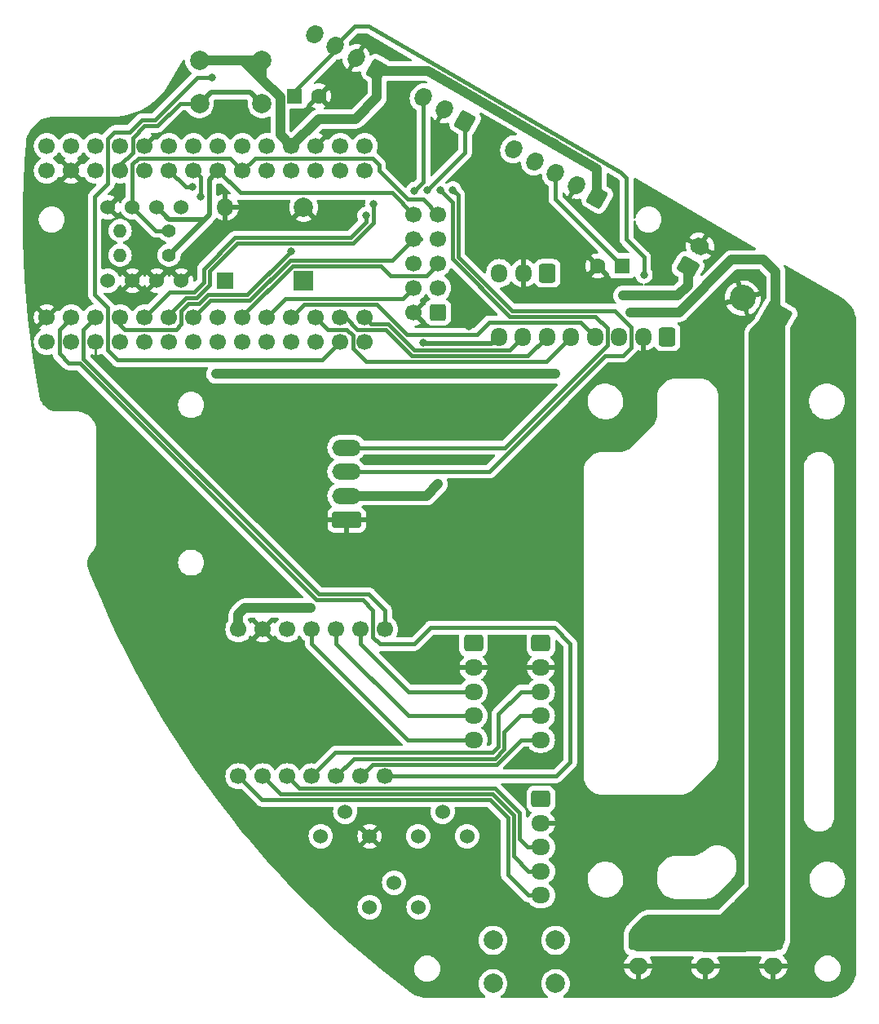
<source format=gbr>
%TF.GenerationSoftware,KiCad,Pcbnew,7.0.9*%
%TF.CreationDate,2024-03-01T11:40:11+09:00*%
%TF.ProjectId,MainBoard,4d61696e-426f-4617-9264-2e6b69636164,rev?*%
%TF.SameCoordinates,Original*%
%TF.FileFunction,Copper,L2,Bot*%
%TF.FilePolarity,Positive*%
%FSLAX46Y46*%
G04 Gerber Fmt 4.6, Leading zero omitted, Abs format (unit mm)*
G04 Created by KiCad (PCBNEW 7.0.9) date 2024-03-01 11:40:11*
%MOMM*%
%LPD*%
G01*
G04 APERTURE LIST*
G04 Aperture macros list*
%AMRoundRect*
0 Rectangle with rounded corners*
0 $1 Rounding radius*
0 $2 $3 $4 $5 $6 $7 $8 $9 X,Y pos of 4 corners*
0 Add a 4 corners polygon primitive as box body*
4,1,4,$2,$3,$4,$5,$6,$7,$8,$9,$2,$3,0*
0 Add four circle primitives for the rounded corners*
1,1,$1+$1,$2,$3*
1,1,$1+$1,$4,$5*
1,1,$1+$1,$6,$7*
1,1,$1+$1,$8,$9*
0 Add four rect primitives between the rounded corners*
20,1,$1+$1,$2,$3,$4,$5,0*
20,1,$1+$1,$4,$5,$6,$7,0*
20,1,$1+$1,$6,$7,$8,$9,0*
20,1,$1+$1,$8,$9,$2,$3,0*%
%AMHorizOval*
0 Thick line with rounded ends*
0 $1 width*
0 $2 $3 position (X,Y) of the first rounded end (center of the circle)*
0 $4 $5 position (X,Y) of the second rounded end (center of the circle)*
0 Add line between two ends*
20,1,$1,$2,$3,$4,$5,0*
0 Add two circle primitives to create the rounded ends*
1,1,$1,$2,$3*
1,1,$1,$4,$5*%
G04 Aperture macros list end*
%TA.AperFunction,ComponentPad*%
%ADD10C,1.400000*%
%TD*%
%TA.AperFunction,ComponentPad*%
%ADD11O,1.400000X1.400000*%
%TD*%
%TA.AperFunction,ComponentPad*%
%ADD12RoundRect,0.250000X-0.750000X0.600000X-0.750000X-0.600000X0.750000X-0.600000X0.750000X0.600000X0*%
%TD*%
%TA.AperFunction,ComponentPad*%
%ADD13O,2.000000X1.700000*%
%TD*%
%TA.AperFunction,ComponentPad*%
%ADD14RoundRect,0.250000X0.882115X0.327868X-0.157115X0.927868X-0.882115X-0.327868X0.157115X-0.927868X0*%
%TD*%
%TA.AperFunction,ComponentPad*%
%ADD15HorizOval,1.700000X0.062500X0.108253X-0.062500X-0.108253X0*%
%TD*%
%TA.AperFunction,ComponentPad*%
%ADD16C,1.524000*%
%TD*%
%TA.AperFunction,ComponentPad*%
%ADD17RoundRect,0.250001X1.502627X0.402628X-0.402628X1.502627X-1.502627X-0.402628X0.402628X-1.502627X0*%
%TD*%
%TA.AperFunction,ComponentPad*%
%ADD18C,2.700000*%
%TD*%
%TA.AperFunction,ComponentPad*%
%ADD19C,1.700000*%
%TD*%
%TA.AperFunction,ComponentPad*%
%ADD20RoundRect,0.250000X0.349519X-0.894615X0.949519X0.144615X-0.349519X0.894615X-0.949519X-0.144615X0*%
%TD*%
%TA.AperFunction,ComponentPad*%
%ADD21HorizOval,1.700000X-0.129904X0.075000X0.129904X-0.075000X0*%
%TD*%
%TA.AperFunction,ComponentPad*%
%ADD22RoundRect,0.250000X-0.725000X0.600000X-0.725000X-0.600000X0.725000X-0.600000X0.725000X0.600000X0*%
%TD*%
%TA.AperFunction,ComponentPad*%
%ADD23O,1.950000X1.700000*%
%TD*%
%TA.AperFunction,ComponentPad*%
%ADD24RoundRect,0.250000X0.600000X0.600000X-0.600000X0.600000X-0.600000X-0.600000X0.600000X-0.600000X0*%
%TD*%
%TA.AperFunction,ComponentPad*%
%ADD25C,2.000000*%
%TD*%
%TA.AperFunction,ComponentPad*%
%ADD26RoundRect,0.250000X0.600000X0.725000X-0.600000X0.725000X-0.600000X-0.725000X0.600000X-0.725000X0*%
%TD*%
%TA.AperFunction,ComponentPad*%
%ADD27O,1.700000X1.950000*%
%TD*%
%TA.AperFunction,ComponentPad*%
%ADD28R,1.800000X1.800000*%
%TD*%
%TA.AperFunction,ComponentPad*%
%ADD29O,1.800000X1.800000*%
%TD*%
%TA.AperFunction,ComponentPad*%
%ADD30R,1.600000X1.600000*%
%TD*%
%TA.AperFunction,ComponentPad*%
%ADD31C,1.600000*%
%TD*%
%TA.AperFunction,ComponentPad*%
%ADD32R,2.000000X2.000000*%
%TD*%
%TA.AperFunction,SMDPad,CuDef*%
%ADD33RoundRect,0.250000X1.250000X-0.600000X1.250000X0.600000X-1.250000X0.600000X-1.250000X-0.600000X0*%
%TD*%
%TA.AperFunction,SMDPad,CuDef*%
%ADD34O,3.000000X1.700000*%
%TD*%
%TA.AperFunction,ViaPad*%
%ADD35C,0.800000*%
%TD*%
%TA.AperFunction,Conductor*%
%ADD36C,1.000000*%
%TD*%
%TA.AperFunction,Conductor*%
%ADD37C,0.400000*%
%TD*%
%TA.AperFunction,Conductor*%
%ADD38C,0.250000*%
%TD*%
%TA.AperFunction,Conductor*%
%ADD39C,2.000000*%
%TD*%
%TA.AperFunction,Conductor*%
%ADD40C,0.500000*%
%TD*%
G04 APERTURE END LIST*
D10*
%TO.P,R3,1*%
%TO.N,L3GD_SCL*%
X131572000Y-72288400D03*
D11*
%TO.P,R3,2*%
%TO.N,+3.3V*%
X126492000Y-72288400D03*
%TD*%
D10*
%TO.P,R2,1*%
%TO.N,L3GD_SDA*%
X131572000Y-69748400D03*
D11*
%TO.P,R2,2*%
%TO.N,+3.3V*%
X126492000Y-69748400D03*
%TD*%
D12*
%TO.P,J6,1,Pin_1*%
%TO.N,+12V*%
X180270000Y-143550000D03*
D13*
%TO.P,J6,2,Pin_2*%
%TO.N,GND*%
X180270000Y-146050000D03*
%TD*%
D14*
%TO.P,J17,1,Pin_1*%
%TO.N,+3.3V*%
X176022000Y-66294000D03*
D15*
%TO.P,J17,2,Pin_2*%
%TO.N,GND*%
X173856936Y-65044000D03*
%TO.P,J17,3,Pin_3*%
%TO.N,Net-(J17-Pin_3)*%
X171691873Y-63794000D03*
%TO.P,J17,4,Pin_4*%
%TO.N,LINE_RX*%
X169526809Y-62544000D03*
%TO.P,J17,5,Pin_5*%
%TO.N,LINE_TX*%
X167361746Y-61294000D03*
%TD*%
D16*
%TO.P,R4,1*%
%TO.N,+3.3V*%
X152400000Y-139954000D03*
%TO.P,R4,2*%
%TO.N,Net-(J17-Pin_3)*%
X154940000Y-137414000D03*
%TO.P,R4,3*%
%TO.N,N/C*%
X157480000Y-139954000D03*
%TD*%
D17*
%TO.P,J11,1,Pin_1*%
%TO.N,+12V*%
X194564000Y-78740000D03*
D18*
%TO.P,J11,2,Pin_2*%
%TO.N,GND*%
X191134539Y-76760000D03*
%TD*%
D19*
%TO.P,U1,1,GND*%
%TO.N,GND*%
X123952000Y-81290000D03*
X118872000Y-78750000D03*
X121412000Y-63510000D03*
X126492000Y-60970000D03*
X129032000Y-60970000D03*
X146812000Y-60970000D03*
%TO.P,U1,2,0_RX1_CRX2_CS1*%
%TO.N,MD_RX*%
X121412000Y-78750000D03*
%TO.P,U1,3,1_TX1_CTX2_MISO1*%
%TO.N,MD_TX*%
X123952000Y-78750000D03*
%TO.P,U1,4,2_OUT2*%
%TO.N,BLDC_PWM*%
X126492000Y-78750000D03*
%TO.P,U1,5,3_LRCLK2*%
%TO.N,FET1_Digital*%
X129032000Y-78750000D03*
%TO.P,U1,6,4_BCLK2*%
%TO.N,FET2_Digital*%
X131572000Y-78750000D03*
%TO.P,U1,7,5_IN2*%
%TO.N,NeoPixel_PWM*%
X134112000Y-78750000D03*
%TO.P,U1,8,6_OUT1D*%
%TO.N,Buzzer*%
X136652000Y-78750000D03*
%TO.P,U1,9,7_RX2_OUT1A*%
%TO.N,IR_RX*%
X139192000Y-78750000D03*
%TO.P,U1,10,8_TX2_IN1*%
%TO.N,IR_TX*%
X141732000Y-78750000D03*
%TO.P,U1,11,9_OUT1C*%
%TO.N,SWT_START*%
X144272000Y-78750000D03*
%TO.P,U1,12,10_CS_MQSR*%
%TO.N,BTN_Left*%
X146812000Y-78750000D03*
%TO.P,U1,13,11_MOSI_CTX1*%
%TO.N,BTN_Run*%
X149352000Y-78750000D03*
%TO.P,U1,14,12_MISO_MQSL*%
%TO.N,BTN_Right*%
X151892000Y-78750000D03*
%TO.P,U1,15,VBAT*%
%TO.N,unconnected-(U1-VBAT-Pad15)*%
X151892000Y-81290000D03*
%TO.P,U1,18,PROGRAM*%
%TO.N,unconnected-(U1-PROGRAM-Pad18)*%
X149352000Y-60970000D03*
%TO.P,U1,19,ON_OFF*%
%TO.N,unconnected-(U1-ON_OFF-Pad19)*%
X151892000Y-60970000D03*
%TO.P,U1,20,13_SCK_CRX1_LED*%
%TO.N,unconnected-(U1-13_SCK_CRX1_LED-Pad20)*%
X151892000Y-63510000D03*
%TO.P,U1,21,14_A0_TX3_SPDIF_OUT*%
%TO.N,IMU_TX*%
X149352000Y-63510000D03*
%TO.P,U1,22,15_A1_RX3_SPDIF_IN*%
%TO.N,IMU_RX*%
X146812000Y-63510000D03*
%TO.P,U1,23,16_A2_RX4_SCL1*%
%TO.N,LINE_RX*%
X144272000Y-63510000D03*
%TO.P,U1,24,17_A3_TX4_SDA1*%
%TO.N,LINE_TX*%
X141732000Y-63510000D03*
%TO.P,U1,25,18_A4_SDA0*%
%TO.N,L3GD_SDA*%
X139192000Y-63510000D03*
%TO.P,U1,26,19_A5_SCL0*%
%TO.N,L3GD_SCL*%
X136652000Y-63510000D03*
%TO.P,U1,27,20_A6_TX5_LRCLK1*%
%TO.N,CAM_TX*%
X134112000Y-63510000D03*
%TO.P,U1,28,21_A7_RX5_BCLK1*%
%TO.N,CAM_RX*%
X131572000Y-63510000D03*
%TO.P,U1,29,22_A8_CTX1*%
%TO.N,IND_PWM*%
X129032000Y-63510000D03*
%TO.P,U1,30,23_A9_CRX1_MCLK1*%
%TO.N,L3GD_RST*%
X126492000Y-63510000D03*
%TO.P,U1,31,3V3*%
%TO.N,+3.3V*%
X129032000Y-81290000D03*
X123952000Y-63510000D03*
X144272000Y-60970000D03*
%TO.P,U1,33,VIN*%
%TO.N,+5V*%
X118872000Y-63510000D03*
%TO.P,U1,34,VUSB*%
%TO.N,unconnected-(U1-VUSB-Pad34)*%
X118872000Y-60970000D03*
%TO.P,U1,35,24_A10_TX6_SCL2*%
%TO.N,TWILIGHT_TX*%
X141732000Y-60970000D03*
%TO.P,U1,36,25_A11_RX6_SDA2*%
%TO.N,TWILIGHT_RX*%
X134112000Y-60970000D03*
%TO.P,U1,37,26_A12_MOSI1*%
%TO.N,BTN_EX*%
X136652000Y-60970000D03*
%TO.P,U1,38,27_A13_SCK1*%
%TO.N,L3GD_Trim*%
X131572000Y-60970000D03*
%TO.P,U1,39,28_RX7*%
%TO.N,EX_RX*%
X139192000Y-60970000D03*
%TO.P,U1,40,29_TX7*%
%TO.N,EX_TX*%
X139192000Y-81290000D03*
%TO.P,U1,41,30_CRX3*%
%TO.N,Touch*%
X149352000Y-81290000D03*
%TO.P,U1,42,31_CTX3*%
%TO.N,LED1*%
X141732000Y-81290000D03*
%TO.P,U1,43,32_OUT1B*%
%TO.N,LED2*%
X146812000Y-81290000D03*
%TO.P,U1,44,33_MCLK2*%
%TO.N,LED3*%
X144272000Y-81290000D03*
%TO.P,U1,45,34_DAT1_MISO2*%
%TO.N,unconnected-(U1-34_DAT1_MISO2-Pad45)*%
X118872000Y-81290000D03*
%TO.P,U1,46,35_DAT0_MOSI2*%
%TO.N,unconnected-(U1-35_DAT0_MOSI2-Pad46)*%
X121412000Y-81290000D03*
%TO.P,U1,48,36_CLK_CS2*%
%TO.N,unconnected-(U1-36_CLK_CS2-Pad48)*%
X126492000Y-81290000D03*
%TO.P,U1,50,37_CMD_SCK2*%
%TO.N,unconnected-(U1-37_CMD_SCK2-Pad50)*%
X131572000Y-81290000D03*
%TO.P,U1,51,38_DAT3_RX5*%
%TO.N,unconnected-(U1-38_DAT3_RX5-Pad51)*%
X134112000Y-81290000D03*
%TO.P,U1,52,39_DAT2_TX5*%
%TO.N,unconnected-(U1-39_DAT2_TX5-Pad52)*%
X136652000Y-81290000D03*
%TO.P,U1,53,D-*%
%TO.N,D-*%
X121412000Y-60970000D03*
%TO.P,U1,54,D+*%
%TO.N,D+*%
X123952000Y-60970000D03*
%TD*%
D20*
%TO.P,J12,1,Pin_1*%
%TO.N,+5V*%
X185440000Y-73539064D03*
D21*
%TO.P,J12,2,Pin_2*%
%TO.N,GND*%
X186690000Y-71374000D03*
%TD*%
D14*
%TO.P,J9,1,Pin_1*%
%TO.N,+3.3V*%
X153162000Y-53086000D03*
D15*
%TO.P,J9,2,Pin_2*%
%TO.N,GND*%
X150996936Y-51836000D03*
%TO.P,J9,3,Pin_3*%
%TO.N,Net-(J9-Pin_3)*%
X148831873Y-50586000D03*
%TO.P,J9,4,Pin_4*%
%TO.N,Touch*%
X146666809Y-49336000D03*
%TD*%
D22*
%TO.P,J3,1,Pin_1*%
%TO.N,+5V*%
X163182300Y-112572800D03*
D23*
%TO.P,J3,2,Pin_2*%
%TO.N,GND*%
X163182300Y-115072800D03*
%TO.P,J3,3,Pin_3*%
%TO.N,MD3_INA*%
X163182300Y-117572800D03*
%TO.P,J3,4,Pin_4*%
%TO.N,MD3_INB*%
X163182300Y-120072800D03*
%TO.P,J3,5,Pin_5*%
%TO.N,MD3_PWM*%
X163182300Y-122572800D03*
%TD*%
D24*
%TO.P,J10,1,Pin_1*%
%TO.N,+12V*%
X159512000Y-78232000D03*
D19*
%TO.P,J10,2,Pin_2*%
%TO.N,GND*%
X156972000Y-78232000D03*
%TO.P,J10,3,Pin_3*%
%TO.N,+5V*%
X159512000Y-75692000D03*
%TO.P,J10,4,Pin_4*%
%TO.N,IR_TX*%
X156972000Y-75692000D03*
%TO.P,J10,5,Pin_5*%
%TO.N,IR_RX*%
X159512000Y-73152000D03*
%TO.P,J10,6,Pin_6*%
%TO.N,CAM_TX*%
X156972000Y-73152000D03*
%TO.P,J10,7,Pin_7*%
%TO.N,CAM_RX*%
X159512000Y-70612000D03*
%TO.P,J10,8,Pin_8*%
%TO.N,NeoPixel_PWM*%
X156972000Y-70612000D03*
%TO.P,J10,9,Pin_9*%
%TO.N,L3GD_SDA*%
X159512000Y-68072000D03*
%TO.P,J10,10,Pin_10*%
%TO.N,L3GD_SCL*%
X156972000Y-68072000D03*
%TD*%
D22*
%TO.P,J1,1,Pin_1*%
%TO.N,+5V*%
X170180000Y-128731000D03*
D23*
%TO.P,J1,2,Pin_2*%
%TO.N,GND*%
X170180000Y-131231000D03*
%TO.P,J1,3,Pin_3*%
%TO.N,MD1_INA*%
X170180000Y-133731000D03*
%TO.P,J1,4,Pin_4*%
%TO.N,MD1_INB*%
X170180000Y-136231000D03*
%TO.P,J1,5,Pin_5*%
%TO.N,MD1_PWM*%
X170180000Y-138731000D03*
%TD*%
D25*
%TO.P,SW1,1,1*%
%TO.N,L3GD_RST*%
X141224000Y-56570000D03*
X134724000Y-56570000D03*
%TO.P,SW1,2,2*%
%TO.N,+3.3V*%
X141224000Y-52070000D03*
X134724000Y-52070000D03*
%TD*%
%TO.P,SW2,1,1*%
%TO.N,BTN_EX*%
X171704000Y-147878800D03*
X165204000Y-147878800D03*
%TO.P,SW2,2,2*%
%TO.N,+3.3V*%
X171704000Y-143378800D03*
X165204000Y-143378800D03*
%TD*%
D12*
%TO.P,J4,1,Pin_1*%
%TO.N,+12V*%
X194310000Y-143550000D03*
D13*
%TO.P,J4,2,Pin_2*%
%TO.N,GND*%
X194310000Y-146050000D03*
%TD*%
D16*
%TO.P,RV1,1,1*%
%TO.N,+3.3V*%
X147320000Y-132588000D03*
%TO.P,RV1,2,2*%
%TO.N,L3GD_Trim*%
X149860000Y-130048000D03*
%TO.P,RV1,3,3*%
%TO.N,GND*%
X152400000Y-132588000D03*
%TD*%
D26*
%TO.P,J13,1,Pin_1*%
%TO.N,+5V*%
X183308000Y-80772000D03*
D27*
%TO.P,J13,2,Pin_2*%
%TO.N,GND*%
X180808000Y-80772000D03*
%TO.P,J13,3,Pin_3*%
%TO.N,+3.3V*%
X178308000Y-80772000D03*
%TO.P,J13,4,Pin_4*%
%TO.N,SWT_START*%
X175808000Y-80772000D03*
%TO.P,J13,5,Pin_5*%
%TO.N,BTN_Left*%
X173308000Y-80772000D03*
%TO.P,J13,6,Pin_6*%
%TO.N,BTN_Run*%
X170808000Y-80772000D03*
%TO.P,J13,7,Pin_7*%
%TO.N,BTN_Right*%
X168308000Y-80772000D03*
%TO.P,J13,8,Pin_8*%
%TO.N,IND_PWM*%
X165808000Y-80772000D03*
%TD*%
D16*
%TO.P,U3,1,VCC*%
%TO.N,+3.3V*%
X132842000Y-67320000D03*
%TO.P,U3,2,SCL*%
%TO.N,L3GD_SCL*%
X130302000Y-67320000D03*
%TO.P,U3,3,SDA*%
%TO.N,L3GD_SDA*%
X127762000Y-67320000D03*
%TO.P,U3,4,SA0*%
%TO.N,GND*%
X125222000Y-67320000D03*
%TO.P,U3,5,GND*%
X132842000Y-74940000D03*
%TO.P,U3,6,INT1*%
X130302000Y-74940000D03*
%TO.P,U3,7,INT2*%
X127762000Y-74940000D03*
%TO.P,U3,8,CS*%
%TO.N,+3.3V*%
X125222000Y-74940000D03*
%TD*%
D28*
%TO.P,D1,1,K*%
%TO.N,Buzzer*%
X137414000Y-74940000D03*
D29*
%TO.P,D1,2,A*%
%TO.N,GND*%
X137414000Y-67320000D03*
%TD*%
D12*
%TO.P,J5,1,Pin_1*%
%TO.N,+12V*%
X187255000Y-143570000D03*
D13*
%TO.P,J5,2,Pin_2*%
%TO.N,GND*%
X187255000Y-146070000D03*
%TD*%
D16*
%TO.P,R5,1*%
%TO.N,+3.3V*%
X157429200Y-132588000D03*
%TO.P,R5,2*%
%TO.N,Net-(J9-Pin_3)*%
X159969200Y-130048000D03*
%TO.P,R5,3*%
%TO.N,N/C*%
X162509200Y-132588000D03*
%TD*%
D14*
%TO.P,J14,1,Pin_1*%
%TO.N,FET1_Digital*%
X162306000Y-58420000D03*
D15*
%TO.P,J14,2,Pin_2*%
%TO.N,GND*%
X160140936Y-57170000D03*
%TO.P,J14,3,Pin_3*%
%TO.N,FET2_Digital*%
X157975873Y-55920000D03*
%TD*%
D22*
%TO.P,J2,1,Pin_1*%
%TO.N,+5V*%
X170167300Y-112572800D03*
D23*
%TO.P,J2,2,Pin_2*%
%TO.N,GND*%
X170167300Y-115072800D03*
%TO.P,J2,3,Pin_3*%
%TO.N,MD2_INA*%
X170167300Y-117572800D03*
%TO.P,J2,4,Pin_4*%
%TO.N,MD2_INB*%
X170167300Y-120072800D03*
%TO.P,J2,5,Pin_5*%
%TO.N,MD2_PWM*%
X170167300Y-122572800D03*
%TD*%
D19*
%TO.P,U2,1,PA02_A0_D0*%
%TO.N,MD1_PWM*%
X138760200Y-126365000D03*
%TO.P,U2,2,PA4_A1_D1*%
%TO.N,MD1_INB*%
X141300200Y-126365000D03*
%TO.P,U2,3,PA10_A2_D2*%
%TO.N,MD1_INA*%
X143840200Y-126365000D03*
%TO.P,U2,4,PA11_A3_D3*%
%TO.N,MD2_INA*%
X146380200Y-126365000D03*
%TO.P,U2,5,PA8_A4_D4_SDA*%
%TO.N,MD2_INB*%
X148920200Y-126365000D03*
%TO.P,U2,6,PA9_A5_D5_SCL*%
%TO.N,MD2_PWM*%
X151460200Y-126365000D03*
%TO.P,U2,7,PB08_A6_D6_TX*%
%TO.N,MD_RX*%
X154000200Y-126365000D03*
%TO.P,U2,8,PB09_A7_D7_RX*%
%TO.N,MD_TX*%
X154000200Y-111125000D03*
%TO.P,U2,9,PA7_A8_D8_SCK*%
%TO.N,MD3_INA*%
X151460200Y-111125000D03*
%TO.P,U2,10,PA5_A9_D9_MISO*%
%TO.N,MD3_INB*%
X148920200Y-111125000D03*
%TO.P,U2,11,PA6_A10_D10_MOSI*%
%TO.N,MD3_PWM*%
X146380200Y-111125000D03*
%TO.P,U2,12,3V3*%
%TO.N,+3.3V*%
X143840200Y-111125000D03*
%TO.P,U2,13,GND*%
%TO.N,GND*%
X141300200Y-111125000D03*
%TO.P,U2,14,5V*%
%TO.N,+5V*%
X138760200Y-111125000D03*
%TD*%
D30*
%TO.P,C1,1*%
%TO.N,Net-(J17-Pin_3)*%
X178587400Y-73406000D03*
D31*
%TO.P,C1,2*%
%TO.N,GND*%
X176087400Y-73406000D03*
%TD*%
D32*
%TO.P,BZ1,1,-*%
%TO.N,Buzzer*%
X145542000Y-74930000D03*
D25*
%TO.P,BZ1,2,+*%
%TO.N,GND*%
X145542000Y-67330000D03*
%TD*%
D26*
%TO.P,J8,1,Pin_1*%
%TO.N,+5V*%
X170862000Y-74168000D03*
D27*
%TO.P,J8,2,Pin_2*%
%TO.N,GND*%
X168362000Y-74168000D03*
%TO.P,J8,3,Pin_3*%
%TO.N,BLDC_PWM*%
X165862000Y-74168000D03*
%TD*%
D30*
%TO.P,C2,1*%
%TO.N,Net-(J9-Pin_3)*%
X144602200Y-55778400D03*
D31*
%TO.P,C2,2*%
%TO.N,GND*%
X147102200Y-55778400D03*
%TD*%
D33*
%TO.P,J7,1,Pin_1*%
%TO.N,GND*%
X150008000Y-99762000D03*
D34*
%TO.P,J7,2,Pin_2*%
%TO.N,+5V*%
X150008000Y-97262000D03*
%TO.P,J7,3,Pin_3*%
%TO.N,IMU_TX*%
X150008000Y-94762000D03*
%TO.P,J7,4,Pin_4*%
%TO.N,IMU_RX*%
X150008000Y-92262000D03*
%TD*%
D35*
%TO.N,GND*%
X167894000Y-89154000D03*
X162814000Y-89154000D03*
%TO.N,+12V*%
X181483000Y-78232000D03*
X180467000Y-78232000D03*
X179451000Y-78232000D03*
%TO.N,+5V*%
X180975000Y-76454000D03*
X179832000Y-76454000D03*
X178689000Y-76454000D03*
%TO.N,GND*%
X160147000Y-59563000D03*
X168529000Y-145669000D03*
X161798000Y-64008000D03*
X136906000Y-65532000D03*
X129032000Y-76200000D03*
X188341000Y-139573000D03*
X136906000Y-86233000D03*
X171831000Y-68453000D03*
X132080000Y-111760000D03*
X165608000Y-137541000D03*
X156337000Y-135255000D03*
X147828000Y-130048000D03*
X169799000Y-64643000D03*
X144526000Y-137033000D03*
X163195000Y-136017000D03*
X188722000Y-85598000D03*
X168402000Y-72009000D03*
X153924000Y-60858400D03*
X172593000Y-133858000D03*
X162687000Y-79718500D03*
X166624000Y-115062000D03*
X165354000Y-131445000D03*
X162560000Y-147955000D03*
X138684000Y-128524000D03*
X145948400Y-57302400D03*
X164592000Y-93472000D03*
X173482000Y-128016000D03*
X141351000Y-86106000D03*
X157861000Y-86233000D03*
X119634000Y-72390000D03*
X149987000Y-102108000D03*
X154940000Y-139954000D03*
X199771000Y-142240000D03*
X164719000Y-60071000D03*
X149098000Y-67564000D03*
X178562000Y-91694000D03*
X161544000Y-93522800D03*
X161163000Y-108331000D03*
X173990000Y-111506000D03*
X172593000Y-131191000D03*
X138684000Y-101854000D03*
X188722000Y-71882000D03*
X136779000Y-56769000D03*
X160020000Y-139446000D03*
X187833000Y-78105000D03*
X190627000Y-137287000D03*
X161036000Y-112776000D03*
X171831000Y-72136000D03*
X152908000Y-99822000D03*
X132943600Y-53492400D03*
X181102000Y-89027000D03*
X171958000Y-89535000D03*
X181356000Y-133985000D03*
X142240000Y-99187000D03*
X177546000Y-75184000D03*
X188722000Y-125984000D03*
X165862000Y-90932000D03*
X161163000Y-90932000D03*
X172593000Y-141224000D03*
X181356000Y-139319000D03*
X118872000Y-65532000D03*
X185166000Y-80518000D03*
X199390000Y-82550000D03*
X147574000Y-123063000D03*
X190881000Y-146177000D03*
X182118000Y-72136000D03*
X153797000Y-106807000D03*
X160020000Y-132588000D03*
X152400000Y-93472000D03*
X190754000Y-129286000D03*
X173609000Y-66802000D03*
X132080000Y-118110000D03*
X128270000Y-92710000D03*
X150749000Y-138557000D03*
X190754000Y-81153000D03*
X167640000Y-104140000D03*
X138684000Y-124079000D03*
X162433000Y-143256000D03*
X157861000Y-98933000D03*
X126492000Y-76200000D03*
X128143000Y-84582000D03*
X170053000Y-86106000D03*
X167513000Y-125095000D03*
X145542000Y-90297000D03*
X145415000Y-103886000D03*
X159105600Y-61874400D03*
X156514800Y-60960000D03*
X148691600Y-53289200D03*
X157861000Y-102870000D03*
X185674000Y-128778000D03*
X161163000Y-86233000D03*
X138684000Y-107442000D03*
X133502400Y-72847200D03*
X147574000Y-106045000D03*
X184658000Y-67818000D03*
X139065000Y-56769000D03*
X150876000Y-54356000D03*
X171831000Y-123952000D03*
X183642000Y-146177000D03*
X174879000Y-146050000D03*
X129032000Y-71120000D03*
X152908000Y-50546000D03*
X119634000Y-75692000D03*
X162814000Y-70612000D03*
X147066000Y-99822000D03*
X151638000Y-143891000D03*
X167640000Y-96520000D03*
X157861000Y-90932000D03*
X165608000Y-141224000D03*
X196850000Y-76200000D03*
X129692400Y-57150000D03*
X161036000Y-116332000D03*
X156260800Y-57048400D03*
X149225000Y-134493000D03*
X128270000Y-104140000D03*
X180289200Y-65430400D03*
X180467000Y-82677000D03*
X185166000Y-131191000D03*
X164592000Y-121285000D03*
X161290000Y-96266000D03*
X157480000Y-93472000D03*
X141478000Y-67564000D03*
X166928800Y-67513200D03*
X121793000Y-84836000D03*
%TO.N,Net-(J9-Pin_3)*%
X180879568Y-74314232D03*
%TO.N,+5V*%
X146278600Y-108915200D03*
X145211800Y-108915200D03*
X159512000Y-96062800D03*
%TO.N,+12V*%
X193675000Y-86995000D03*
X193675000Y-112395000D03*
X187452000Y-141732000D03*
X193675000Y-140335000D03*
X193675000Y-99695000D03*
X191135000Y-140335000D03*
X183642000Y-141732000D03*
X193675000Y-114935000D03*
X193675000Y-102235000D03*
X193675000Y-92075000D03*
X193675000Y-97155000D03*
X193675000Y-89535000D03*
X193675000Y-84455000D03*
X193675000Y-122555000D03*
X193675000Y-109855000D03*
X193675000Y-127635000D03*
X193675000Y-117475000D03*
X193675000Y-81915000D03*
X193675000Y-107315000D03*
X193675000Y-120015000D03*
X193675000Y-132715000D03*
X193675000Y-104775000D03*
X193675000Y-135255000D03*
X193675000Y-125095000D03*
X191135000Y-143510000D03*
X193675000Y-94615000D03*
X193675000Y-130175000D03*
X193675000Y-137795000D03*
X183555000Y-143550000D03*
%TO.N,IMU_TX*%
X161036000Y-65532000D03*
%TO.N,IMU_RX*%
X159715200Y-65582800D03*
%TO.N,BLDC_PWM*%
X144200544Y-71882000D03*
%TO.N,Touch*%
X135991600Y-53873400D03*
%TO.N,CAM_TX*%
X134830203Y-66198697D03*
%TO.N,CAM_RX*%
X134023700Y-65227200D03*
%TO.N,+3.3V*%
X137566400Y-84632800D03*
X170535600Y-84632800D03*
X136448800Y-84632800D03*
X171704000Y-84632800D03*
%TO.N,IND_PWM*%
X157937200Y-81347500D03*
%TO.N,FET1_Digital*%
X152006900Y-68173600D03*
X158343600Y-65582800D03*
%TO.N,FET2_Digital*%
X152806400Y-67018500D03*
X157036593Y-65596100D03*
%TD*%
D36*
%TO.N,+12V*%
X181483000Y-78232000D02*
X184531000Y-78232000D01*
X184531000Y-78232000D02*
X189992000Y-72771000D01*
X189992000Y-72771000D02*
X193294000Y-72771000D01*
X193294000Y-72771000D02*
X194564000Y-74041000D01*
X194564000Y-74041000D02*
X194564000Y-78740000D01*
D37*
%TO.N,IR_RX*%
X139192000Y-78587600D02*
X144373600Y-73406000D01*
X154564400Y-74402000D02*
X158262000Y-74402000D01*
X144373600Y-73406000D02*
X153568400Y-73406000D01*
X139192000Y-78750000D02*
X139192000Y-78587600D01*
X153568400Y-73406000D02*
X154564400Y-74402000D01*
X158262000Y-74402000D02*
X159512000Y-73152000D01*
%TO.N,IR_TX*%
X141732000Y-78750000D02*
X143672400Y-76809600D01*
X143672400Y-76809600D02*
X155854400Y-76809600D01*
X155854400Y-76809600D02*
X156972000Y-75692000D01*
%TO.N,NeoPixel_PWM*%
X144125072Y-72806000D02*
X153162000Y-72806000D01*
X153162000Y-72806000D02*
X153816928Y-72806000D01*
X156972000Y-70612000D02*
X154778000Y-72806000D01*
X154778000Y-72806000D02*
X153162000Y-72806000D01*
D36*
%TO.N,+12V*%
X179451000Y-78232000D02*
X180467000Y-78232000D01*
X180467000Y-78232000D02*
X181483000Y-78232000D01*
X194564000Y-78740000D02*
X192786000Y-80518000D01*
X192786000Y-80518000D02*
X192786000Y-80528800D01*
%TO.N,+5V*%
X179832000Y-76454000D02*
X178689000Y-76454000D01*
X180975000Y-76454000D02*
X179832000Y-76454000D01*
X185440000Y-73539064D02*
X185440000Y-75418000D01*
X184404000Y-76454000D02*
X180975000Y-76454000D01*
X185440000Y-75418000D02*
X184404000Y-76454000D01*
D38*
%TO.N,GND*%
X123952000Y-81290000D02*
X123952000Y-82677000D01*
X123952000Y-82677000D02*
X125857000Y-84582000D01*
X156972000Y-78232000D02*
X158458500Y-79718500D01*
X161671000Y-79718500D02*
X162687000Y-79718500D01*
X125857000Y-84582000D02*
X128143000Y-84582000D01*
X158458500Y-79718500D02*
X161671000Y-79718500D01*
D37*
%TO.N,Net-(J17-Pin_3)*%
X171691873Y-66510985D02*
X178586888Y-73406000D01*
X171691873Y-63794000D02*
X171691873Y-66510985D01*
%TO.N,Net-(J9-Pin_3)*%
X148831873Y-51106127D02*
X144616800Y-55321200D01*
X179070000Y-70662800D02*
X179070000Y-64291953D01*
X152276031Y-48564800D02*
X150853073Y-48564800D01*
X179349400Y-70942200D02*
X179070000Y-70662800D01*
X180879568Y-74314232D02*
X180879568Y-72472368D01*
X144616800Y-55321200D02*
X144616800Y-55778400D01*
X178460400Y-63682353D02*
X152276031Y-48564800D01*
X180879568Y-72472368D02*
X179349400Y-70942200D01*
X150853073Y-48564800D02*
X148831873Y-50586000D01*
X148831873Y-50586000D02*
X148831873Y-51106127D01*
X179070000Y-64291953D02*
X178460400Y-63682353D01*
D36*
%TO.N,+5V*%
X146278600Y-108915200D02*
X145211800Y-108915200D01*
X159512000Y-96062800D02*
X158312800Y-97262000D01*
X138760200Y-109601000D02*
X138760200Y-111125000D01*
X158312800Y-97262000D02*
X150008000Y-97262000D01*
X139446000Y-108915200D02*
X138760200Y-109601000D01*
X145211800Y-108915200D02*
X139446000Y-108915200D01*
D37*
%TO.N,MD1_INA*%
X168833800Y-133731000D02*
X170180000Y-133731000D01*
X165410200Y-127615000D02*
X167944800Y-130149600D01*
X167944800Y-130149600D02*
X167944800Y-132842000D01*
X145090200Y-127615000D02*
X165410200Y-127615000D01*
X167944800Y-132842000D02*
X168833800Y-133731000D01*
X143840200Y-126365000D02*
X145090200Y-127615000D01*
%TO.N,MD1_INB*%
X143150200Y-128215000D02*
X165161672Y-128215000D01*
X141300200Y-126365000D02*
X143150200Y-128215000D01*
X165161672Y-128215000D02*
X167335200Y-130388528D01*
X167335200Y-134670800D02*
X168895400Y-136231000D01*
X167335200Y-130388528D02*
X167335200Y-134670800D01*
X168895400Y-136231000D02*
X170180000Y-136231000D01*
%TO.N,MD1_PWM*%
X168855400Y-138731000D02*
X170180000Y-138731000D01*
X138760200Y-126365000D02*
X141210200Y-128815000D01*
X166725600Y-136601200D02*
X168855400Y-138731000D01*
X164913144Y-128815000D02*
X166725600Y-130627456D01*
X166725600Y-130627456D02*
X166725600Y-136601200D01*
X141210200Y-128815000D02*
X164913144Y-128815000D01*
%TO.N,MD2_INA*%
X165760400Y-119888000D02*
X165760400Y-123270944D01*
X148830200Y-123915000D02*
X146380200Y-126365000D01*
X165760400Y-123270944D02*
X165116344Y-123915000D01*
X168075600Y-117572800D02*
X165760400Y-119888000D01*
X170167300Y-117572800D02*
X168075600Y-117572800D01*
X165116344Y-123915000D02*
X148830200Y-123915000D01*
%TO.N,MD2_INB*%
X168064800Y-120072800D02*
X170167300Y-120072800D01*
X148920200Y-126365000D02*
X150770200Y-124515000D01*
X150770200Y-124515000D02*
X165364872Y-124515000D01*
X166360400Y-121777200D02*
X168064800Y-120072800D01*
X166360400Y-123519472D02*
X166360400Y-121777200D01*
X165364872Y-124515000D02*
X166360400Y-123519472D01*
%TO.N,MD2_PWM*%
X165608000Y-125120400D02*
X168155600Y-122572800D01*
X151460200Y-126365000D02*
X152710200Y-125115000D01*
X168155600Y-122572800D02*
X170167300Y-122572800D01*
X152710200Y-125115000D02*
X154517967Y-125115000D01*
X154523367Y-125120400D02*
X165608000Y-125120400D01*
X154517967Y-125115000D02*
X154523367Y-125120400D01*
%TO.N,MD3_INA*%
X156434800Y-117572800D02*
X163182300Y-117572800D01*
X151460200Y-112598200D02*
X156434800Y-117572800D01*
X151460200Y-111125000D02*
X151460200Y-112598200D01*
%TO.N,MD3_INB*%
X156394800Y-120072800D02*
X163182300Y-120072800D01*
X148920200Y-111125000D02*
X148920200Y-112598200D01*
X148920200Y-112598200D02*
X156394800Y-120072800D01*
%TO.N,MD3_PWM*%
X156354800Y-122572800D02*
X163182300Y-122572800D01*
X146380200Y-112598200D02*
X156354800Y-122572800D01*
X146380200Y-111125000D02*
X146380200Y-112598200D01*
D39*
%TO.N,+12V*%
X189230000Y-141742800D02*
X190637800Y-140335000D01*
X191135000Y-139837800D02*
X191262000Y-139710800D01*
X194564000Y-78750800D02*
X194564000Y-143306800D01*
X191202000Y-143580800D02*
X192913000Y-141869800D01*
X181356000Y-141742800D02*
X189230000Y-141742800D01*
X180270000Y-143560800D02*
X194310000Y-143560800D01*
X193040000Y-141742800D02*
X193040000Y-139710800D01*
X192786000Y-80528800D02*
X194564000Y-78750800D01*
X191770000Y-140218800D02*
X191262000Y-139710800D01*
X191770000Y-141742800D02*
X189230000Y-141742800D01*
X192786000Y-141742800D02*
X191770000Y-141742800D01*
X180270000Y-143560800D02*
X180270000Y-142828800D01*
X180270000Y-142828800D02*
X181356000Y-141742800D01*
X187255000Y-143580800D02*
X191202000Y-143580800D01*
X191770000Y-141742800D02*
X191770000Y-140218800D01*
X191262000Y-139710800D02*
X192786000Y-138186800D01*
X192913000Y-141869800D02*
X193040000Y-141742800D01*
X192913000Y-141869800D02*
X192786000Y-141742800D01*
X193040000Y-139710800D02*
X193040000Y-138440800D01*
X193040000Y-138440800D02*
X192786000Y-138186800D01*
X192786000Y-138186800D02*
X192786000Y-80528800D01*
X190637800Y-140335000D02*
X191135000Y-140335000D01*
X194564000Y-143306800D02*
X194310000Y-143560800D01*
X191135000Y-140335000D02*
X191135000Y-139837800D01*
D37*
%TO.N,IMU_TX*%
X161585200Y-72446272D02*
X167186928Y-78048000D01*
X161585200Y-66081200D02*
X161585200Y-72446272D01*
X178714400Y-82702400D02*
X176870528Y-82702400D01*
X179558000Y-81858800D02*
X178714400Y-82702400D01*
X176870528Y-82702400D02*
X164810928Y-94762000D01*
X177819200Y-78048000D02*
X179558000Y-79786800D01*
X161036000Y-65532000D02*
X161585200Y-66081200D01*
X179558000Y-79786800D02*
X179558000Y-81858800D01*
X164810928Y-94762000D02*
X150008000Y-94762000D01*
X167186928Y-78048000D02*
X177819200Y-78048000D01*
%TO.N,IMU_RX*%
X175828400Y-78648000D02*
X177058000Y-79877600D01*
X177058000Y-81666400D02*
X166462400Y-92262000D01*
X166938400Y-78648000D02*
X175828400Y-78648000D01*
X160985200Y-66852800D02*
X160985200Y-72694800D01*
X160985200Y-72694800D02*
X166938400Y-78648000D01*
X159715200Y-65582800D02*
X160985200Y-66852800D01*
X166462400Y-92262000D02*
X150008000Y-92262000D01*
X177058000Y-79877600D02*
X177058000Y-81666400D01*
%TO.N,BLDC_PWM*%
X139669744Y-76412800D02*
X144200544Y-71882000D01*
X126492000Y-78750000D02*
X126492000Y-79502000D01*
X132842000Y-78079600D02*
X133604000Y-77317600D01*
X126492000Y-79502000D02*
X126990000Y-80000000D01*
X132293200Y-80000000D02*
X132842000Y-79451200D01*
X126990000Y-80000000D02*
X132293200Y-80000000D01*
X135600672Y-76412800D02*
X139669744Y-76412800D01*
X134695872Y-77317600D02*
X135600672Y-76412800D01*
X133604000Y-77317600D02*
X134695872Y-77317600D01*
X132842000Y-79451200D02*
X132842000Y-78079600D01*
%TO.N,Touch*%
X134543800Y-53873400D02*
X135991600Y-53873400D01*
X149352000Y-81290000D02*
X147457000Y-83185000D01*
X123850400Y-76403200D02*
X123850400Y-66217800D01*
X130140000Y-58277200D02*
X134543800Y-53873400D01*
X125907800Y-59512200D02*
X127497672Y-59512200D01*
X126238000Y-83185000D02*
X125222000Y-82169000D01*
X125222000Y-64846200D02*
X125222000Y-60198000D01*
X123850400Y-66217800D02*
X125222000Y-64846200D01*
X147457000Y-83185000D02*
X126238000Y-83185000D01*
X125222000Y-60198000D02*
X125907800Y-59512200D01*
X128732672Y-58277200D02*
X130140000Y-58277200D01*
X125222000Y-82169000D02*
X125222000Y-77774800D01*
X125222000Y-77774800D02*
X123850400Y-76403200D01*
X127497672Y-59512200D02*
X128732672Y-58277200D01*
%TO.N,CAM_TX*%
X134823200Y-66191694D02*
X134823200Y-64221200D01*
X134830203Y-66198697D02*
X134823200Y-66191694D01*
X134823200Y-64221200D02*
X134112000Y-63510000D01*
%TO.N,CAM_RX*%
X134023700Y-65227200D02*
X133289200Y-65227200D01*
X133289200Y-65227200D02*
X131572000Y-63510000D01*
%TO.N,NeoPixel_PWM*%
X157683200Y-70612000D02*
X156972000Y-70612000D01*
X139918272Y-77012800D02*
X144125072Y-72806000D01*
X135849200Y-77012800D02*
X139918272Y-77012800D01*
X134112000Y-78750000D02*
X135849200Y-77012800D01*
%TO.N,L3GD_SDA*%
X127762000Y-67320000D02*
X127762000Y-62839600D01*
X152704800Y-62230000D02*
X153365200Y-62890400D01*
X153365200Y-62890400D02*
X153365200Y-63550800D01*
X127762000Y-67320000D02*
X130190400Y-69748400D01*
X156311600Y-66497200D02*
X157937200Y-66497200D01*
X139192000Y-63510000D02*
X140472000Y-62230000D01*
X128371600Y-62230000D02*
X137912000Y-62230000D01*
X140472000Y-62230000D02*
X152704800Y-62230000D01*
X127762000Y-62839600D02*
X128371600Y-62230000D01*
X153365200Y-63550800D02*
X156311600Y-66497200D01*
X157937200Y-66497200D02*
X159512000Y-68072000D01*
X130190400Y-69748400D02*
X131572000Y-69748400D01*
D40*
X139182000Y-63510000D02*
X139192000Y-63510000D01*
D37*
X137912000Y-62230000D02*
X139192000Y-63510000D01*
X139202000Y-63510000D02*
X139192000Y-63510000D01*
D40*
%TO.N,L3GD_SCL*%
X135737600Y-68122800D02*
X131572000Y-72288400D01*
X135280400Y-68580000D02*
X135737600Y-68122800D01*
X130302000Y-67320000D02*
X130312000Y-67320000D01*
D37*
X154736800Y-65836800D02*
X138978800Y-65836800D01*
D40*
X130312000Y-67320000D02*
X131572000Y-68580000D01*
D37*
X156972000Y-68072000D02*
X154736800Y-65836800D01*
D40*
X135737600Y-66802000D02*
X135737600Y-68122800D01*
X131572000Y-68580000D02*
X135280400Y-68580000D01*
X135737600Y-68122800D02*
X135737600Y-64424400D01*
D37*
X138978800Y-65836800D02*
X136652000Y-63510000D01*
D40*
X135737600Y-64424400D02*
X136652000Y-63510000D01*
D36*
%TO.N,+3.3V*%
X147076000Y-58166000D02*
X144272000Y-60970000D01*
X153162000Y-53086000D02*
X153264022Y-53188022D01*
X158483686Y-53188022D02*
X161877321Y-55147338D01*
X141224000Y-52070000D02*
X141224000Y-54051200D01*
X134724000Y-52070000D02*
X139242800Y-52070000D01*
X171704000Y-84632800D02*
X170535600Y-84632800D01*
X153162000Y-55930800D02*
X150926800Y-58166000D01*
X141224000Y-54051200D02*
X143103600Y-55930800D01*
X161877321Y-55147338D02*
X171019324Y-60425476D01*
X176022000Y-63313773D02*
X171019324Y-60425476D01*
X153162000Y-53086000D02*
X153162000Y-55930800D01*
X171019324Y-60425476D02*
X171579684Y-60749000D01*
X139242800Y-52070000D02*
X141224000Y-52070000D01*
X137566400Y-84632800D02*
X136448800Y-84632800D01*
X141224000Y-54051200D02*
X139242800Y-52070000D01*
X176022000Y-66294000D02*
X176022000Y-63313773D01*
X150926800Y-58166000D02*
X147076000Y-58166000D01*
X170535600Y-84632800D02*
X137566400Y-84632800D01*
X153264022Y-53188022D02*
X158483686Y-53188022D01*
X143103600Y-59801600D02*
X144272000Y-60970000D01*
X143103600Y-55930800D02*
X143103600Y-59801600D01*
D37*
%TO.N,SWT_START*%
X145602800Y-77419200D02*
X144272000Y-78750000D01*
X175808000Y-80772000D02*
X174284000Y-79248000D01*
X163525200Y-80518000D02*
X156230656Y-80518000D01*
X174284000Y-79248000D02*
X164795200Y-79248000D01*
X164795200Y-79248000D02*
X163525200Y-80518000D01*
X153131856Y-77419200D02*
X145602800Y-77419200D01*
X156230656Y-80518000D02*
X153131856Y-77419200D01*
%TO.N,BTN_Left*%
X150012400Y-80010000D02*
X148072000Y-80010000D01*
X170733000Y-83347000D02*
X152028600Y-83347000D01*
X150642000Y-81960400D02*
X150642000Y-80639600D01*
X173308000Y-80772000D02*
X170733000Y-83347000D01*
X148072000Y-80010000D02*
X146812000Y-78750000D01*
X150642000Y-80639600D02*
X150012400Y-80010000D01*
X152028600Y-83347000D02*
X150642000Y-81960400D01*
%TO.N,BTN_Run*%
X170808000Y-80772000D02*
X168833000Y-82747000D01*
X149870000Y-78750000D02*
X149352000Y-78750000D01*
X156762600Y-82747000D02*
X154025600Y-80010000D01*
X168833000Y-82747000D02*
X156762600Y-82747000D01*
X151130000Y-80010000D02*
X149870000Y-78750000D01*
X154025600Y-80010000D02*
X151130000Y-80010000D01*
%TO.N,BTN_Right*%
X168308000Y-80772000D02*
X166933000Y-82147000D01*
X152552000Y-79410000D02*
X151892000Y-78750000D01*
X157011128Y-82147000D02*
X154274128Y-79410000D01*
X166933000Y-82147000D02*
X157011128Y-82147000D01*
X154274128Y-79410000D02*
X152552000Y-79410000D01*
D40*
%TO.N,IND_PWM*%
X165083000Y-81497000D02*
X165808000Y-80772000D01*
X158086700Y-81497000D02*
X165083000Y-81497000D01*
X157937200Y-81347500D02*
X158086700Y-81497000D01*
D37*
%TO.N,FET1_Digital*%
X150424272Y-70469200D02*
X138435472Y-70469200D01*
X152006900Y-68886572D02*
X150424272Y-70469200D01*
X134198816Y-76117600D02*
X131664400Y-76117600D01*
X152006900Y-68173600D02*
X152006900Y-68886572D01*
X158343600Y-65582800D02*
X162306000Y-61620400D01*
X135188400Y-75128016D02*
X134198816Y-76117600D01*
X162306000Y-61620400D02*
X162306000Y-58420000D01*
X131664400Y-76117600D02*
X129032000Y-78750000D01*
X135188400Y-73716272D02*
X135188400Y-75128016D01*
X138435472Y-70469200D02*
X135188400Y-73716272D01*
%TO.N,FET2_Digital*%
X152806400Y-67018500D02*
X152806400Y-68935600D01*
X138684000Y-71069200D02*
X135788400Y-73964800D01*
X157036593Y-65596100D02*
X157975873Y-64656820D01*
X131572000Y-78501072D02*
X131572000Y-78750000D01*
X150672800Y-71069200D02*
X138684000Y-71069200D01*
X134447344Y-76717600D02*
X133355472Y-76717600D01*
X152806400Y-68935600D02*
X150672800Y-71069200D01*
X157975873Y-64656820D02*
X157975873Y-55920000D01*
X133355472Y-76717600D02*
X131572000Y-78501072D01*
X135788400Y-75376544D02*
X134447344Y-76717600D01*
X135788400Y-73964800D02*
X135788400Y-75376544D01*
%TO.N,L3GD_RST*%
X127772000Y-60086400D02*
X128981200Y-58877200D01*
X127772000Y-61661200D02*
X127772000Y-60086400D01*
X126492000Y-62941200D02*
X127772000Y-61661200D01*
D40*
X135922000Y-55372000D02*
X134724000Y-56570000D01*
D37*
X132695728Y-56570000D02*
X134724000Y-56570000D01*
D40*
X141224000Y-56570000D02*
X140026000Y-55372000D01*
X140026000Y-55372000D02*
X135922000Y-55372000D01*
D37*
X130388528Y-58877200D02*
X132695728Y-56570000D01*
X126492000Y-63510000D02*
X126492000Y-62941200D01*
X128981200Y-58877200D02*
X130388528Y-58877200D01*
%TO.N,MD_RX*%
X173228000Y-112623600D02*
X173228000Y-124866400D01*
X152710200Y-109123800D02*
X152710200Y-111917800D01*
X146842872Y-108067400D02*
X151653800Y-108067400D01*
X120162000Y-80000000D02*
X120162000Y-82519200D01*
X158699200Y-110947200D02*
X171551600Y-110947200D01*
X121412000Y-78750000D02*
X120162000Y-80000000D01*
X171551600Y-110947200D02*
X173228000Y-112623600D01*
X152710200Y-111917800D02*
X153441400Y-112649000D01*
X121158000Y-83515200D02*
X122290672Y-83515200D01*
X153441400Y-112649000D02*
X156997400Y-112649000D01*
X151653800Y-108067400D02*
X152710200Y-109123800D01*
X173228000Y-124866400D02*
X171729400Y-126365000D01*
X171729400Y-126365000D02*
X154000200Y-126365000D01*
X120162000Y-82519200D02*
X121158000Y-83515200D01*
X156997400Y-112649000D02*
X158699200Y-110947200D01*
X122290672Y-83515200D02*
X146842872Y-108067400D01*
%TO.N,MD_TX*%
X122682000Y-80020000D02*
X123952000Y-78750000D01*
X154000200Y-111125000D02*
X154000200Y-109143800D01*
X122682000Y-83058000D02*
X122682000Y-80020000D01*
X147091400Y-107467400D02*
X122682000Y-83058000D01*
X152323800Y-107467400D02*
X147091400Y-107467400D01*
X154000200Y-109143800D02*
X152323800Y-107467400D01*
%TD*%
%TA.AperFunction,Conductor*%
%TO.N,GND*%
G36*
X133173555Y-52008391D02*
G01*
X133214083Y-52065306D01*
X133220479Y-52095622D01*
X133238890Y-52317812D01*
X133238892Y-52317824D01*
X133299936Y-52558881D01*
X133399826Y-52786606D01*
X133535833Y-52994782D01*
X133535836Y-52994785D01*
X133704256Y-53177738D01*
X133704259Y-53177740D01*
X133704262Y-53177743D01*
X133899660Y-53329828D01*
X133940473Y-53386538D01*
X133944148Y-53456311D01*
X133911179Y-53515362D01*
X129886162Y-57540381D01*
X129824839Y-57573866D01*
X129798481Y-57576700D01*
X128755720Y-57576700D01*
X128751975Y-57576587D01*
X128690068Y-57572842D01*
X128690061Y-57572842D01*
X128629058Y-57584021D01*
X128625357Y-57584584D01*
X128563800Y-57592059D01*
X128563793Y-57592061D01*
X128554319Y-57595654D01*
X128532721Y-57601675D01*
X128522741Y-57603504D01*
X128466191Y-57628955D01*
X128462732Y-57630388D01*
X128404743Y-57652381D01*
X128404738Y-57652384D01*
X128396394Y-57658143D01*
X128376859Y-57669161D01*
X128367619Y-57673320D01*
X128367617Y-57673321D01*
X128318808Y-57711559D01*
X128315794Y-57713776D01*
X128264742Y-57749017D01*
X128264740Y-57749018D01*
X128223614Y-57795440D01*
X128221047Y-57798166D01*
X127243834Y-58775381D01*
X127182511Y-58808866D01*
X127156153Y-58811700D01*
X125930848Y-58811700D01*
X125927103Y-58811587D01*
X125865196Y-58807842D01*
X125865189Y-58807842D01*
X125804186Y-58819021D01*
X125800485Y-58819584D01*
X125738928Y-58827059D01*
X125738921Y-58827061D01*
X125729447Y-58830654D01*
X125707849Y-58836675D01*
X125697869Y-58838504D01*
X125641319Y-58863955D01*
X125637860Y-58865388D01*
X125579871Y-58887381D01*
X125579866Y-58887384D01*
X125571522Y-58893143D01*
X125551987Y-58904161D01*
X125542747Y-58908320D01*
X125542745Y-58908321D01*
X125493936Y-58946559D01*
X125490922Y-58948776D01*
X125439870Y-58984017D01*
X125439868Y-58984018D01*
X125398742Y-59030440D01*
X125396175Y-59033166D01*
X124742966Y-59686375D01*
X124740240Y-59688942D01*
X124688204Y-59735043D01*
X124686995Y-59733679D01*
X124635959Y-59765685D01*
X124566094Y-59764912D01*
X124549942Y-59758712D01*
X124415663Y-59696097D01*
X124415659Y-59696096D01*
X124415655Y-59696094D01*
X124187413Y-59634938D01*
X124187403Y-59634936D01*
X123952001Y-59614341D01*
X123951999Y-59614341D01*
X123716596Y-59634936D01*
X123716586Y-59634938D01*
X123488344Y-59696094D01*
X123488335Y-59696098D01*
X123274171Y-59795964D01*
X123274169Y-59795965D01*
X123080597Y-59931505D01*
X122913505Y-60098597D01*
X122783575Y-60284158D01*
X122728998Y-60327783D01*
X122659500Y-60334977D01*
X122597145Y-60303454D01*
X122580425Y-60284158D01*
X122450494Y-60098597D01*
X122283402Y-59931506D01*
X122283395Y-59931501D01*
X122089834Y-59795967D01*
X122089830Y-59795965D01*
X122061276Y-59782650D01*
X121875663Y-59696097D01*
X121875659Y-59696096D01*
X121875655Y-59696094D01*
X121647413Y-59634938D01*
X121647403Y-59634936D01*
X121412001Y-59614341D01*
X121411999Y-59614341D01*
X121176596Y-59634936D01*
X121176586Y-59634938D01*
X120948344Y-59696094D01*
X120948335Y-59696098D01*
X120734171Y-59795964D01*
X120734169Y-59795965D01*
X120540597Y-59931505D01*
X120373505Y-60098597D01*
X120243575Y-60284158D01*
X120188998Y-60327783D01*
X120119500Y-60334977D01*
X120057145Y-60303454D01*
X120040425Y-60284158D01*
X119910494Y-60098597D01*
X119743402Y-59931506D01*
X119743395Y-59931501D01*
X119549834Y-59795967D01*
X119549830Y-59795965D01*
X119521276Y-59782650D01*
X119335663Y-59696097D01*
X119335659Y-59696096D01*
X119335655Y-59696094D01*
X119107413Y-59634938D01*
X119107403Y-59634936D01*
X118872001Y-59614341D01*
X118871999Y-59614341D01*
X118636596Y-59634936D01*
X118636586Y-59634938D01*
X118408344Y-59696094D01*
X118408335Y-59696098D01*
X118194171Y-59795964D01*
X118194169Y-59795965D01*
X118000597Y-59931505D01*
X117833505Y-60098597D01*
X117697965Y-60292169D01*
X117697964Y-60292171D01*
X117598098Y-60506335D01*
X117598094Y-60506344D01*
X117536938Y-60734586D01*
X117536936Y-60734596D01*
X117516341Y-60969999D01*
X117516341Y-60970000D01*
X117536936Y-61205403D01*
X117536938Y-61205413D01*
X117598094Y-61433655D01*
X117598096Y-61433659D01*
X117598097Y-61433663D01*
X117674426Y-61597351D01*
X117697965Y-61647830D01*
X117697967Y-61647834D01*
X117797000Y-61789267D01*
X117833501Y-61841396D01*
X117833506Y-61841402D01*
X118000597Y-62008493D01*
X118000603Y-62008498D01*
X118186158Y-62138425D01*
X118229783Y-62193002D01*
X118236977Y-62262500D01*
X118205454Y-62324855D01*
X118186158Y-62341575D01*
X118000597Y-62471505D01*
X117833505Y-62638597D01*
X117697965Y-62832169D01*
X117697964Y-62832171D01*
X117598098Y-63046335D01*
X117598094Y-63046344D01*
X117536938Y-63274586D01*
X117536936Y-63274596D01*
X117516341Y-63509999D01*
X117516341Y-63510000D01*
X117536936Y-63745403D01*
X117536938Y-63745413D01*
X117598094Y-63973655D01*
X117598096Y-63973659D01*
X117598097Y-63973663D01*
X117681155Y-64151780D01*
X117697965Y-64187830D01*
X117697967Y-64187834D01*
X117756462Y-64271373D01*
X117833505Y-64381401D01*
X118000599Y-64548495D01*
X118084314Y-64607113D01*
X118194165Y-64684032D01*
X118194167Y-64684033D01*
X118194170Y-64684035D01*
X118408337Y-64783903D01*
X118636592Y-64845063D01*
X118822829Y-64861357D01*
X118871999Y-64865659D01*
X118872000Y-64865659D01*
X118872001Y-64865659D01*
X118921171Y-64861357D01*
X119107408Y-64845063D01*
X119335663Y-64783903D01*
X119549830Y-64684035D01*
X119743401Y-64548495D01*
X119910495Y-64381401D01*
X120040732Y-64195403D01*
X120095307Y-64151780D01*
X120164805Y-64144586D01*
X120227160Y-64176109D01*
X120243880Y-64195405D01*
X120297073Y-64271373D01*
X120928923Y-63639523D01*
X120952507Y-63719844D01*
X121030239Y-63840798D01*
X121138900Y-63934952D01*
X121269685Y-63994680D01*
X121279466Y-63996086D01*
X120650625Y-64624925D01*
X120734421Y-64683599D01*
X120948507Y-64783429D01*
X120948516Y-64783433D01*
X121176673Y-64844567D01*
X121176684Y-64844569D01*
X121411998Y-64865157D01*
X121412002Y-64865157D01*
X121647315Y-64844569D01*
X121647326Y-64844567D01*
X121875483Y-64783433D01*
X121875492Y-64783429D01*
X122089578Y-64683600D01*
X122089582Y-64683598D01*
X122173373Y-64624926D01*
X122173373Y-64624925D01*
X121544533Y-63996086D01*
X121554315Y-63994680D01*
X121685100Y-63934952D01*
X121793761Y-63840798D01*
X121871493Y-63719844D01*
X121895076Y-63639524D01*
X122526925Y-64271373D01*
X122580119Y-64195405D01*
X122634696Y-64151781D01*
X122704195Y-64144588D01*
X122766549Y-64176110D01*
X122783269Y-64195405D01*
X122913505Y-64381401D01*
X123080599Y-64548495D01*
X123164314Y-64607113D01*
X123274165Y-64684032D01*
X123274167Y-64684033D01*
X123274170Y-64684035D01*
X123488337Y-64783903D01*
X123716592Y-64845063D01*
X123926068Y-64863390D01*
X123991137Y-64888842D01*
X124032116Y-64945433D01*
X124035994Y-65015195D01*
X124002942Y-65074599D01*
X123371366Y-65706175D01*
X123368640Y-65708742D01*
X123322218Y-65749868D01*
X123286986Y-65800909D01*
X123284768Y-65803924D01*
X123246524Y-65852739D01*
X123246519Y-65852748D01*
X123242360Y-65861988D01*
X123231342Y-65881523D01*
X123225587Y-65889861D01*
X123225583Y-65889867D01*
X123225582Y-65889870D01*
X123225580Y-65889874D01*
X123225579Y-65889877D01*
X123203589Y-65947855D01*
X123202157Y-65951313D01*
X123176705Y-66007868D01*
X123174877Y-66017842D01*
X123168853Y-66039453D01*
X123165260Y-66048927D01*
X123165259Y-66048928D01*
X123157784Y-66110485D01*
X123157221Y-66114186D01*
X123146042Y-66175190D01*
X123146042Y-66175195D01*
X123149787Y-66237102D01*
X123149900Y-66240847D01*
X123149900Y-76380151D01*
X123149787Y-76383896D01*
X123146042Y-76445803D01*
X123146042Y-76445805D01*
X123157221Y-76506812D01*
X123157784Y-76510513D01*
X123165259Y-76572070D01*
X123165260Y-76572074D01*
X123168851Y-76581543D01*
X123174874Y-76603146D01*
X123176704Y-76613130D01*
X123202159Y-76669690D01*
X123203589Y-76673141D01*
X123225582Y-76731130D01*
X123225936Y-76731643D01*
X123231336Y-76739466D01*
X123242361Y-76759013D01*
X123246520Y-76768255D01*
X123246522Y-76768257D01*
X123282214Y-76813815D01*
X123284771Y-76817078D01*
X123286991Y-76820096D01*
X123322212Y-76871124D01*
X123322216Y-76871128D01*
X123322217Y-76871129D01*
X123368650Y-76912264D01*
X123371341Y-76914798D01*
X123533016Y-77076473D01*
X123686879Y-77230336D01*
X123720364Y-77291659D01*
X123715380Y-77361351D01*
X123673508Y-77417284D01*
X123631292Y-77437792D01*
X123488341Y-77476095D01*
X123488337Y-77476097D01*
X123487331Y-77476566D01*
X123274171Y-77575964D01*
X123274169Y-77575965D01*
X123080597Y-77711505D01*
X122913505Y-77878597D01*
X122783575Y-78064158D01*
X122728998Y-78107783D01*
X122659500Y-78114977D01*
X122597145Y-78083454D01*
X122580425Y-78064158D01*
X122450494Y-77878597D01*
X122283402Y-77711506D01*
X122283395Y-77711501D01*
X122089834Y-77575967D01*
X122089830Y-77575965D01*
X122018319Y-77542619D01*
X121875663Y-77476097D01*
X121875659Y-77476096D01*
X121875655Y-77476094D01*
X121647413Y-77414938D01*
X121647403Y-77414936D01*
X121412001Y-77394341D01*
X121411999Y-77394341D01*
X121176596Y-77414936D01*
X121176586Y-77414938D01*
X120948344Y-77476094D01*
X120948337Y-77476096D01*
X120948337Y-77476097D01*
X120947331Y-77476566D01*
X120734171Y-77575964D01*
X120734169Y-77575965D01*
X120540597Y-77711505D01*
X120373505Y-77878597D01*
X120243269Y-78064595D01*
X120188692Y-78108220D01*
X120119194Y-78115414D01*
X120056839Y-78083891D01*
X120040119Y-78064595D01*
X119986925Y-77988626D01*
X119986925Y-77988625D01*
X119355076Y-78620475D01*
X119331493Y-78540156D01*
X119253761Y-78419202D01*
X119145100Y-78325048D01*
X119014315Y-78265320D01*
X119004533Y-78263913D01*
X119633373Y-77635073D01*
X119633373Y-77635072D01*
X119549583Y-77576402D01*
X119549579Y-77576400D01*
X119335492Y-77476570D01*
X119335483Y-77476566D01*
X119107326Y-77415432D01*
X119107315Y-77415430D01*
X118872002Y-77394843D01*
X118871998Y-77394843D01*
X118636684Y-77415430D01*
X118636673Y-77415432D01*
X118408516Y-77476566D01*
X118408507Y-77476570D01*
X118194419Y-77576401D01*
X118110625Y-77635072D01*
X118739466Y-78263913D01*
X118729685Y-78265320D01*
X118598900Y-78325048D01*
X118490239Y-78419202D01*
X118412507Y-78540156D01*
X118388923Y-78620476D01*
X117757072Y-77988625D01*
X117698401Y-78072419D01*
X117598570Y-78286507D01*
X117598566Y-78286516D01*
X117537432Y-78514673D01*
X117537430Y-78514684D01*
X117516843Y-78749998D01*
X117516843Y-78750001D01*
X117537430Y-78985315D01*
X117537432Y-78985326D01*
X117598566Y-79213483D01*
X117598570Y-79213492D01*
X117698400Y-79427579D01*
X117698402Y-79427583D01*
X117757072Y-79511373D01*
X117757073Y-79511373D01*
X118388923Y-78879523D01*
X118412507Y-78959844D01*
X118490239Y-79080798D01*
X118598900Y-79174952D01*
X118729685Y-79234680D01*
X118739466Y-79236086D01*
X118110625Y-79864925D01*
X118186594Y-79918119D01*
X118230219Y-79972696D01*
X118237413Y-80042194D01*
X118205890Y-80104549D01*
X118186595Y-80121269D01*
X118000594Y-80251508D01*
X117833505Y-80418597D01*
X117697965Y-80612169D01*
X117697964Y-80612171D01*
X117598098Y-80826335D01*
X117598094Y-80826344D01*
X117536938Y-81054586D01*
X117536936Y-81054596D01*
X117516341Y-81289999D01*
X117516341Y-81290000D01*
X117536936Y-81525403D01*
X117536938Y-81525413D01*
X117598094Y-81753655D01*
X117598096Y-81753659D01*
X117598097Y-81753663D01*
X117682887Y-81935495D01*
X117697965Y-81967830D01*
X117697967Y-81967834D01*
X117769925Y-82070600D01*
X117833505Y-82161401D01*
X118000599Y-82328495D01*
X118079237Y-82383558D01*
X118194165Y-82464032D01*
X118194167Y-82464033D01*
X118194170Y-82464035D01*
X118408337Y-82563903D01*
X118408343Y-82563904D01*
X118408344Y-82563905D01*
X118445602Y-82573888D01*
X118636592Y-82625063D01*
X118824918Y-82641539D01*
X118871999Y-82645659D01*
X118872000Y-82645659D01*
X118872001Y-82645659D01*
X118911234Y-82642226D01*
X119107408Y-82625063D01*
X119319838Y-82568143D01*
X119389686Y-82569806D01*
X119447549Y-82608969D01*
X119475026Y-82672970D01*
X119476859Y-82688070D01*
X119476860Y-82688074D01*
X119480451Y-82697543D01*
X119486474Y-82719146D01*
X119488304Y-82729130D01*
X119513759Y-82785690D01*
X119515189Y-82789141D01*
X119537182Y-82847130D01*
X119537183Y-82847131D01*
X119542936Y-82855466D01*
X119553961Y-82875013D01*
X119558120Y-82884255D01*
X119558124Y-82884260D01*
X119596371Y-82933078D01*
X119598591Y-82936096D01*
X119633812Y-82987124D01*
X119633816Y-82987128D01*
X119633817Y-82987129D01*
X119680250Y-83028264D01*
X119682941Y-83030798D01*
X120646399Y-83994256D01*
X120648935Y-83996950D01*
X120690071Y-84043383D01*
X120741130Y-84078627D01*
X120744112Y-84080821D01*
X120792944Y-84119078D01*
X120792947Y-84119080D01*
X120792946Y-84119080D01*
X120802177Y-84123234D01*
X120821731Y-84134262D01*
X120830066Y-84140016D01*
X120830068Y-84140016D01*
X120830070Y-84140018D01*
X120888079Y-84162017D01*
X120891476Y-84163424D01*
X120938770Y-84184709D01*
X120948064Y-84188893D01*
X120948065Y-84188893D01*
X120948069Y-84188895D01*
X120958034Y-84190721D01*
X120979656Y-84196748D01*
X120982777Y-84197931D01*
X120989128Y-84200340D01*
X121034251Y-84205818D01*
X121050674Y-84207813D01*
X121054371Y-84208375D01*
X121115394Y-84219558D01*
X121170752Y-84216209D01*
X121177303Y-84215813D01*
X121181048Y-84215700D01*
X121949153Y-84215700D01*
X122016192Y-84235385D01*
X122036834Y-84252019D01*
X145487834Y-107703019D01*
X145521319Y-107764342D01*
X145516335Y-107834034D01*
X145474463Y-107889967D01*
X145408999Y-107914384D01*
X145400153Y-107914700D01*
X139458717Y-107914700D01*
X139369637Y-107912443D01*
X139369628Y-107912443D01*
X139309260Y-107923264D01*
X139304595Y-107923918D01*
X139243563Y-107930125D01*
X139243555Y-107930127D01*
X139210781Y-107940410D01*
X139203154Y-107942282D01*
X139169350Y-107948341D01*
X139112384Y-107971094D01*
X139107948Y-107972673D01*
X139049414Y-107991040D01*
X139049412Y-107991041D01*
X139019385Y-108007706D01*
X139012293Y-108011074D01*
X138980383Y-108023821D01*
X138929154Y-108057583D01*
X138925126Y-108060024D01*
X138871502Y-108089788D01*
X138871499Y-108089790D01*
X138845427Y-108112170D01*
X138839160Y-108116895D01*
X138810482Y-108135798D01*
X138810475Y-108135803D01*
X138767116Y-108179162D01*
X138763661Y-108182364D01*
X138717106Y-108222332D01*
X138717105Y-108222333D01*
X138696076Y-108249500D01*
X138690884Y-108255394D01*
X138061732Y-108884546D01*
X137997146Y-108945942D01*
X137962099Y-108996294D01*
X137959262Y-109000056D01*
X137920502Y-109047592D01*
X137920499Y-109047597D01*
X137904592Y-109078047D01*
X137900524Y-109084761D01*
X137880902Y-109112954D01*
X137856709Y-109169330D01*
X137854688Y-109173584D01*
X137826291Y-109227951D01*
X137826290Y-109227952D01*
X137816840Y-109260975D01*
X137814207Y-109268371D01*
X137800659Y-109299943D01*
X137788313Y-109360019D01*
X137787190Y-109364595D01*
X137770313Y-109423577D01*
X137770313Y-109423579D01*
X137767703Y-109457841D01*
X137766614Y-109465608D01*
X137761180Y-109492052D01*
X137759700Y-109499258D01*
X137759700Y-109560597D01*
X137759521Y-109565306D01*
X137754862Y-109626474D01*
X137756907Y-109642527D01*
X137759203Y-109660560D01*
X137759700Y-109668388D01*
X137759700Y-110164241D01*
X137740015Y-110231280D01*
X137723381Y-110251922D01*
X137721705Y-110253597D01*
X137586165Y-110447169D01*
X137586164Y-110447171D01*
X137486298Y-110661335D01*
X137486294Y-110661344D01*
X137425138Y-110889586D01*
X137425136Y-110889596D01*
X137404541Y-111124999D01*
X137404541Y-111125000D01*
X137425136Y-111360403D01*
X137425138Y-111360413D01*
X137486294Y-111588655D01*
X137486296Y-111588659D01*
X137486297Y-111588663D01*
X137547629Y-111720189D01*
X137586165Y-111802830D01*
X137586167Y-111802834D01*
X137674381Y-111928815D01*
X137721705Y-111996401D01*
X137888799Y-112163495D01*
X137963247Y-112215624D01*
X138082365Y-112299032D01*
X138082367Y-112299033D01*
X138082370Y-112299035D01*
X138296537Y-112398903D01*
X138524792Y-112460063D01*
X138713118Y-112476539D01*
X138760199Y-112480659D01*
X138760200Y-112480659D01*
X138760201Y-112480659D01*
X138799434Y-112477226D01*
X138995608Y-112460063D01*
X139223863Y-112398903D01*
X139438030Y-112299035D01*
X139631601Y-112163495D01*
X139798695Y-111996401D01*
X139928932Y-111810403D01*
X139983507Y-111766780D01*
X140053005Y-111759586D01*
X140115360Y-111791109D01*
X140132080Y-111810405D01*
X140185273Y-111886373D01*
X140817123Y-111254523D01*
X140840707Y-111334844D01*
X140918439Y-111455798D01*
X141027100Y-111549952D01*
X141157885Y-111609680D01*
X141167666Y-111611086D01*
X140538825Y-112239925D01*
X140622621Y-112298599D01*
X140836707Y-112398429D01*
X140836716Y-112398433D01*
X141064873Y-112459567D01*
X141064884Y-112459569D01*
X141300198Y-112480157D01*
X141300202Y-112480157D01*
X141535515Y-112459569D01*
X141535526Y-112459567D01*
X141763683Y-112398433D01*
X141763692Y-112398429D01*
X141977778Y-112298600D01*
X141977782Y-112298598D01*
X142061573Y-112239926D01*
X142061573Y-112239925D01*
X141432733Y-111611086D01*
X141442515Y-111609680D01*
X141573300Y-111549952D01*
X141681961Y-111455798D01*
X141759693Y-111334844D01*
X141783276Y-111254524D01*
X142415125Y-111886373D01*
X142468319Y-111810405D01*
X142522896Y-111766781D01*
X142592395Y-111759588D01*
X142654749Y-111791110D01*
X142671469Y-111810405D01*
X142801705Y-111996401D01*
X142968799Y-112163495D01*
X143043247Y-112215624D01*
X143162365Y-112299032D01*
X143162367Y-112299033D01*
X143162370Y-112299035D01*
X143376537Y-112398903D01*
X143604792Y-112460063D01*
X143793118Y-112476539D01*
X143840199Y-112480659D01*
X143840200Y-112480659D01*
X143840201Y-112480659D01*
X143879434Y-112477226D01*
X144075608Y-112460063D01*
X144303863Y-112398903D01*
X144518030Y-112299035D01*
X144711601Y-112163495D01*
X144878695Y-111996401D01*
X145008625Y-111810842D01*
X145063202Y-111767217D01*
X145132700Y-111760023D01*
X145195055Y-111791546D01*
X145211775Y-111810842D01*
X145341701Y-111996396D01*
X145341706Y-111996402D01*
X145508797Y-112163494D01*
X145626823Y-112246136D01*
X145670448Y-112300713D01*
X145679700Y-112347711D01*
X145679700Y-112575151D01*
X145679587Y-112578896D01*
X145675842Y-112640803D01*
X145675842Y-112640805D01*
X145687021Y-112701812D01*
X145687584Y-112705513D01*
X145695059Y-112767070D01*
X145695060Y-112767074D01*
X145698651Y-112776543D01*
X145704674Y-112798146D01*
X145706504Y-112808130D01*
X145731959Y-112864690D01*
X145733389Y-112868141D01*
X145755382Y-112926130D01*
X145755383Y-112926131D01*
X145761136Y-112934466D01*
X145772161Y-112954013D01*
X145776320Y-112963255D01*
X145776324Y-112963260D01*
X145814571Y-113012078D01*
X145816791Y-113015096D01*
X145852012Y-113066124D01*
X145852016Y-113066128D01*
X145852017Y-113066129D01*
X145898450Y-113107264D01*
X145901141Y-113109798D01*
X150892327Y-118100983D01*
X155794163Y-123002819D01*
X155827648Y-123064142D01*
X155822664Y-123133834D01*
X155780792Y-123189767D01*
X155715328Y-123214184D01*
X155706482Y-123214500D01*
X148853237Y-123214500D01*
X148849493Y-123214387D01*
X148787597Y-123210643D01*
X148787590Y-123210643D01*
X148726602Y-123221819D01*
X148722901Y-123222382D01*
X148661325Y-123229860D01*
X148651842Y-123233456D01*
X148630238Y-123239478D01*
X148628735Y-123239754D01*
X148620265Y-123241306D01*
X148563722Y-123266754D01*
X148560263Y-123268187D01*
X148524067Y-123281915D01*
X148502270Y-123290182D01*
X148502268Y-123290183D01*
X148502266Y-123290184D01*
X148502261Y-123290186D01*
X148493922Y-123295942D01*
X148474390Y-123306959D01*
X148465146Y-123311120D01*
X148416324Y-123349368D01*
X148413309Y-123351586D01*
X148362268Y-123386818D01*
X148321142Y-123433240D01*
X148318575Y-123435966D01*
X146752194Y-125002347D01*
X146690871Y-125035832D01*
X146632425Y-125034442D01*
X146615610Y-125029937D01*
X146380201Y-125009341D01*
X146380199Y-125009341D01*
X146144796Y-125029936D01*
X146144786Y-125029938D01*
X145916544Y-125091094D01*
X145916535Y-125091098D01*
X145702371Y-125190964D01*
X145702369Y-125190965D01*
X145508797Y-125326505D01*
X145341705Y-125493597D01*
X145211775Y-125679158D01*
X145157198Y-125722783D01*
X145087700Y-125729977D01*
X145025345Y-125698454D01*
X145008625Y-125679158D01*
X144878694Y-125493597D01*
X144711602Y-125326506D01*
X144711595Y-125326501D01*
X144518034Y-125190967D01*
X144518030Y-125190965D01*
X144518028Y-125190964D01*
X144303863Y-125091097D01*
X144303859Y-125091096D01*
X144303855Y-125091094D01*
X144075613Y-125029938D01*
X144075603Y-125029936D01*
X143840201Y-125009341D01*
X143840199Y-125009341D01*
X143604796Y-125029936D01*
X143604786Y-125029938D01*
X143376544Y-125091094D01*
X143376535Y-125091098D01*
X143162371Y-125190964D01*
X143162369Y-125190965D01*
X142968797Y-125326505D01*
X142801705Y-125493597D01*
X142671775Y-125679158D01*
X142617198Y-125722783D01*
X142547700Y-125729977D01*
X142485345Y-125698454D01*
X142468625Y-125679158D01*
X142338694Y-125493597D01*
X142171602Y-125326506D01*
X142171595Y-125326501D01*
X141978034Y-125190967D01*
X141978030Y-125190965D01*
X141978028Y-125190964D01*
X141763863Y-125091097D01*
X141763859Y-125091096D01*
X141763855Y-125091094D01*
X141535613Y-125029938D01*
X141535603Y-125029936D01*
X141300201Y-125009341D01*
X141300199Y-125009341D01*
X141064796Y-125029936D01*
X141064786Y-125029938D01*
X140836544Y-125091094D01*
X140836535Y-125091098D01*
X140622371Y-125190964D01*
X140622369Y-125190965D01*
X140428797Y-125326505D01*
X140261705Y-125493597D01*
X140131775Y-125679158D01*
X140077198Y-125722783D01*
X140007700Y-125729977D01*
X139945345Y-125698454D01*
X139928625Y-125679158D01*
X139798694Y-125493597D01*
X139631602Y-125326506D01*
X139631595Y-125326501D01*
X139438034Y-125190967D01*
X139438030Y-125190965D01*
X139438028Y-125190964D01*
X139223863Y-125091097D01*
X139223859Y-125091096D01*
X139223855Y-125091094D01*
X138995613Y-125029938D01*
X138995603Y-125029936D01*
X138760201Y-125009341D01*
X138760199Y-125009341D01*
X138524796Y-125029936D01*
X138524786Y-125029938D01*
X138296544Y-125091094D01*
X138296535Y-125091098D01*
X138082371Y-125190964D01*
X138082369Y-125190965D01*
X137888797Y-125326505D01*
X137721705Y-125493597D01*
X137586165Y-125687169D01*
X137586164Y-125687171D01*
X137486298Y-125901335D01*
X137486294Y-125901344D01*
X137425138Y-126129586D01*
X137425136Y-126129596D01*
X137404541Y-126364999D01*
X137404541Y-126365000D01*
X137425136Y-126600403D01*
X137425138Y-126600413D01*
X137486294Y-126828655D01*
X137486296Y-126828659D01*
X137486297Y-126828663D01*
X137532868Y-126928535D01*
X137586165Y-127042830D01*
X137586167Y-127042834D01*
X137694481Y-127197521D01*
X137721705Y-127236401D01*
X137888799Y-127403495D01*
X137985584Y-127471265D01*
X138082365Y-127539032D01*
X138082367Y-127539033D01*
X138082370Y-127539035D01*
X138296537Y-127638903D01*
X138524792Y-127700063D01*
X138713118Y-127716539D01*
X138760199Y-127720659D01*
X138760200Y-127720659D01*
X138760201Y-127720659D01*
X138799434Y-127717226D01*
X138995608Y-127700063D01*
X139012416Y-127695559D01*
X139082264Y-127697218D01*
X139132194Y-127727651D01*
X140698599Y-129294056D01*
X140701135Y-129296750D01*
X140742271Y-129343183D01*
X140742273Y-129343185D01*
X140769221Y-129361786D01*
X140793317Y-129378417D01*
X140796307Y-129380617D01*
X140845143Y-129418878D01*
X140854380Y-129423035D01*
X140873926Y-129434058D01*
X140882270Y-129439818D01*
X140940252Y-129461807D01*
X140943714Y-129463241D01*
X141000268Y-129488694D01*
X141010230Y-129490519D01*
X141031851Y-129496546D01*
X141041325Y-129500139D01*
X141041328Y-129500140D01*
X141058071Y-129502173D01*
X141102889Y-129507615D01*
X141106586Y-129508177D01*
X141167594Y-129519357D01*
X141167595Y-129519356D01*
X141167596Y-129519357D01*
X141229493Y-129515613D01*
X141233237Y-129515500D01*
X148534047Y-129515500D01*
X148601086Y-129535185D01*
X148646841Y-129587989D01*
X148656785Y-129657147D01*
X148653825Y-129671577D01*
X148636635Y-129735732D01*
X148611930Y-129827930D01*
X148611929Y-129827937D01*
X148592677Y-130047997D01*
X148592677Y-130048002D01*
X148611929Y-130268062D01*
X148611930Y-130268070D01*
X148669104Y-130481445D01*
X148669105Y-130481447D01*
X148669106Y-130481450D01*
X148734015Y-130620648D01*
X148762466Y-130681662D01*
X148762468Y-130681666D01*
X148889170Y-130862615D01*
X148889175Y-130862621D01*
X149045378Y-131018824D01*
X149045384Y-131018829D01*
X149226333Y-131145531D01*
X149226335Y-131145532D01*
X149226338Y-131145534D01*
X149426550Y-131238894D01*
X149639932Y-131296070D01*
X149797123Y-131309822D01*
X149859998Y-131315323D01*
X149860000Y-131315323D01*
X149860002Y-131315323D01*
X149915017Y-131310509D01*
X150080068Y-131296070D01*
X150293450Y-131238894D01*
X150493662Y-131145534D01*
X150674620Y-131018826D01*
X150830826Y-130862620D01*
X150957534Y-130681662D01*
X151050894Y-130481450D01*
X151108070Y-130268068D01*
X151127323Y-130048000D01*
X151108070Y-129827932D01*
X151066178Y-129671590D01*
X151067841Y-129601744D01*
X151107003Y-129543882D01*
X151171231Y-129516377D01*
X151185953Y-129515500D01*
X158643247Y-129515500D01*
X158710286Y-129535185D01*
X158756041Y-129587989D01*
X158765985Y-129657147D01*
X158763025Y-129671577D01*
X158745835Y-129735732D01*
X158721130Y-129827930D01*
X158721129Y-129827937D01*
X158701877Y-130047997D01*
X158701877Y-130048002D01*
X158721129Y-130268062D01*
X158721130Y-130268070D01*
X158778304Y-130481445D01*
X158778305Y-130481447D01*
X158778306Y-130481450D01*
X158843215Y-130620648D01*
X158871666Y-130681662D01*
X158871668Y-130681666D01*
X158998370Y-130862615D01*
X158998375Y-130862621D01*
X159154578Y-131018824D01*
X159154584Y-131018829D01*
X159335533Y-131145531D01*
X159335535Y-131145532D01*
X159335538Y-131145534D01*
X159535750Y-131238894D01*
X159749132Y-131296070D01*
X159906323Y-131309822D01*
X159969198Y-131315323D01*
X159969200Y-131315323D01*
X159969202Y-131315323D01*
X160024217Y-131310509D01*
X160189268Y-131296070D01*
X160402650Y-131238894D01*
X160602862Y-131145534D01*
X160783820Y-131018826D01*
X160940026Y-130862620D01*
X161066734Y-130681662D01*
X161160094Y-130481450D01*
X161217270Y-130268068D01*
X161236523Y-130048000D01*
X161217270Y-129827932D01*
X161175378Y-129671590D01*
X161177041Y-129601744D01*
X161216203Y-129543882D01*
X161280431Y-129516377D01*
X161295153Y-129515500D01*
X164571625Y-129515500D01*
X164638664Y-129535185D01*
X164659306Y-129551819D01*
X165988781Y-130881294D01*
X166022266Y-130942617D01*
X166025100Y-130968975D01*
X166025100Y-136578151D01*
X166024987Y-136581896D01*
X166021242Y-136643803D01*
X166021242Y-136643805D01*
X166032421Y-136704812D01*
X166032984Y-136708513D01*
X166040459Y-136770070D01*
X166040460Y-136770074D01*
X166044051Y-136779543D01*
X166050074Y-136801146D01*
X166051904Y-136811130D01*
X166077359Y-136867690D01*
X166078789Y-136871141D01*
X166100782Y-136929130D01*
X166100783Y-136929131D01*
X166106536Y-136937466D01*
X166117561Y-136957013D01*
X166121720Y-136966255D01*
X166121724Y-136966260D01*
X166159971Y-137015078D01*
X166162191Y-137018096D01*
X166197412Y-137069124D01*
X166197416Y-137069128D01*
X166197417Y-137069129D01*
X166243850Y-137110264D01*
X166246541Y-137112798D01*
X168343799Y-139210056D01*
X168346335Y-139212750D01*
X168361708Y-139230102D01*
X168387470Y-139259182D01*
X168438506Y-139294410D01*
X168441522Y-139296630D01*
X168465297Y-139315256D01*
X168490343Y-139334878D01*
X168494672Y-139336826D01*
X168499582Y-139339036D01*
X168519133Y-139350063D01*
X168527470Y-139355818D01*
X168585458Y-139377809D01*
X168588896Y-139379234D01*
X168645468Y-139404695D01*
X168655442Y-139406522D01*
X168677056Y-139412548D01*
X168686527Y-139416140D01*
X168748073Y-139423613D01*
X168751770Y-139424175D01*
X168812794Y-139435358D01*
X168826751Y-139434513D01*
X168894855Y-139450112D01*
X168935815Y-139487164D01*
X169016505Y-139602402D01*
X169183597Y-139769494D01*
X169377169Y-139905034D01*
X169377171Y-139905035D01*
X169591337Y-140004903D01*
X169819592Y-140066063D01*
X169996034Y-140081500D01*
X170363966Y-140081500D01*
X170540408Y-140066063D01*
X170768663Y-140004903D01*
X170982829Y-139905035D01*
X171176401Y-139769495D01*
X171343495Y-139602401D01*
X171479035Y-139408830D01*
X171578903Y-139194663D01*
X171640063Y-138966408D01*
X171660659Y-138731000D01*
X171660576Y-138730057D01*
X171656313Y-138681323D01*
X171640063Y-138495592D01*
X171586675Y-138296341D01*
X171578905Y-138267344D01*
X171578904Y-138267343D01*
X171578903Y-138267337D01*
X171479035Y-138053171D01*
X171477078Y-138050375D01*
X171343494Y-137859597D01*
X171176403Y-137692506D01*
X171046560Y-137601590D01*
X171019401Y-137582573D01*
X170975778Y-137527999D01*
X170968584Y-137458500D01*
X171000106Y-137396145D01*
X171019398Y-137379428D01*
X171176401Y-137269495D01*
X171294333Y-137151563D01*
X175031387Y-137151563D01*
X175061013Y-137420813D01*
X175061015Y-137420824D01*
X175116765Y-137634070D01*
X175129528Y-137682888D01*
X175235470Y-137932190D01*
X175333297Y-138092485D01*
X175376579Y-138163405D01*
X175376586Y-138163415D01*
X175549853Y-138371619D01*
X175549859Y-138371624D01*
X175686155Y-138493745D01*
X175751598Y-138552382D01*
X175977510Y-138701844D01*
X176222776Y-138816820D01*
X176222783Y-138816822D01*
X176222785Y-138816823D01*
X176482157Y-138894857D01*
X176482164Y-138894858D01*
X176482169Y-138894860D01*
X176750161Y-138934300D01*
X176750166Y-138934300D01*
X176953236Y-138934300D01*
X177008675Y-138930242D01*
X177155756Y-138919477D01*
X177268358Y-138894393D01*
X177420146Y-138860582D01*
X177420148Y-138860581D01*
X177420153Y-138860580D01*
X177673158Y-138763814D01*
X177909377Y-138631241D01*
X178123777Y-138465688D01*
X178311786Y-138270681D01*
X178469399Y-138050379D01*
X178567487Y-137859597D01*
X178593249Y-137809490D01*
X178593251Y-137809484D01*
X178593256Y-137809475D01*
X178680718Y-137553105D01*
X178729919Y-137286733D01*
X178732715Y-137210229D01*
X182251493Y-137210229D01*
X182283992Y-137457071D01*
X182285725Y-137470228D01*
X182307935Y-137553114D01*
X182353600Y-137723535D01*
X182409960Y-137859599D01*
X182453958Y-137965816D01*
X182504394Y-138053171D01*
X182585080Y-138192921D01*
X182585084Y-138192927D01*
X182744724Y-138400970D01*
X182744732Y-138400979D01*
X182930160Y-138586402D01*
X182930164Y-138586406D01*
X183028774Y-138662069D01*
X183138218Y-138746046D01*
X183138220Y-138746047D01*
X183138229Y-138746053D01*
X183336608Y-138860582D01*
X183365330Y-138877164D01*
X183607613Y-138977516D01*
X183682829Y-138997668D01*
X183860917Y-139045384D01*
X183860919Y-139045384D01*
X183860922Y-139045385D01*
X184120922Y-139079609D01*
X184252044Y-139079607D01*
X184252544Y-139079607D01*
X187087246Y-139079607D01*
X187087276Y-139079615D01*
X187138617Y-139079615D01*
X187138617Y-139079616D01*
X187250963Y-139079615D01*
X187250966Y-139079615D01*
X187250966Y-139079614D01*
X187474241Y-139054456D01*
X187693299Y-139004456D01*
X187905381Y-138930243D01*
X188107821Y-138832752D01*
X188298072Y-138713208D01*
X188473743Y-138573115D01*
X188541188Y-138505667D01*
X188541197Y-138505661D01*
X188553112Y-138493745D01*
X188553114Y-138493745D01*
X189885274Y-137161583D01*
X189885364Y-137161534D01*
X189921630Y-137125265D01*
X189921631Y-137125266D01*
X190001070Y-137045823D01*
X190141159Y-136870148D01*
X190260699Y-136679893D01*
X190358186Y-136477451D01*
X190432394Y-136265366D01*
X190455088Y-136165930D01*
X190482387Y-136046322D01*
X190482388Y-136046313D01*
X190482390Y-136046306D01*
X190507545Y-135823026D01*
X190507544Y-135710680D01*
X190507544Y-135710180D01*
X190507544Y-135557672D01*
X190507544Y-135545616D01*
X190507490Y-135545073D01*
X190507490Y-135420941D01*
X190491831Y-135307020D01*
X190470226Y-135149836D01*
X190396395Y-134886327D01*
X190287374Y-134635325D01*
X190287372Y-134635322D01*
X190287371Y-134635319D01*
X190145197Y-134401513D01*
X190145192Y-134401505D01*
X189972500Y-134189224D01*
X189972489Y-134189213D01*
X189772508Y-134002429D01*
X189772504Y-134002426D01*
X189772176Y-134002194D01*
X189548946Y-133844605D01*
X189548945Y-133844604D01*
X189548943Y-133844603D01*
X189548941Y-133844602D01*
X189305979Y-133718690D01*
X189305980Y-133718690D01*
X189212706Y-133685534D01*
X189048129Y-133627031D01*
X189048124Y-133627030D01*
X189048119Y-133627028D01*
X188780209Y-133571333D01*
X188780198Y-133571332D01*
X188507193Y-133552634D01*
X188507188Y-133552634D01*
X188507185Y-133552634D01*
X188264500Y-133569210D01*
X188234164Y-133571283D01*
X187966237Y-133626928D01*
X187966224Y-133626931D01*
X187708360Y-133718542D01*
X187465374Y-133844409D01*
X187241779Y-134002194D01*
X187241778Y-134002194D01*
X187143193Y-134094241D01*
X187140276Y-134096798D01*
X187110806Y-134121049D01*
X186931664Y-134264752D01*
X186925973Y-134268812D01*
X186838281Y-134324200D01*
X186692972Y-134408517D01*
X186688157Y-134411035D01*
X186586459Y-134458682D01*
X186582895Y-134460218D01*
X186434526Y-134518715D01*
X186430872Y-134520025D01*
X186324005Y-134554607D01*
X186318766Y-134556052D01*
X186155042Y-134593581D01*
X186053101Y-134612951D01*
X186046174Y-134613866D01*
X185818517Y-134630996D01*
X185793431Y-134632568D01*
X185778783Y-134633486D01*
X185774909Y-134633607D01*
X184240304Y-134633607D01*
X184239927Y-134633642D01*
X184120930Y-134633642D01*
X184120929Y-134633642D01*
X184120925Y-134633642D01*
X183990927Y-134650753D01*
X183860925Y-134667865D01*
X183607637Y-134735729D01*
X183365343Y-134836085D01*
X183138237Y-134967202D01*
X182930193Y-135126836D01*
X182930188Y-135126840D01*
X182744768Y-135312256D01*
X182744762Y-135312263D01*
X182585127Y-135520301D01*
X182585120Y-135520312D01*
X182454002Y-135747412D01*
X182454000Y-135747416D01*
X182353644Y-135989692D01*
X182319473Y-136117224D01*
X182291103Y-136223104D01*
X182285774Y-136242991D01*
X182285771Y-136243004D01*
X182251545Y-136502978D01*
X182251544Y-136502994D01*
X182251544Y-137027693D01*
X182251493Y-137027866D01*
X182251493Y-137210229D01*
X178732715Y-137210229D01*
X178739812Y-137016035D01*
X178710186Y-136746782D01*
X178641672Y-136484712D01*
X178535730Y-136235410D01*
X178394618Y-136004190D01*
X178378382Y-135984680D01*
X178221346Y-135795980D01*
X178221340Y-135795975D01*
X178019602Y-135615218D01*
X177793692Y-135465757D01*
X177698095Y-135420943D01*
X177548424Y-135350780D01*
X177548419Y-135350778D01*
X177548414Y-135350776D01*
X177289042Y-135272742D01*
X177289028Y-135272739D01*
X177173391Y-135255721D01*
X177021039Y-135233300D01*
X176817969Y-135233300D01*
X176817964Y-135233300D01*
X176615444Y-135248123D01*
X176615431Y-135248125D01*
X176351053Y-135307017D01*
X176351046Y-135307020D01*
X176098039Y-135403787D01*
X175861826Y-135536357D01*
X175861824Y-135536358D01*
X175861823Y-135536359D01*
X175833446Y-135558271D01*
X175647422Y-135701912D01*
X175459422Y-135896909D01*
X175459416Y-135896916D01*
X175301802Y-136117219D01*
X175301799Y-136117224D01*
X175177950Y-136358109D01*
X175177943Y-136358127D01*
X175090484Y-136614485D01*
X175090481Y-136614499D01*
X175078403Y-136679889D01*
X175041847Y-136877806D01*
X175041281Y-136880868D01*
X175041280Y-136880875D01*
X175031387Y-137151563D01*
X171294333Y-137151563D01*
X171343495Y-137102401D01*
X171479035Y-136908830D01*
X171578903Y-136694663D01*
X171640063Y-136466408D01*
X171660659Y-136231000D01*
X171659968Y-136223107D01*
X171654063Y-136155614D01*
X171640063Y-135995592D01*
X171578903Y-135767337D01*
X171479035Y-135553171D01*
X171467264Y-135536359D01*
X171343494Y-135359597D01*
X171176403Y-135192506D01*
X171120187Y-135153144D01*
X171019401Y-135082573D01*
X170975778Y-135027999D01*
X170968584Y-134958500D01*
X171000106Y-134896145D01*
X171019398Y-134879428D01*
X171176401Y-134769495D01*
X171343495Y-134602401D01*
X171479035Y-134408830D01*
X171578903Y-134194663D01*
X171640063Y-133966408D01*
X171660659Y-133731000D01*
X171640063Y-133495592D01*
X171578903Y-133267337D01*
X171479035Y-133053171D01*
X171456821Y-133021445D01*
X171343494Y-132859597D01*
X171176403Y-132692506D01*
X171018967Y-132582269D01*
X170975342Y-132527692D01*
X170968148Y-132458194D01*
X170999671Y-132395839D01*
X171018967Y-132379119D01*
X171176073Y-132269113D01*
X171176079Y-132269108D01*
X171343105Y-132102082D01*
X171478600Y-131908578D01*
X171578429Y-131694492D01*
X171578432Y-131694486D01*
X171635636Y-131481000D01*
X170583969Y-131481000D01*
X170616519Y-131430351D01*
X170655000Y-131299295D01*
X170655000Y-131162705D01*
X170616519Y-131031649D01*
X170583969Y-130981000D01*
X171635636Y-130981000D01*
X171635635Y-130980999D01*
X171578432Y-130767513D01*
X171578429Y-130767507D01*
X171478600Y-130553422D01*
X171478599Y-130553420D01*
X171343113Y-130359926D01*
X171195856Y-130212668D01*
X171162372Y-130151345D01*
X171167356Y-130081653D01*
X171209228Y-130025720D01*
X171218442Y-130019448D01*
X171224334Y-130015814D01*
X171373656Y-129923712D01*
X171497712Y-129799656D01*
X171589814Y-129650334D01*
X171644999Y-129483797D01*
X171655500Y-129381009D01*
X171655499Y-128080992D01*
X171644999Y-127978203D01*
X171589814Y-127811666D01*
X171497712Y-127662344D01*
X171373656Y-127538288D01*
X171224334Y-127446186D01*
X171057797Y-127391001D01*
X171057795Y-127391000D01*
X170955010Y-127380500D01*
X169404998Y-127380500D01*
X169404981Y-127380501D01*
X169302203Y-127391000D01*
X169302200Y-127391001D01*
X169135668Y-127446185D01*
X169135663Y-127446187D01*
X168986342Y-127538289D01*
X168862289Y-127662342D01*
X168770187Y-127811663D01*
X168770185Y-127811668D01*
X168742349Y-127895670D01*
X168715001Y-127978203D01*
X168715001Y-127978204D01*
X168715000Y-127978204D01*
X168704500Y-128080983D01*
X168704500Y-129381001D01*
X168704501Y-129381018D01*
X168715000Y-129483796D01*
X168715001Y-129483799D01*
X168726784Y-129519356D01*
X168770186Y-129650334D01*
X168862288Y-129799656D01*
X168986344Y-129923712D01*
X169012206Y-129939664D01*
X169141558Y-130019448D01*
X169188283Y-130071396D01*
X169199506Y-130140358D01*
X169171663Y-130204441D01*
X169164144Y-130212668D01*
X169016891Y-130359921D01*
X168881399Y-130553422D01*
X168878695Y-130558107D01*
X168877588Y-130557468D01*
X168835502Y-130605260D01*
X168768307Y-130624407D01*
X168701427Y-130604186D01*
X168656097Y-130551017D01*
X168645300Y-130500411D01*
X168645300Y-130172647D01*
X168645413Y-130168902D01*
X168649158Y-130106994D01*
X168637975Y-130045971D01*
X168637413Y-130042274D01*
X168634200Y-130015814D01*
X168629940Y-129980728D01*
X168626348Y-129971256D01*
X168620321Y-129949634D01*
X168618495Y-129939671D01*
X168618495Y-129939669D01*
X168593024Y-129883076D01*
X168591617Y-129879679D01*
X168569618Y-129821670D01*
X168569616Y-129821668D01*
X168569616Y-129821666D01*
X168563862Y-129813331D01*
X168552834Y-129793777D01*
X168548680Y-129784547D01*
X168548678Y-129784544D01*
X168510421Y-129735712D01*
X168508227Y-129732730D01*
X168472983Y-129681671D01*
X168426550Y-129640535D01*
X168423856Y-129637999D01*
X166063038Y-127277181D01*
X166029553Y-127215858D01*
X166034537Y-127146166D01*
X166076409Y-127090233D01*
X166141873Y-127065816D01*
X166150719Y-127065500D01*
X171706352Y-127065500D01*
X171710097Y-127065613D01*
X171717442Y-127066057D01*
X171772006Y-127069358D01*
X171809714Y-127062447D01*
X171833021Y-127058177D01*
X171836725Y-127057613D01*
X171854570Y-127055446D01*
X171898272Y-127050140D01*
X171907735Y-127046550D01*
X171929361Y-127040522D01*
X171930293Y-127040351D01*
X171939332Y-127038695D01*
X171995912Y-127013229D01*
X171999342Y-127011809D01*
X172057330Y-126989818D01*
X172065666Y-126984062D01*
X172085221Y-126973034D01*
X172094457Y-126968878D01*
X172143296Y-126930613D01*
X172146276Y-126928421D01*
X172197329Y-126893183D01*
X172238465Y-126846748D01*
X172240999Y-126844056D01*
X172669826Y-126415229D01*
X174631493Y-126415229D01*
X174665724Y-126675220D01*
X174665725Y-126675227D01*
X174733600Y-126928535D01*
X174818970Y-127134634D01*
X174833958Y-127170816D01*
X174871825Y-127236402D01*
X174965080Y-127397921D01*
X174965084Y-127397927D01*
X175124724Y-127605970D01*
X175124732Y-127605979D01*
X175310160Y-127791402D01*
X175310164Y-127791406D01*
X175413158Y-127870433D01*
X175518218Y-127951046D01*
X175518220Y-127951047D01*
X175518229Y-127951053D01*
X175668403Y-128037752D01*
X175745330Y-128082164D01*
X175987613Y-128182516D01*
X176062829Y-128202668D01*
X176240917Y-128250384D01*
X176240919Y-128250384D01*
X176240922Y-128250385D01*
X176500922Y-128284609D01*
X176632044Y-128284607D01*
X176632544Y-128284607D01*
X184547246Y-128284607D01*
X184547276Y-128284615D01*
X184598617Y-128284615D01*
X184598617Y-128284616D01*
X184710963Y-128284615D01*
X184710966Y-128284615D01*
X184710966Y-128284614D01*
X184934241Y-128259456D01*
X185153299Y-128209456D01*
X185365381Y-128135243D01*
X185567821Y-128037752D01*
X185758072Y-127918208D01*
X185933743Y-127778115D01*
X186001188Y-127710667D01*
X186001197Y-127710661D01*
X186013112Y-127698745D01*
X186013114Y-127698745D01*
X187980276Y-125731582D01*
X187980364Y-125731534D01*
X188016630Y-125695265D01*
X188016631Y-125695266D01*
X188096070Y-125615823D01*
X188236159Y-125440148D01*
X188355699Y-125249893D01*
X188453186Y-125047451D01*
X188527394Y-124835366D01*
X188561030Y-124687989D01*
X188577387Y-124616322D01*
X188577388Y-124616313D01*
X188577390Y-124616306D01*
X188602545Y-124393026D01*
X188602544Y-124280680D01*
X188602544Y-124280180D01*
X188602544Y-87104008D01*
X188602544Y-87092137D01*
X188602493Y-87091614D01*
X188602493Y-86972988D01*
X188579122Y-86795461D01*
X188568266Y-86712997D01*
X188568264Y-86712991D01*
X188527082Y-86559294D01*
X188500396Y-86459697D01*
X188500394Y-86459691D01*
X188400049Y-86217431D01*
X188400047Y-86217428D01*
X188400045Y-86217422D01*
X188268929Y-85990319D01*
X188268924Y-85990312D01*
X188109293Y-85782270D01*
X188109289Y-85782266D01*
X187923872Y-85596845D01*
X187923870Y-85596843D01*
X187748028Y-85461911D01*
X187715824Y-85437199D01*
X187488724Y-85306078D01*
X187488716Y-85306074D01*
X187246450Y-85205719D01*
X186993156Y-85137844D01*
X186733161Y-85103609D01*
X186602143Y-85103607D01*
X184251945Y-85103607D01*
X184240304Y-85103607D01*
X184239927Y-85103642D01*
X184120930Y-85103642D01*
X184120929Y-85103642D01*
X184120925Y-85103642D01*
X183990927Y-85120753D01*
X183860925Y-85137865D01*
X183607637Y-85205729D01*
X183365343Y-85306085D01*
X183138237Y-85437202D01*
X182930193Y-85596836D01*
X182930188Y-85596840D01*
X182744768Y-85782256D01*
X182744762Y-85782263D01*
X182585127Y-85990301D01*
X182585120Y-85990312D01*
X182454002Y-86217412D01*
X182454000Y-86217416D01*
X182353644Y-86459692D01*
X182285774Y-86712991D01*
X182285771Y-86713004D01*
X182251545Y-86972978D01*
X182251544Y-86972994D01*
X182251544Y-88718937D01*
X182251446Y-88722414D01*
X182248551Y-88773968D01*
X182236575Y-88956709D01*
X182235831Y-88963043D01*
X182219303Y-89060334D01*
X182192061Y-89197298D01*
X182190828Y-89202368D01*
X182161635Y-89303706D01*
X182160768Y-89306472D01*
X182118379Y-89431353D01*
X182116949Y-89435152D01*
X182075935Y-89534170D01*
X182074261Y-89537866D01*
X182015944Y-89656125D01*
X182014602Y-89658694D01*
X181963585Y-89751007D01*
X181960872Y-89755464D01*
X181883281Y-89871593D01*
X181826193Y-89952053D01*
X181822236Y-89957062D01*
X181699952Y-90096477D01*
X181667406Y-90132898D01*
X181665015Y-90135427D01*
X179663715Y-92136728D01*
X179661188Y-92139117D01*
X179622634Y-92173571D01*
X179484999Y-92294274D01*
X179479995Y-92298226D01*
X179399512Y-92355334D01*
X179283390Y-92432923D01*
X179278934Y-92435636D01*
X179186627Y-92486654D01*
X179184057Y-92487997D01*
X179065810Y-92546310D01*
X179062114Y-92547985D01*
X178963063Y-92589014D01*
X178959264Y-92590444D01*
X178834423Y-92632822D01*
X178831658Y-92633689D01*
X178730295Y-92662892D01*
X178725226Y-92664124D01*
X178588254Y-92691372D01*
X178490985Y-92707898D01*
X178484649Y-92708642D01*
X178301135Y-92720666D01*
X178250511Y-92723509D01*
X178247034Y-92723607D01*
X176620304Y-92723607D01*
X176619927Y-92723642D01*
X176500930Y-92723642D01*
X176500929Y-92723642D01*
X176500925Y-92723642D01*
X176370927Y-92740753D01*
X176240925Y-92757865D01*
X175987637Y-92825729D01*
X175745343Y-92926085D01*
X175518237Y-93057202D01*
X175310193Y-93216836D01*
X175310188Y-93216840D01*
X175124768Y-93402256D01*
X175124762Y-93402263D01*
X174965127Y-93610301D01*
X174965120Y-93610312D01*
X174834002Y-93837412D01*
X174834000Y-93837416D01*
X174733644Y-94079692D01*
X174665774Y-94332991D01*
X174665771Y-94333004D01*
X174631545Y-94592978D01*
X174631544Y-94592994D01*
X174631544Y-126232693D01*
X174631493Y-126232866D01*
X174631493Y-126415229D01*
X172669826Y-126415229D01*
X173707056Y-125377999D01*
X173709748Y-125375465D01*
X173756183Y-125334329D01*
X173791427Y-125283266D01*
X173793617Y-125280290D01*
X173831877Y-125231457D01*
X173836029Y-125222228D01*
X173847062Y-125202668D01*
X173847419Y-125202150D01*
X173852818Y-125194330D01*
X173874812Y-125136333D01*
X173876231Y-125132905D01*
X173901694Y-125076332D01*
X173903520Y-125066365D01*
X173909548Y-125044740D01*
X173913140Y-125035272D01*
X173920615Y-124973709D01*
X173921179Y-124970005D01*
X173925456Y-124946658D01*
X173932357Y-124909006D01*
X173928613Y-124847107D01*
X173928500Y-124843363D01*
X173928500Y-112646647D01*
X173928613Y-112642902D01*
X173932358Y-112580994D01*
X173921175Y-112519971D01*
X173920613Y-112516274D01*
X173916227Y-112480157D01*
X173913140Y-112454728D01*
X173909548Y-112445256D01*
X173903521Y-112423634D01*
X173901695Y-112413671D01*
X173901695Y-112413669D01*
X173876224Y-112357076D01*
X173874817Y-112353679D01*
X173852818Y-112295670D01*
X173852816Y-112295668D01*
X173852816Y-112295666D01*
X173847062Y-112287331D01*
X173836034Y-112267777D01*
X173831880Y-112258547D01*
X173817927Y-112240737D01*
X173793621Y-112209712D01*
X173791427Y-112206730D01*
X173756183Y-112155671D01*
X173709750Y-112114535D01*
X173707056Y-112111999D01*
X172063198Y-110468141D01*
X172060664Y-110465450D01*
X172019529Y-110419017D01*
X172019528Y-110419016D01*
X172019524Y-110419012D01*
X171968496Y-110383791D01*
X171965487Y-110381577D01*
X171916660Y-110343324D01*
X171916655Y-110343320D01*
X171907413Y-110339161D01*
X171887866Y-110328136D01*
X171886257Y-110327026D01*
X171879530Y-110322382D01*
X171821538Y-110300388D01*
X171818090Y-110298959D01*
X171761530Y-110273504D01*
X171751546Y-110271674D01*
X171729943Y-110265651D01*
X171720474Y-110262060D01*
X171720470Y-110262059D01*
X171658913Y-110254584D01*
X171655212Y-110254021D01*
X171594208Y-110242842D01*
X171594203Y-110242842D01*
X171532297Y-110246587D01*
X171528552Y-110246700D01*
X158722248Y-110246700D01*
X158718503Y-110246587D01*
X158656596Y-110242842D01*
X158656589Y-110242842D01*
X158595586Y-110254021D01*
X158591885Y-110254584D01*
X158530328Y-110262059D01*
X158530321Y-110262061D01*
X158520847Y-110265654D01*
X158499249Y-110271675D01*
X158489269Y-110273504D01*
X158432719Y-110298955D01*
X158429260Y-110300388D01*
X158371271Y-110322381D01*
X158371266Y-110322384D01*
X158362922Y-110328143D01*
X158343387Y-110339161D01*
X158334147Y-110343320D01*
X158334145Y-110343321D01*
X158285336Y-110381559D01*
X158282322Y-110383776D01*
X158231270Y-110419017D01*
X158231268Y-110419018D01*
X158190142Y-110465440D01*
X158187575Y-110468166D01*
X156743562Y-111912181D01*
X156682239Y-111945666D01*
X156655881Y-111948500D01*
X155300949Y-111948500D01*
X155233910Y-111928815D01*
X155188155Y-111876011D01*
X155178211Y-111806853D01*
X155188567Y-111772095D01*
X155212771Y-111720189D01*
X155274103Y-111588663D01*
X155335263Y-111360408D01*
X155355859Y-111125000D01*
X155335263Y-110889592D01*
X155274103Y-110661337D01*
X155174235Y-110447171D01*
X155168931Y-110439595D01*
X155038694Y-110253597D01*
X154871604Y-110086508D01*
X154871602Y-110086506D01*
X154871601Y-110086505D01*
X154871596Y-110086501D01*
X154871593Y-110086499D01*
X154753576Y-110003861D01*
X154709951Y-109949284D01*
X154700700Y-109902287D01*
X154700700Y-109166847D01*
X154700813Y-109163102D01*
X154704558Y-109101194D01*
X154693375Y-109040171D01*
X154692813Y-109036474D01*
X154688391Y-109000056D01*
X154685340Y-108974928D01*
X154681748Y-108965456D01*
X154675721Y-108943834D01*
X154673895Y-108933871D01*
X154673895Y-108933869D01*
X154648424Y-108877276D01*
X154647017Y-108873879D01*
X154625018Y-108815870D01*
X154625016Y-108815868D01*
X154625016Y-108815866D01*
X154619262Y-108807531D01*
X154608234Y-108787977D01*
X154604080Y-108778747D01*
X154595582Y-108767900D01*
X154565821Y-108729912D01*
X154563627Y-108726930D01*
X154528383Y-108675871D01*
X154481950Y-108634735D01*
X154479256Y-108632199D01*
X152835398Y-106988341D01*
X152832864Y-106985650D01*
X152791729Y-106939217D01*
X152791728Y-106939216D01*
X152791724Y-106939212D01*
X152740696Y-106903991D01*
X152737687Y-106901777D01*
X152688860Y-106863524D01*
X152688855Y-106863520D01*
X152679613Y-106859361D01*
X152660066Y-106848336D01*
X152651731Y-106842583D01*
X152651732Y-106842583D01*
X152651730Y-106842582D01*
X152593741Y-106820589D01*
X152590290Y-106819159D01*
X152533730Y-106793704D01*
X152523746Y-106791874D01*
X152502143Y-106785851D01*
X152492674Y-106782260D01*
X152492670Y-106782259D01*
X152431113Y-106774784D01*
X152427412Y-106774221D01*
X152366408Y-106763042D01*
X152366403Y-106763042D01*
X152304497Y-106766787D01*
X152300752Y-106766900D01*
X147432918Y-106766900D01*
X147365879Y-106747215D01*
X147345237Y-106730581D01*
X140626656Y-100012000D01*
X148008001Y-100012000D01*
X148008001Y-100411986D01*
X148018494Y-100514697D01*
X148073641Y-100681119D01*
X148073643Y-100681124D01*
X148165684Y-100830345D01*
X148289654Y-100954315D01*
X148438875Y-101046356D01*
X148438880Y-101046358D01*
X148605302Y-101101505D01*
X148605309Y-101101506D01*
X148708019Y-101111999D01*
X149757999Y-101111999D01*
X149758000Y-101111998D01*
X149758000Y-100012000D01*
X150258000Y-100012000D01*
X150258000Y-101111999D01*
X151307972Y-101111999D01*
X151307986Y-101111998D01*
X151410697Y-101101505D01*
X151577119Y-101046358D01*
X151577124Y-101046356D01*
X151726345Y-100954315D01*
X151850315Y-100830345D01*
X151942356Y-100681124D01*
X151942358Y-100681119D01*
X151997505Y-100514697D01*
X151997506Y-100514690D01*
X152007999Y-100411986D01*
X152008000Y-100411973D01*
X152008000Y-100012000D01*
X150258000Y-100012000D01*
X149758000Y-100012000D01*
X148008001Y-100012000D01*
X140626656Y-100012000D01*
X128447857Y-87833200D01*
X132502341Y-87833200D01*
X132522936Y-88068603D01*
X132522938Y-88068613D01*
X132584094Y-88296855D01*
X132584096Y-88296859D01*
X132584097Y-88296863D01*
X132619288Y-88372329D01*
X132683964Y-88511028D01*
X132683965Y-88511030D01*
X132819505Y-88704602D01*
X132986597Y-88871694D01*
X133180169Y-89007234D01*
X133180171Y-89007235D01*
X133394337Y-89107103D01*
X133622592Y-89168263D01*
X133799034Y-89183700D01*
X133916966Y-89183700D01*
X134093408Y-89168263D01*
X134321663Y-89107103D01*
X134535829Y-89007235D01*
X134729401Y-88871695D01*
X134896495Y-88704601D01*
X135032035Y-88511030D01*
X135131903Y-88296863D01*
X135193063Y-88068608D01*
X135213659Y-87833200D01*
X135193063Y-87597792D01*
X135131903Y-87369537D01*
X135032035Y-87155371D01*
X135032034Y-87155369D01*
X134896494Y-86961797D01*
X134729402Y-86794705D01*
X134535830Y-86659165D01*
X134535828Y-86659164D01*
X134428746Y-86609231D01*
X134321663Y-86559297D01*
X134321659Y-86559296D01*
X134321655Y-86559294D01*
X134093413Y-86498138D01*
X134093403Y-86498136D01*
X133916966Y-86482700D01*
X133799034Y-86482700D01*
X133622596Y-86498136D01*
X133622586Y-86498138D01*
X133394344Y-86559294D01*
X133394335Y-86559298D01*
X133180171Y-86659164D01*
X133180169Y-86659165D01*
X132986597Y-86794705D01*
X132819506Y-86961797D01*
X132819501Y-86961804D01*
X132683967Y-87155365D01*
X132683965Y-87155369D01*
X132584098Y-87369535D01*
X132584094Y-87369544D01*
X132522938Y-87597786D01*
X132522936Y-87597796D01*
X132502341Y-87833199D01*
X132502341Y-87833200D01*
X128447857Y-87833200D01*
X123418819Y-82804162D01*
X123385334Y-82742839D01*
X123382500Y-82716481D01*
X123382500Y-82696626D01*
X123402185Y-82629587D01*
X123454989Y-82583832D01*
X123524147Y-82573888D01*
X123538593Y-82576851D01*
X123716674Y-82624567D01*
X123716684Y-82624569D01*
X123951998Y-82645157D01*
X123952002Y-82645157D01*
X124187315Y-82624569D01*
X124187326Y-82624567D01*
X124415483Y-82563433D01*
X124415497Y-82563428D01*
X124491486Y-82527993D01*
X124560563Y-82517500D01*
X124624347Y-82546019D01*
X124641502Y-82563900D01*
X124656370Y-82582878D01*
X124658591Y-82585896D01*
X124693812Y-82636924D01*
X124693816Y-82636928D01*
X124693817Y-82636929D01*
X124740250Y-82678064D01*
X124742941Y-82680598D01*
X125726399Y-83664056D01*
X125728935Y-83666750D01*
X125765610Y-83708148D01*
X125770070Y-83713182D01*
X125821106Y-83748410D01*
X125824122Y-83750630D01*
X125850490Y-83771287D01*
X125872943Y-83788878D01*
X125879845Y-83791984D01*
X125882182Y-83793036D01*
X125901733Y-83804063D01*
X125910070Y-83809818D01*
X125968058Y-83831809D01*
X125971496Y-83833234D01*
X126028068Y-83858695D01*
X126038042Y-83860522D01*
X126059656Y-83866548D01*
X126069127Y-83870140D01*
X126130673Y-83877613D01*
X126134370Y-83878175D01*
X126195394Y-83889358D01*
X126250377Y-83886031D01*
X126257303Y-83885613D01*
X126261048Y-83885500D01*
X135509248Y-83885500D01*
X135576287Y-83905185D01*
X135622042Y-83957989D01*
X135631986Y-84027147D01*
X135607304Y-84085402D01*
X135595352Y-84100841D01*
X135505740Y-84283528D01*
X135454737Y-84480514D01*
X135444431Y-84683736D01*
X135475242Y-84884863D01*
X135475245Y-84884875D01*
X135545911Y-85075681D01*
X135545913Y-85075684D01*
X135545914Y-85075687D01*
X135584670Y-85137865D01*
X135653545Y-85248367D01*
X135653547Y-85248369D01*
X135653548Y-85248371D01*
X135793741Y-85395853D01*
X135922144Y-85485224D01*
X135960749Y-85512094D01*
X135960750Y-85512094D01*
X135960751Y-85512095D01*
X136147742Y-85592340D01*
X136347059Y-85633300D01*
X171754741Y-85633300D01*
X171754742Y-85633300D01*
X171793068Y-85629402D01*
X171861753Y-85642203D01*
X171912616Y-85690106D01*
X171929507Y-85757903D01*
X171907062Y-85824070D01*
X171893294Y-85840447D01*
X166208562Y-91525181D01*
X166147239Y-91558666D01*
X166120881Y-91561500D01*
X151880711Y-91561500D01*
X151813672Y-91541815D01*
X151779136Y-91508623D01*
X151696493Y-91390596D01*
X151529402Y-91223505D01*
X151335830Y-91087965D01*
X151335828Y-91087964D01*
X151228746Y-91038031D01*
X151121663Y-90988097D01*
X151121659Y-90988096D01*
X151121655Y-90988094D01*
X150893413Y-90926938D01*
X150893403Y-90926936D01*
X150716966Y-90911500D01*
X149299034Y-90911500D01*
X149122596Y-90926936D01*
X149122586Y-90926938D01*
X148894344Y-90988094D01*
X148894335Y-90988098D01*
X148680171Y-91087964D01*
X148680169Y-91087965D01*
X148486597Y-91223505D01*
X148319506Y-91390597D01*
X148319501Y-91390604D01*
X148183967Y-91584165D01*
X148183965Y-91584169D01*
X148084098Y-91798335D01*
X148084094Y-91798344D01*
X148022938Y-92026586D01*
X148022936Y-92026596D01*
X148002341Y-92261999D01*
X148002341Y-92262000D01*
X148022936Y-92497403D01*
X148022938Y-92497413D01*
X148084094Y-92725655D01*
X148084096Y-92725659D01*
X148084097Y-92725663D01*
X148128052Y-92819925D01*
X148183964Y-92939828D01*
X148183965Y-92939830D01*
X148319505Y-93133402D01*
X148486597Y-93300494D01*
X148643595Y-93410425D01*
X148687220Y-93465002D01*
X148694414Y-93534500D01*
X148662891Y-93596855D01*
X148643595Y-93613575D01*
X148486597Y-93723505D01*
X148319506Y-93890597D01*
X148319501Y-93890604D01*
X148183967Y-94084165D01*
X148183965Y-94084169D01*
X148084098Y-94298335D01*
X148084094Y-94298344D01*
X148022938Y-94526586D01*
X148022936Y-94526596D01*
X148002341Y-94761999D01*
X148002341Y-94762000D01*
X148022936Y-94997403D01*
X148022938Y-94997413D01*
X148084094Y-95225655D01*
X148084096Y-95225659D01*
X148084097Y-95225663D01*
X148130611Y-95325411D01*
X148183964Y-95439828D01*
X148183965Y-95439830D01*
X148319505Y-95633402D01*
X148486597Y-95800494D01*
X148643595Y-95910425D01*
X148687220Y-95965002D01*
X148694414Y-96034500D01*
X148662891Y-96096855D01*
X148643595Y-96113575D01*
X148486597Y-96223505D01*
X148319506Y-96390597D01*
X148319501Y-96390604D01*
X148183967Y-96584165D01*
X148183965Y-96584169D01*
X148084098Y-96798335D01*
X148084094Y-96798344D01*
X148022938Y-97026586D01*
X148022936Y-97026596D01*
X148002341Y-97261999D01*
X148002341Y-97262000D01*
X148022936Y-97497403D01*
X148022938Y-97497413D01*
X148084094Y-97725655D01*
X148084096Y-97725659D01*
X148084097Y-97725663D01*
X148134031Y-97832746D01*
X148183964Y-97939828D01*
X148183965Y-97939830D01*
X148319505Y-98133402D01*
X148467067Y-98280964D01*
X148500552Y-98342287D01*
X148495568Y-98411979D01*
X148453696Y-98467912D01*
X148444483Y-98474183D01*
X148289659Y-98569680D01*
X148289655Y-98569683D01*
X148165684Y-98693654D01*
X148073643Y-98842875D01*
X148073641Y-98842880D01*
X148018494Y-99009302D01*
X148018493Y-99009309D01*
X148008000Y-99112013D01*
X148008000Y-99512000D01*
X152007999Y-99512000D01*
X152007999Y-99112028D01*
X152007998Y-99112013D01*
X151997505Y-99009302D01*
X151942358Y-98842880D01*
X151942356Y-98842875D01*
X151850315Y-98693654D01*
X151726345Y-98569684D01*
X151600462Y-98492039D01*
X151553738Y-98440091D01*
X151542515Y-98371128D01*
X151570359Y-98307046D01*
X151628427Y-98268190D01*
X151665559Y-98262500D01*
X158300084Y-98262500D01*
X158389158Y-98264757D01*
X158389158Y-98264756D01*
X158389163Y-98264757D01*
X158449553Y-98253932D01*
X158454212Y-98253280D01*
X158496407Y-98248988D01*
X158515238Y-98247074D01*
X158548027Y-98236786D01*
X158555640Y-98234918D01*
X158589453Y-98228858D01*
X158646421Y-98206101D01*
X158650853Y-98204524D01*
X158709388Y-98186159D01*
X158739427Y-98169484D01*
X158746508Y-98166122D01*
X158778417Y-98153377D01*
X158829654Y-98119608D01*
X158833651Y-98117187D01*
X158887302Y-98087409D01*
X158913368Y-98065030D01*
X158919643Y-98060300D01*
X158948319Y-98041402D01*
X158991692Y-97998027D01*
X158995150Y-97994823D01*
X158998413Y-97992020D01*
X159041695Y-97954866D01*
X159062728Y-97927691D01*
X159067898Y-97921821D01*
X160255340Y-96734380D01*
X160351698Y-96616207D01*
X160445909Y-96435849D01*
X160501887Y-96240218D01*
X160513481Y-96087965D01*
X160517337Y-96037325D01*
X160517337Y-96037322D01*
X160491631Y-95835478D01*
X160491630Y-95835476D01*
X160491630Y-95835472D01*
X160425816Y-95642928D01*
X160425813Y-95642923D01*
X160423676Y-95638270D01*
X160413574Y-95569134D01*
X160442453Y-95505512D01*
X160501145Y-95467603D01*
X160536352Y-95462500D01*
X164787880Y-95462500D01*
X164791625Y-95462613D01*
X164798970Y-95463057D01*
X164853534Y-95466358D01*
X164891242Y-95459447D01*
X164914549Y-95455177D01*
X164918253Y-95454613D01*
X164936098Y-95452446D01*
X164979800Y-95447140D01*
X164989263Y-95443550D01*
X165010889Y-95437522D01*
X165011821Y-95437351D01*
X165020860Y-95435695D01*
X165077440Y-95410229D01*
X165080870Y-95408809D01*
X165138858Y-95386818D01*
X165147194Y-95381062D01*
X165166749Y-95370034D01*
X165175985Y-95365878D01*
X165224824Y-95327613D01*
X165227804Y-95325421D01*
X165278857Y-95290183D01*
X165319993Y-95243748D01*
X165322527Y-95241056D01*
X173018221Y-87545363D01*
X175031387Y-87545363D01*
X175061013Y-87814613D01*
X175061015Y-87814624D01*
X175128695Y-88073502D01*
X175129528Y-88076688D01*
X175235470Y-88325990D01*
X175357295Y-88525607D01*
X175376579Y-88557205D01*
X175376586Y-88557215D01*
X175549853Y-88765419D01*
X175549859Y-88765424D01*
X175751598Y-88946182D01*
X175977510Y-89095644D01*
X176222776Y-89210620D01*
X176222783Y-89210622D01*
X176222785Y-89210623D01*
X176482157Y-89288657D01*
X176482164Y-89288658D01*
X176482169Y-89288660D01*
X176750161Y-89328100D01*
X176750166Y-89328100D01*
X176953236Y-89328100D01*
X177004733Y-89324330D01*
X177155756Y-89313277D01*
X177268358Y-89288193D01*
X177420146Y-89254382D01*
X177420148Y-89254381D01*
X177420153Y-89254380D01*
X177673158Y-89157614D01*
X177909377Y-89025041D01*
X178123777Y-88859488D01*
X178311786Y-88664481D01*
X178469399Y-88444179D01*
X178566407Y-88255497D01*
X178593249Y-88203290D01*
X178593251Y-88203284D01*
X178593256Y-88203275D01*
X178680718Y-87946905D01*
X178729919Y-87680533D01*
X178739812Y-87409835D01*
X178710186Y-87140582D01*
X178641672Y-86878512D01*
X178535730Y-86629210D01*
X178394618Y-86397990D01*
X178305347Y-86290719D01*
X178221346Y-86189780D01*
X178221340Y-86189775D01*
X178019602Y-86009018D01*
X177793692Y-85859557D01*
X177793690Y-85859556D01*
X177548424Y-85744580D01*
X177548419Y-85744578D01*
X177548414Y-85744576D01*
X177289042Y-85666542D01*
X177289028Y-85666539D01*
X177173391Y-85649521D01*
X177021039Y-85627100D01*
X176817969Y-85627100D01*
X176817964Y-85627100D01*
X176615444Y-85641923D01*
X176615431Y-85641925D01*
X176351053Y-85700817D01*
X176351046Y-85700820D01*
X176098039Y-85797587D01*
X175861826Y-85930157D01*
X175647422Y-86095712D01*
X175459422Y-86290709D01*
X175459416Y-86290716D01*
X175301802Y-86511019D01*
X175301799Y-86511024D01*
X175177950Y-86751909D01*
X175177943Y-86751927D01*
X175090484Y-87008285D01*
X175090482Y-87008295D01*
X175042227Y-87269549D01*
X175041281Y-87274668D01*
X175041280Y-87274675D01*
X175031387Y-87545363D01*
X173018221Y-87545363D01*
X177124366Y-83439219D01*
X177185689Y-83405734D01*
X177212047Y-83402900D01*
X178691352Y-83402900D01*
X178695097Y-83403013D01*
X178702442Y-83403457D01*
X178757006Y-83406758D01*
X178794714Y-83399847D01*
X178818021Y-83395577D01*
X178821725Y-83395013D01*
X178839570Y-83392846D01*
X178883272Y-83387540D01*
X178892735Y-83383950D01*
X178914361Y-83377922D01*
X178915293Y-83377751D01*
X178924332Y-83376095D01*
X178980912Y-83350629D01*
X178984342Y-83349209D01*
X179042330Y-83327218D01*
X179050666Y-83321462D01*
X179070221Y-83310434D01*
X179079457Y-83306278D01*
X179128296Y-83268013D01*
X179131276Y-83265821D01*
X179182329Y-83230583D01*
X179223465Y-83184148D01*
X179225999Y-83181456D01*
X180037048Y-82370406D01*
X180039740Y-82367872D01*
X180086183Y-82326729D01*
X180121427Y-82275667D01*
X180123634Y-82272669D01*
X180161878Y-82223856D01*
X180161882Y-82223846D01*
X180165759Y-82217435D01*
X180166844Y-82218091D01*
X180207299Y-82170868D01*
X180274226Y-82150805D01*
X180327332Y-82162421D01*
X180344507Y-82170429D01*
X180344516Y-82170433D01*
X180558000Y-82227634D01*
X180558000Y-81180018D01*
X180672801Y-81232446D01*
X180774025Y-81247000D01*
X180841975Y-81247000D01*
X180943199Y-81232446D01*
X181058000Y-81180018D01*
X181058000Y-82227633D01*
X181271483Y-82170433D01*
X181271492Y-82170429D01*
X181485577Y-82070600D01*
X181485579Y-82070599D01*
X181679073Y-81935113D01*
X181679079Y-81935108D01*
X181826331Y-81787857D01*
X181887654Y-81754372D01*
X181957346Y-81759356D01*
X182013279Y-81801228D01*
X182019551Y-81810441D01*
X182023186Y-81816334D01*
X182115288Y-81965656D01*
X182239344Y-82089712D01*
X182388666Y-82181814D01*
X182555203Y-82236999D01*
X182657991Y-82247500D01*
X183958008Y-82247499D01*
X184060797Y-82236999D01*
X184227334Y-82181814D01*
X184376656Y-82089712D01*
X184500712Y-81965656D01*
X184592814Y-81816334D01*
X184647999Y-81649797D01*
X184658500Y-81547009D01*
X184658499Y-79996992D01*
X184653545Y-79948500D01*
X184647999Y-79894203D01*
X184647998Y-79894200D01*
X184622467Y-79817154D01*
X184592814Y-79727666D01*
X184500712Y-79578344D01*
X184376656Y-79454288D01*
X184376653Y-79454285D01*
X184375994Y-79453764D01*
X184375659Y-79453291D01*
X184371549Y-79449181D01*
X184372251Y-79448478D01*
X184335618Y-79396742D01*
X184332481Y-79326942D01*
X184367578Y-79266528D01*
X184429767Y-79234678D01*
X184452907Y-79232500D01*
X184518284Y-79232500D01*
X184607358Y-79234757D01*
X184607358Y-79234756D01*
X184607363Y-79234757D01*
X184667753Y-79223932D01*
X184672412Y-79223280D01*
X184714607Y-79218988D01*
X184733438Y-79217074D01*
X184766227Y-79206786D01*
X184773840Y-79204918D01*
X184807653Y-79198858D01*
X184864621Y-79176101D01*
X184869053Y-79174524D01*
X184927588Y-79156159D01*
X184957627Y-79139484D01*
X184964708Y-79136122D01*
X184996617Y-79123377D01*
X185047854Y-79089608D01*
X185051851Y-79087187D01*
X185105502Y-79057409D01*
X185131568Y-79035030D01*
X185137843Y-79030300D01*
X185166519Y-79011402D01*
X185209917Y-78968002D01*
X185213336Y-78964834D01*
X185259895Y-78924866D01*
X185280931Y-78897688D01*
X185286101Y-78891818D01*
X187417920Y-76760000D01*
X189279813Y-76760000D01*
X189296525Y-76993674D01*
X190281648Y-76729710D01*
X190290790Y-76898326D01*
X190340253Y-77076473D01*
X190412287Y-77212344D01*
X189427210Y-77476295D01*
X189427209Y-77476295D01*
X189447417Y-77530474D01*
X189447424Y-77530487D01*
X189574240Y-77762735D01*
X189574241Y-77762736D01*
X189732830Y-77974585D01*
X189732840Y-77974597D01*
X189919941Y-78161698D01*
X189919953Y-78161708D01*
X190131802Y-78320297D01*
X190131803Y-78320298D01*
X190364052Y-78447115D01*
X190364051Y-78447115D01*
X190612010Y-78539599D01*
X190870578Y-78595847D01*
X191134539Y-78614726D01*
X191134540Y-78614726D01*
X191368213Y-78598012D01*
X191103476Y-77610000D01*
X191180623Y-77610000D01*
X191318341Y-77595022D01*
X191493549Y-77535988D01*
X191586325Y-77480166D01*
X191850834Y-78467327D01*
X191905028Y-78447114D01*
X192137274Y-78320298D01*
X192137275Y-78320297D01*
X192349124Y-78161708D01*
X192349136Y-78161698D01*
X192536237Y-77974597D01*
X192536247Y-77974585D01*
X192694836Y-77762736D01*
X192694837Y-77762735D01*
X192821654Y-77530487D01*
X192914138Y-77282528D01*
X192970386Y-77023960D01*
X192989265Y-76760001D01*
X192989265Y-76759998D01*
X192972551Y-76526324D01*
X191987429Y-76790286D01*
X191978288Y-76621674D01*
X191928825Y-76443527D01*
X191856789Y-76307652D01*
X192841866Y-76043703D01*
X192821654Y-75989513D01*
X192694837Y-75757264D01*
X192694836Y-75757263D01*
X192536247Y-75545414D01*
X192536237Y-75545402D01*
X192349136Y-75358301D01*
X192349124Y-75358291D01*
X192137275Y-75199702D01*
X192137274Y-75199701D01*
X191905025Y-75072884D01*
X191905026Y-75072884D01*
X191657067Y-74980400D01*
X191398499Y-74924152D01*
X191134540Y-74905274D01*
X191134537Y-74905274D01*
X190900862Y-74921985D01*
X191165601Y-75910000D01*
X191088455Y-75910000D01*
X190950737Y-75924978D01*
X190775529Y-75984012D01*
X190682751Y-76039834D01*
X190418242Y-75052670D01*
X190364060Y-75072880D01*
X190131808Y-75199698D01*
X190131802Y-75199702D01*
X189919953Y-75358291D01*
X189919941Y-75358301D01*
X189732840Y-75545402D01*
X189732830Y-75545414D01*
X189574241Y-75757263D01*
X189574240Y-75757264D01*
X189447423Y-75989512D01*
X189354939Y-76237471D01*
X189298691Y-76496039D01*
X189279813Y-76759998D01*
X189279813Y-76760000D01*
X187417920Y-76760000D01*
X190370102Y-73807819D01*
X190431425Y-73774334D01*
X190457783Y-73771500D01*
X192828217Y-73771500D01*
X192895256Y-73791185D01*
X192915898Y-73807819D01*
X193527181Y-74419101D01*
X193560666Y-74480424D01*
X193563500Y-74506782D01*
X193563500Y-76741226D01*
X193543815Y-76808265D01*
X193540033Y-76813815D01*
X193536425Y-76818811D01*
X193536421Y-76818817D01*
X192400492Y-78786303D01*
X192380786Y-78811984D01*
X191793588Y-79399182D01*
X191787827Y-79404271D01*
X191766256Y-79421062D01*
X191703049Y-79489722D01*
X191681102Y-79511669D01*
X191681098Y-79511674D01*
X191661033Y-79535364D01*
X191632309Y-79566567D01*
X191597834Y-79604016D01*
X191582892Y-79626887D01*
X191578297Y-79633050D01*
X191560635Y-79653904D01*
X191512860Y-79734078D01*
X191461828Y-79812190D01*
X191461824Y-79812197D01*
X191450853Y-79837209D01*
X191447335Y-79844044D01*
X191433348Y-79867517D01*
X191433343Y-79867526D01*
X191399420Y-79954463D01*
X191361935Y-80039923D01*
X191355226Y-80066416D01*
X191352881Y-80073735D01*
X191342953Y-80099179D01*
X191342948Y-80099195D01*
X191323801Y-80190511D01*
X191300892Y-80280975D01*
X191300890Y-80280985D01*
X191298635Y-80308208D01*
X191297526Y-80315816D01*
X191291920Y-80342550D01*
X191291919Y-80342563D01*
X191288062Y-80435809D01*
X191285500Y-80466736D01*
X191285500Y-80497764D01*
X191281642Y-80591019D01*
X191281642Y-80591020D01*
X191285023Y-80618142D01*
X191285500Y-80625818D01*
X191285500Y-137513909D01*
X191265815Y-137580948D01*
X191249181Y-137601590D01*
X190271463Y-138579308D01*
X190244874Y-138605898D01*
X190142583Y-138708186D01*
X190136822Y-138713274D01*
X190115261Y-138730057D01*
X190115257Y-138730061D01*
X190115256Y-138730062D01*
X190100541Y-138746047D01*
X190052049Y-138798722D01*
X190030102Y-138820669D01*
X190030098Y-138820674D01*
X190010033Y-138844364D01*
X189979843Y-138877159D01*
X189946834Y-138913016D01*
X189931892Y-138935887D01*
X189927297Y-138942050D01*
X189909634Y-138962905D01*
X189909630Y-138962910D01*
X189870918Y-139027876D01*
X189827872Y-139070922D01*
X189762904Y-139109635D01*
X189742050Y-139127297D01*
X189735887Y-139131892D01*
X189713016Y-139146834D01*
X189677378Y-139179641D01*
X189644364Y-139210033D01*
X189625176Y-139226284D01*
X189620669Y-139230102D01*
X189598722Y-139252049D01*
X189530062Y-139315256D01*
X189513271Y-139336826D01*
X189508182Y-139342588D01*
X188644791Y-140205981D01*
X188583468Y-140239466D01*
X188557110Y-140242300D01*
X181453019Y-140242300D01*
X181445347Y-140241824D01*
X181418221Y-140238443D01*
X181418219Y-140238443D01*
X181324965Y-140242300D01*
X181293933Y-140242300D01*
X181263009Y-140244862D01*
X181169763Y-140248719D01*
X181169750Y-140248720D01*
X181143016Y-140254326D01*
X181135408Y-140255435D01*
X181108185Y-140257690D01*
X181108175Y-140257692D01*
X181017711Y-140280601D01*
X180926395Y-140299748D01*
X180926379Y-140299753D01*
X180900935Y-140309681D01*
X180893616Y-140312026D01*
X180867120Y-140318736D01*
X180781659Y-140356222D01*
X180694723Y-140390145D01*
X180671247Y-140404133D01*
X180664413Y-140407651D01*
X180639388Y-140418629D01*
X180639385Y-140418630D01*
X180561275Y-140469662D01*
X180481101Y-140517437D01*
X180460250Y-140535097D01*
X180454087Y-140539692D01*
X180431216Y-140554634D01*
X180395578Y-140587441D01*
X180362564Y-140617833D01*
X180343376Y-140634084D01*
X180338869Y-140637902D01*
X180316922Y-140659849D01*
X180248262Y-140723056D01*
X180231471Y-140744627D01*
X180226382Y-140750388D01*
X179277588Y-141699182D01*
X179271827Y-141704271D01*
X179250256Y-141721062D01*
X179187049Y-141789722D01*
X179165102Y-141811669D01*
X179165098Y-141811674D01*
X179145033Y-141835364D01*
X179114641Y-141868378D01*
X179081834Y-141904016D01*
X179066892Y-141926887D01*
X179062297Y-141933050D01*
X179044635Y-141953904D01*
X178996860Y-142034078D01*
X178945828Y-142112190D01*
X178945824Y-142112197D01*
X178934853Y-142137209D01*
X178931335Y-142144044D01*
X178917348Y-142167517D01*
X178917343Y-142167526D01*
X178883420Y-142254463D01*
X178845935Y-142339923D01*
X178839226Y-142366416D01*
X178836881Y-142373735D01*
X178826953Y-142399179D01*
X178826948Y-142399195D01*
X178807801Y-142490511D01*
X178784892Y-142580975D01*
X178784890Y-142580985D01*
X178782635Y-142608208D01*
X178781526Y-142615816D01*
X178775920Y-142642550D01*
X178775919Y-142642563D01*
X178772062Y-142735809D01*
X178769500Y-142766736D01*
X178769500Y-142797764D01*
X178765642Y-142891019D01*
X178765642Y-142891020D01*
X178769023Y-142918142D01*
X178769500Y-142925818D01*
X178769500Y-144200001D01*
X178769501Y-144200019D01*
X178780000Y-144302796D01*
X178780001Y-144302799D01*
X178835185Y-144469331D01*
X178835187Y-144469336D01*
X178927289Y-144618657D01*
X179051344Y-144742712D01*
X179206558Y-144838448D01*
X179253283Y-144890396D01*
X179264506Y-144959358D01*
X179236663Y-145023441D01*
X179229144Y-145031668D01*
X179081891Y-145178921D01*
X178946399Y-145372421D01*
X178846570Y-145586507D01*
X178846567Y-145586513D01*
X178789364Y-145799999D01*
X178789364Y-145800000D01*
X179836314Y-145800000D01*
X179810507Y-145840156D01*
X179770000Y-145978111D01*
X179770000Y-146121889D01*
X179810507Y-146259844D01*
X179836314Y-146300000D01*
X178789364Y-146300000D01*
X178846567Y-146513486D01*
X178846570Y-146513492D01*
X178946399Y-146727577D01*
X178946400Y-146727579D01*
X179081886Y-146921073D01*
X179081891Y-146921079D01*
X179248920Y-147088108D01*
X179248926Y-147088113D01*
X179442420Y-147223599D01*
X179442422Y-147223600D01*
X179656507Y-147323429D01*
X179656516Y-147323433D01*
X179884673Y-147384567D01*
X179884684Y-147384569D01*
X180019999Y-147396407D01*
X180020000Y-147396407D01*
X180020000Y-146485501D01*
X180127685Y-146534680D01*
X180234237Y-146550000D01*
X180305763Y-146550000D01*
X180412315Y-146534680D01*
X180520000Y-146485501D01*
X180520000Y-147396407D01*
X180655315Y-147384569D01*
X180655326Y-147384567D01*
X180883483Y-147323433D01*
X180883492Y-147323429D01*
X181097577Y-147223600D01*
X181097579Y-147223599D01*
X181291073Y-147088113D01*
X181291079Y-147088108D01*
X181458105Y-146921082D01*
X181593600Y-146727578D01*
X181693429Y-146513492D01*
X181693432Y-146513486D01*
X181750636Y-146300000D01*
X180703686Y-146300000D01*
X180729493Y-146259844D01*
X180770000Y-146121889D01*
X180770000Y-145978111D01*
X180729493Y-145840156D01*
X180703686Y-145800000D01*
X181750636Y-145800000D01*
X181750635Y-145799999D01*
X181693432Y-145586513D01*
X181693429Y-145586507D01*
X181593600Y-145372422D01*
X181593599Y-145372420D01*
X181512377Y-145256423D01*
X181490050Y-145190217D01*
X181507060Y-145122450D01*
X181558008Y-145074637D01*
X181613952Y-145061300D01*
X185925053Y-145061300D01*
X185992092Y-145080985D01*
X186037847Y-145133789D01*
X186047791Y-145202947D01*
X186026627Y-145256424D01*
X185931404Y-145392414D01*
X185931400Y-145392420D01*
X185831570Y-145606507D01*
X185831567Y-145606513D01*
X185774364Y-145819999D01*
X185774364Y-145820000D01*
X186821314Y-145820000D01*
X186795507Y-145860156D01*
X186755000Y-145998111D01*
X186755000Y-146141889D01*
X186795507Y-146279844D01*
X186821314Y-146320000D01*
X185774364Y-146320000D01*
X185831567Y-146533486D01*
X185831570Y-146533492D01*
X185931399Y-146747577D01*
X185931400Y-146747579D01*
X186066886Y-146941073D01*
X186066891Y-146941079D01*
X186233920Y-147108108D01*
X186233926Y-147108113D01*
X186427420Y-147243599D01*
X186427422Y-147243600D01*
X186641507Y-147343429D01*
X186641516Y-147343433D01*
X186869673Y-147404567D01*
X186869684Y-147404569D01*
X187004999Y-147416407D01*
X187005000Y-147416407D01*
X187005000Y-146505501D01*
X187112685Y-146554680D01*
X187219237Y-146570000D01*
X187290763Y-146570000D01*
X187397315Y-146554680D01*
X187505000Y-146505501D01*
X187505000Y-147416407D01*
X187640315Y-147404569D01*
X187640326Y-147404567D01*
X187868483Y-147343433D01*
X187868492Y-147343429D01*
X188082577Y-147243600D01*
X188082579Y-147243599D01*
X188276073Y-147108113D01*
X188276079Y-147108108D01*
X188443105Y-146941082D01*
X188578600Y-146747578D01*
X188678429Y-146533492D01*
X188678432Y-146533486D01*
X188735636Y-146320000D01*
X187688686Y-146320000D01*
X187714493Y-146279844D01*
X187755000Y-146141889D01*
X187755000Y-145998111D01*
X187714493Y-145860156D01*
X187688686Y-145820000D01*
X188735636Y-145820000D01*
X188735635Y-145819999D01*
X188678432Y-145606513D01*
X188678429Y-145606507D01*
X188578600Y-145392422D01*
X188578599Y-145392420D01*
X188497377Y-145276423D01*
X188475050Y-145210217D01*
X188492060Y-145142450D01*
X188543008Y-145094637D01*
X188598952Y-145081300D01*
X191104981Y-145081300D01*
X191112652Y-145081775D01*
X191139779Y-145085157D01*
X191233035Y-145081300D01*
X191264067Y-145081300D01*
X191294990Y-145078737D01*
X191388237Y-145074881D01*
X191414982Y-145069272D01*
X191422582Y-145068164D01*
X191449821Y-145065908D01*
X191453031Y-145065094D01*
X191483475Y-145061300D01*
X192966048Y-145061300D01*
X193033087Y-145080985D01*
X193078842Y-145133789D01*
X193088786Y-145202947D01*
X193067623Y-145256424D01*
X192986399Y-145372421D01*
X192886570Y-145586507D01*
X192886567Y-145586513D01*
X192829364Y-145799999D01*
X192829364Y-145800000D01*
X193876314Y-145800000D01*
X193850507Y-145840156D01*
X193810000Y-145978111D01*
X193810000Y-146121889D01*
X193850507Y-146259844D01*
X193876314Y-146300000D01*
X192829364Y-146300000D01*
X192886567Y-146513486D01*
X192886570Y-146513492D01*
X192986399Y-146727577D01*
X192986400Y-146727579D01*
X193121886Y-146921073D01*
X193121891Y-146921079D01*
X193288920Y-147088108D01*
X193288926Y-147088113D01*
X193482420Y-147223599D01*
X193482422Y-147223600D01*
X193696507Y-147323429D01*
X193696516Y-147323433D01*
X193924673Y-147384567D01*
X193924684Y-147384569D01*
X194059999Y-147396407D01*
X194060000Y-147396407D01*
X194060000Y-146485501D01*
X194167685Y-146534680D01*
X194274237Y-146550000D01*
X194345763Y-146550000D01*
X194452315Y-146534680D01*
X194560000Y-146485501D01*
X194560000Y-147396407D01*
X194695315Y-147384569D01*
X194695326Y-147384567D01*
X194923483Y-147323433D01*
X194923492Y-147323429D01*
X195137577Y-147223600D01*
X195137579Y-147223599D01*
X195331073Y-147088113D01*
X195331079Y-147088108D01*
X195498105Y-146921082D01*
X195633600Y-146727578D01*
X195733429Y-146513492D01*
X195733432Y-146513486D01*
X195782758Y-146329400D01*
X198593141Y-146329400D01*
X198613736Y-146564803D01*
X198613738Y-146564813D01*
X198674894Y-146793055D01*
X198674896Y-146793059D01*
X198674897Y-146793063D01*
X198724831Y-146900146D01*
X198774764Y-147007228D01*
X198774765Y-147007230D01*
X198910305Y-147200802D01*
X199077397Y-147367894D01*
X199270969Y-147503434D01*
X199270971Y-147503435D01*
X199485137Y-147603303D01*
X199713392Y-147664463D01*
X199889834Y-147679900D01*
X200007766Y-147679900D01*
X200184208Y-147664463D01*
X200412463Y-147603303D01*
X200626629Y-147503435D01*
X200820201Y-147367895D01*
X200987295Y-147200801D01*
X201122835Y-147007230D01*
X201222703Y-146793063D01*
X201283863Y-146564808D01*
X201304459Y-146329400D01*
X201283863Y-146093992D01*
X201222703Y-145865737D01*
X201122835Y-145651571D01*
X201122834Y-145651569D01*
X200987294Y-145457997D01*
X200820202Y-145290905D01*
X200626630Y-145155365D01*
X200626628Y-145155364D01*
X200496398Y-145094637D01*
X200412463Y-145055497D01*
X200412459Y-145055496D01*
X200412455Y-145055494D01*
X200184213Y-144994338D01*
X200184203Y-144994336D01*
X200007766Y-144978900D01*
X199889834Y-144978900D01*
X199713396Y-144994336D01*
X199713386Y-144994338D01*
X199485144Y-145055494D01*
X199485135Y-145055498D01*
X199270971Y-145155364D01*
X199270969Y-145155365D01*
X199077397Y-145290905D01*
X198910306Y-145457997D01*
X198910301Y-145458004D01*
X198774767Y-145651565D01*
X198774765Y-145651569D01*
X198733901Y-145739202D01*
X198677500Y-145860156D01*
X198674898Y-145865735D01*
X198674894Y-145865744D01*
X198613738Y-146093986D01*
X198613736Y-146093996D01*
X198593141Y-146329399D01*
X198593141Y-146329400D01*
X195782758Y-146329400D01*
X195790636Y-146300000D01*
X194743686Y-146300000D01*
X194769493Y-146259844D01*
X194810000Y-146121889D01*
X194810000Y-145978111D01*
X194769493Y-145840156D01*
X194743686Y-145800000D01*
X195790636Y-145800000D01*
X195790635Y-145799999D01*
X195733432Y-145586513D01*
X195733429Y-145586507D01*
X195633600Y-145372422D01*
X195633599Y-145372420D01*
X195498113Y-145178926D01*
X195350856Y-145031668D01*
X195317372Y-144970345D01*
X195322356Y-144900653D01*
X195364228Y-144844720D01*
X195373442Y-144838448D01*
X195379334Y-144834814D01*
X195528656Y-144742712D01*
X195652712Y-144618656D01*
X195744814Y-144469334D01*
X195799999Y-144302797D01*
X195810500Y-144200009D01*
X195810499Y-144180371D01*
X195827981Y-144116888D01*
X195837141Y-144101518D01*
X195858541Y-144068760D01*
X195888173Y-144023407D01*
X195899149Y-143998381D01*
X195902659Y-143991561D01*
X195916656Y-143968074D01*
X195950579Y-143881135D01*
X195988063Y-143795681D01*
X195994774Y-143769174D01*
X195997112Y-143761877D01*
X196007049Y-143736414D01*
X196026196Y-143645097D01*
X196049108Y-143554621D01*
X196051364Y-143527383D01*
X196052471Y-143519780D01*
X196058080Y-143493037D01*
X196061936Y-143399805D01*
X196064500Y-143368867D01*
X196064500Y-143337826D01*
X196068357Y-143244579D01*
X196064975Y-143217453D01*
X196064500Y-143209781D01*
X196064500Y-137151563D01*
X198069187Y-137151563D01*
X198098813Y-137420813D01*
X198098815Y-137420824D01*
X198154565Y-137634070D01*
X198167328Y-137682888D01*
X198273270Y-137932190D01*
X198371097Y-138092485D01*
X198414379Y-138163405D01*
X198414386Y-138163415D01*
X198587653Y-138371619D01*
X198587659Y-138371624D01*
X198723955Y-138493745D01*
X198789398Y-138552382D01*
X199015310Y-138701844D01*
X199260576Y-138816820D01*
X199260583Y-138816822D01*
X199260585Y-138816823D01*
X199519957Y-138894857D01*
X199519964Y-138894858D01*
X199519969Y-138894860D01*
X199787961Y-138934300D01*
X199787966Y-138934300D01*
X199991036Y-138934300D01*
X200046475Y-138930242D01*
X200193556Y-138919477D01*
X200306158Y-138894393D01*
X200457946Y-138860582D01*
X200457948Y-138860581D01*
X200457953Y-138860580D01*
X200710958Y-138763814D01*
X200947177Y-138631241D01*
X201161577Y-138465688D01*
X201349586Y-138270681D01*
X201507199Y-138050379D01*
X201605287Y-137859597D01*
X201631049Y-137809490D01*
X201631051Y-137809484D01*
X201631056Y-137809475D01*
X201718518Y-137553105D01*
X201767719Y-137286733D01*
X201777612Y-137016035D01*
X201747986Y-136746782D01*
X201679472Y-136484712D01*
X201573530Y-136235410D01*
X201432418Y-136004190D01*
X201416182Y-135984680D01*
X201259146Y-135795980D01*
X201259140Y-135795975D01*
X201057402Y-135615218D01*
X200831492Y-135465757D01*
X200735895Y-135420943D01*
X200586224Y-135350780D01*
X200586219Y-135350778D01*
X200586214Y-135350776D01*
X200326842Y-135272742D01*
X200326828Y-135272739D01*
X200211191Y-135255721D01*
X200058839Y-135233300D01*
X199855769Y-135233300D01*
X199855764Y-135233300D01*
X199653244Y-135248123D01*
X199653231Y-135248125D01*
X199388853Y-135307017D01*
X199388846Y-135307020D01*
X199135839Y-135403787D01*
X198899626Y-135536357D01*
X198899624Y-135536358D01*
X198899623Y-135536359D01*
X198871246Y-135558271D01*
X198685222Y-135701912D01*
X198497222Y-135896909D01*
X198497216Y-135896916D01*
X198339602Y-136117219D01*
X198339599Y-136117224D01*
X198215750Y-136358109D01*
X198215743Y-136358127D01*
X198128284Y-136614485D01*
X198128281Y-136614499D01*
X198116203Y-136679889D01*
X198079647Y-136877806D01*
X198079081Y-136880868D01*
X198079080Y-136880875D01*
X198069187Y-137151563D01*
X196064500Y-137151563D01*
X196064500Y-130620646D01*
X197491493Y-130620646D01*
X197523814Y-130845430D01*
X197587793Y-131063312D01*
X197682125Y-131269864D01*
X197682128Y-131269871D01*
X197804898Y-131460899D01*
X197804903Y-131460906D01*
X197804908Y-131460913D01*
X197953611Y-131632519D01*
X197953614Y-131632522D01*
X198125236Y-131781228D01*
X198214901Y-131838850D01*
X198316267Y-131903992D01*
X198316270Y-131903993D01*
X198316274Y-131903996D01*
X198522840Y-131998326D01*
X198740727Y-132062298D01*
X198965502Y-132094610D01*
X199028644Y-132094608D01*
X199028769Y-132094644D01*
X199080044Y-132094643D01*
X199080044Y-132094644D01*
X199193585Y-132094641D01*
X199193593Y-132094640D01*
X199269628Y-132083705D01*
X199418355Y-132062318D01*
X199636237Y-131998337D01*
X199842797Y-131904000D01*
X200033828Y-131781227D01*
X200205444Y-131632517D01*
X200354149Y-131460899D01*
X200476917Y-131269864D01*
X200571250Y-131063303D01*
X200580545Y-131031649D01*
X200630175Y-130862620D01*
X200635226Y-130845419D01*
X200667543Y-130620648D01*
X200667544Y-130507107D01*
X200667544Y-130506607D01*
X200667544Y-94311008D01*
X200667544Y-94299134D01*
X200667493Y-94298614D01*
X200667493Y-94298335D01*
X200667494Y-94197569D01*
X200635179Y-93972804D01*
X200571206Y-93754925D01*
X200476877Y-93548369D01*
X200415838Y-93453387D01*
X200354119Y-93357348D01*
X200354110Y-93357335D01*
X200205414Y-93185726D01*
X200205402Y-93185716D01*
X200150119Y-93137811D01*
X200033804Y-93037019D01*
X199842779Y-92914249D01*
X199842776Y-92914247D01*
X199636222Y-92819912D01*
X199636220Y-92819911D01*
X199636217Y-92819910D01*
X199636216Y-92819909D01*
X199418354Y-92755934D01*
X199418334Y-92755929D01*
X199193590Y-92723610D01*
X199193581Y-92723609D01*
X199080143Y-92723607D01*
X199078945Y-92723607D01*
X199067302Y-92723607D01*
X199066927Y-92723642D01*
X198965508Y-92723641D01*
X198965501Y-92723641D01*
X198740736Y-92755951D01*
X198522847Y-92819925D01*
X198316305Y-92914244D01*
X198316287Y-92914254D01*
X198125271Y-93037009D01*
X198125258Y-93037019D01*
X197953647Y-93185716D01*
X197804935Y-93357335D01*
X197682172Y-93548356D01*
X197682166Y-93548368D01*
X197587837Y-93754916D01*
X197523859Y-93972801D01*
X197491544Y-94197567D01*
X197491544Y-130455693D01*
X197491493Y-130455866D01*
X197491493Y-130620646D01*
X196064500Y-130620646D01*
X196064500Y-87545363D01*
X198018387Y-87545363D01*
X198048013Y-87814613D01*
X198048015Y-87814624D01*
X198115695Y-88073502D01*
X198116528Y-88076688D01*
X198222470Y-88325990D01*
X198344295Y-88525607D01*
X198363579Y-88557205D01*
X198363586Y-88557215D01*
X198536853Y-88765419D01*
X198536859Y-88765424D01*
X198738598Y-88946182D01*
X198964510Y-89095644D01*
X199209776Y-89210620D01*
X199209783Y-89210622D01*
X199209785Y-89210623D01*
X199469157Y-89288657D01*
X199469164Y-89288658D01*
X199469169Y-89288660D01*
X199737161Y-89328100D01*
X199737166Y-89328100D01*
X199940236Y-89328100D01*
X199991733Y-89324330D01*
X200142756Y-89313277D01*
X200255358Y-89288193D01*
X200407146Y-89254382D01*
X200407148Y-89254381D01*
X200407153Y-89254380D01*
X200660158Y-89157614D01*
X200896377Y-89025041D01*
X201110777Y-88859488D01*
X201298786Y-88664481D01*
X201456399Y-88444179D01*
X201553407Y-88255497D01*
X201580249Y-88203290D01*
X201580251Y-88203284D01*
X201580256Y-88203275D01*
X201667718Y-87946905D01*
X201716919Y-87680533D01*
X201726812Y-87409835D01*
X201697186Y-87140582D01*
X201628672Y-86878512D01*
X201522730Y-86629210D01*
X201381618Y-86397990D01*
X201292347Y-86290719D01*
X201208346Y-86189780D01*
X201208340Y-86189775D01*
X201006602Y-86009018D01*
X200780692Y-85859557D01*
X200780690Y-85859556D01*
X200535424Y-85744580D01*
X200535419Y-85744578D01*
X200535414Y-85744576D01*
X200276042Y-85666542D01*
X200276028Y-85666539D01*
X200160391Y-85649521D01*
X200008039Y-85627100D01*
X199804969Y-85627100D01*
X199804964Y-85627100D01*
X199602444Y-85641923D01*
X199602431Y-85641925D01*
X199338053Y-85700817D01*
X199338046Y-85700820D01*
X199085039Y-85797587D01*
X198848826Y-85930157D01*
X198634422Y-86095712D01*
X198446422Y-86290709D01*
X198446416Y-86290716D01*
X198288802Y-86511019D01*
X198288799Y-86511024D01*
X198164950Y-86751909D01*
X198164943Y-86751927D01*
X198077484Y-87008285D01*
X198077482Y-87008295D01*
X198029227Y-87269549D01*
X198028281Y-87274668D01*
X198028280Y-87274675D01*
X198018387Y-87545363D01*
X196064500Y-87545363D01*
X196064500Y-79875282D01*
X196081113Y-79813282D01*
X196081740Y-79812197D01*
X196741584Y-78669314D01*
X196783884Y-78575045D01*
X196819361Y-78403228D01*
X196814258Y-78227860D01*
X196785277Y-78119700D01*
X196768851Y-78058396D01*
X196685584Y-77903970D01*
X196568954Y-77772913D01*
X196568951Y-77772910D01*
X196485183Y-77712422D01*
X195626500Y-77216660D01*
X195578284Y-77166093D01*
X195564500Y-77109273D01*
X195564500Y-74053676D01*
X195566059Y-73992128D01*
X195566756Y-73964637D01*
X195555932Y-73904247D01*
X195555282Y-73899617D01*
X195549074Y-73838562D01*
X195538790Y-73805786D01*
X195536917Y-73798154D01*
X195533245Y-73777665D01*
X195530858Y-73764347D01*
X195508102Y-73707378D01*
X195506521Y-73702937D01*
X195506070Y-73701500D01*
X195488159Y-73644412D01*
X195488158Y-73644410D01*
X195488157Y-73644407D01*
X195473401Y-73617824D01*
X195471485Y-73614371D01*
X195468117Y-73607278D01*
X195456956Y-73579337D01*
X195455377Y-73575383D01*
X195421620Y-73524163D01*
X195419179Y-73520133D01*
X195410168Y-73503898D01*
X195394846Y-73435729D01*
X195418811Y-73370098D01*
X195474454Y-73327842D01*
X195544110Y-73322377D01*
X195580585Y-73336333D01*
X201451173Y-76725718D01*
X201454231Y-76727604D01*
X201557634Y-76795615D01*
X201741155Y-76916322D01*
X201746939Y-76920628D01*
X201981049Y-77117072D01*
X202008602Y-77140192D01*
X202013851Y-77145144D01*
X202248266Y-77393611D01*
X202252899Y-77399132D01*
X202440964Y-77651747D01*
X202456877Y-77673122D01*
X202460842Y-77679151D01*
X202479519Y-77711501D01*
X202631418Y-77974597D01*
X202631634Y-77974970D01*
X202634873Y-77981419D01*
X202770171Y-78295075D01*
X202772634Y-78301843D01*
X202853660Y-78572479D01*
X202870603Y-78629073D01*
X202872267Y-78636094D01*
X202902138Y-78805486D01*
X202931588Y-78972499D01*
X202932424Y-78979658D01*
X202936952Y-79057401D01*
X202949132Y-79266528D01*
X202952391Y-79322473D01*
X202952496Y-79326078D01*
X202952496Y-146341942D01*
X202952398Y-146345420D01*
X202933829Y-146676067D01*
X202933050Y-146682981D01*
X202877873Y-147007719D01*
X202876325Y-147014503D01*
X202785137Y-147331024D01*
X202782838Y-147337592D01*
X202656784Y-147641908D01*
X202653765Y-147648176D01*
X202494432Y-147936468D01*
X202490730Y-147942360D01*
X202300114Y-148211006D01*
X202295775Y-148216447D01*
X202076276Y-148462060D01*
X202071356Y-148466980D01*
X201825745Y-148686469D01*
X201820305Y-148690807D01*
X201551670Y-148881410D01*
X201545778Y-148885112D01*
X201257477Y-149044446D01*
X201251208Y-149047465D01*
X200946880Y-149173518D01*
X200940312Y-149175816D01*
X200623794Y-149266998D01*
X200617011Y-149268546D01*
X200614573Y-149268961D01*
X200292270Y-149323718D01*
X200285364Y-149324497D01*
X199982897Y-149341520D01*
X199954716Y-149343107D01*
X199951233Y-149343205D01*
X172626697Y-149343205D01*
X172559658Y-149323520D01*
X172513903Y-149270716D01*
X172503959Y-149201558D01*
X172532984Y-149138002D01*
X172550528Y-149121357D01*
X172723744Y-148986538D01*
X172892164Y-148803585D01*
X173028173Y-148595407D01*
X173128063Y-148367681D01*
X173189108Y-148126621D01*
X173189109Y-148126612D01*
X173209643Y-147878805D01*
X173209643Y-147878794D01*
X173189109Y-147630987D01*
X173189107Y-147630975D01*
X173128063Y-147389918D01*
X173028173Y-147162193D01*
X172892166Y-146954017D01*
X172861839Y-146921073D01*
X172723744Y-146771062D01*
X172527509Y-146618326D01*
X172527507Y-146618325D01*
X172527506Y-146618324D01*
X172308811Y-146499972D01*
X172308802Y-146499969D01*
X172073616Y-146419229D01*
X171828335Y-146378300D01*
X171579665Y-146378300D01*
X171334383Y-146419229D01*
X171099197Y-146499969D01*
X171099188Y-146499972D01*
X170880493Y-146618324D01*
X170684257Y-146771061D01*
X170515833Y-146954017D01*
X170379826Y-147162193D01*
X170279936Y-147389918D01*
X170218892Y-147630975D01*
X170218890Y-147630987D01*
X170198357Y-147878794D01*
X170198357Y-147878805D01*
X170218890Y-148126612D01*
X170218892Y-148126624D01*
X170279936Y-148367681D01*
X170379826Y-148595406D01*
X170515833Y-148803582D01*
X170515836Y-148803585D01*
X170684256Y-148986538D01*
X170857466Y-149121353D01*
X170898278Y-149178062D01*
X170901953Y-149247835D01*
X170867322Y-149308518D01*
X170805380Y-149340845D01*
X170781303Y-149343205D01*
X166126697Y-149343205D01*
X166059658Y-149323520D01*
X166013903Y-149270716D01*
X166003959Y-149201558D01*
X166032984Y-149138002D01*
X166050528Y-149121357D01*
X166223744Y-148986538D01*
X166392164Y-148803585D01*
X166528173Y-148595407D01*
X166628063Y-148367681D01*
X166689108Y-148126621D01*
X166689109Y-148126612D01*
X166709643Y-147878805D01*
X166709643Y-147878794D01*
X166689109Y-147630987D01*
X166689107Y-147630975D01*
X166628063Y-147389918D01*
X166528173Y-147162193D01*
X166392166Y-146954017D01*
X166361839Y-146921073D01*
X166223744Y-146771062D01*
X166027509Y-146618326D01*
X166027507Y-146618325D01*
X166027506Y-146618324D01*
X165808811Y-146499972D01*
X165808802Y-146499969D01*
X165573616Y-146419229D01*
X165328335Y-146378300D01*
X165079665Y-146378300D01*
X164834383Y-146419229D01*
X164599197Y-146499969D01*
X164599188Y-146499972D01*
X164380493Y-146618324D01*
X164184257Y-146771061D01*
X164015833Y-146954017D01*
X163879826Y-147162193D01*
X163779936Y-147389918D01*
X163718892Y-147630975D01*
X163718890Y-147630987D01*
X163698357Y-147878794D01*
X163698357Y-147878805D01*
X163718890Y-148126612D01*
X163718892Y-148126624D01*
X163779936Y-148367681D01*
X163879826Y-148595406D01*
X164015833Y-148803582D01*
X164015836Y-148803585D01*
X164184256Y-148986538D01*
X164357466Y-149121353D01*
X164398278Y-149178062D01*
X164401953Y-149247835D01*
X164367322Y-149308518D01*
X164305380Y-149340845D01*
X164281303Y-149343205D01*
X158388711Y-149343205D01*
X158385423Y-149343117D01*
X158154987Y-149330797D01*
X158070556Y-149326283D01*
X158063970Y-149325577D01*
X157754364Y-149275540D01*
X157747890Y-149274136D01*
X157445383Y-149191373D01*
X157439096Y-149189287D01*
X157147142Y-149074745D01*
X157141113Y-149072000D01*
X156863024Y-148926979D01*
X156857322Y-148923607D01*
X156595160Y-148749015D01*
X156591953Y-148746730D01*
X156516837Y-148689506D01*
X154987915Y-147524753D01*
X153482840Y-146329400D01*
X157013341Y-146329400D01*
X157033936Y-146564803D01*
X157033938Y-146564813D01*
X157095094Y-146793055D01*
X157095096Y-146793059D01*
X157095097Y-146793063D01*
X157145031Y-146900146D01*
X157194964Y-147007228D01*
X157194965Y-147007230D01*
X157330505Y-147200802D01*
X157497597Y-147367894D01*
X157691169Y-147503434D01*
X157691171Y-147503435D01*
X157905337Y-147603303D01*
X158133592Y-147664463D01*
X158310034Y-147679900D01*
X158427966Y-147679900D01*
X158604408Y-147664463D01*
X158832663Y-147603303D01*
X159046829Y-147503435D01*
X159240401Y-147367895D01*
X159407495Y-147200801D01*
X159543035Y-147007230D01*
X159642903Y-146793063D01*
X159704063Y-146564808D01*
X159724659Y-146329400D01*
X159704063Y-146093992D01*
X159642903Y-145865737D01*
X159543035Y-145651571D01*
X159543034Y-145651569D01*
X159407494Y-145457997D01*
X159240402Y-145290905D01*
X159046830Y-145155365D01*
X159046828Y-145155364D01*
X158916598Y-145094637D01*
X158832663Y-145055497D01*
X158832659Y-145055496D01*
X158832655Y-145055494D01*
X158604413Y-144994338D01*
X158604403Y-144994336D01*
X158427966Y-144978900D01*
X158310034Y-144978900D01*
X158133596Y-144994336D01*
X158133586Y-144994338D01*
X157905344Y-145055494D01*
X157905335Y-145055498D01*
X157691171Y-145155364D01*
X157691169Y-145155365D01*
X157497597Y-145290905D01*
X157330506Y-145457997D01*
X157330501Y-145458004D01*
X157194967Y-145651565D01*
X157194965Y-145651569D01*
X157154101Y-145739202D01*
X157097700Y-145860156D01*
X157095098Y-145865735D01*
X157095094Y-145865744D01*
X157033938Y-146093986D01*
X157033936Y-146093996D01*
X157013341Y-146329399D01*
X157013341Y-146329400D01*
X153482840Y-146329400D01*
X153407354Y-146269448D01*
X151852402Y-144982457D01*
X150323791Y-143664385D01*
X150005805Y-143378805D01*
X163698357Y-143378805D01*
X163718890Y-143626612D01*
X163718892Y-143626624D01*
X163779936Y-143867681D01*
X163879826Y-144095406D01*
X164015833Y-144303582D01*
X164015836Y-144303585D01*
X164184256Y-144486538D01*
X164380491Y-144639274D01*
X164599190Y-144757628D01*
X164834386Y-144838371D01*
X165079665Y-144879300D01*
X165328335Y-144879300D01*
X165573614Y-144838371D01*
X165808810Y-144757628D01*
X166027509Y-144639274D01*
X166223744Y-144486538D01*
X166392164Y-144303585D01*
X166392680Y-144302796D01*
X166459834Y-144200008D01*
X166528173Y-144095407D01*
X166628063Y-143867681D01*
X166689108Y-143626621D01*
X166700177Y-143493037D01*
X166709643Y-143378805D01*
X170198357Y-143378805D01*
X170218890Y-143626612D01*
X170218892Y-143626624D01*
X170279936Y-143867681D01*
X170379826Y-144095406D01*
X170515833Y-144303582D01*
X170515836Y-144303585D01*
X170684256Y-144486538D01*
X170880491Y-144639274D01*
X171099190Y-144757628D01*
X171334386Y-144838371D01*
X171579665Y-144879300D01*
X171828335Y-144879300D01*
X172073614Y-144838371D01*
X172308810Y-144757628D01*
X172527509Y-144639274D01*
X172723744Y-144486538D01*
X172892164Y-144303585D01*
X172892680Y-144302796D01*
X172959834Y-144200008D01*
X173028173Y-144095407D01*
X173128063Y-143867681D01*
X173189108Y-143626621D01*
X173200177Y-143493037D01*
X173209643Y-143378805D01*
X173209643Y-143378794D01*
X173189109Y-143130987D01*
X173189107Y-143130975D01*
X173128063Y-142889918D01*
X173028173Y-142662193D01*
X172892166Y-142454017D01*
X172870557Y-142430544D01*
X172723744Y-142271062D01*
X172527509Y-142118326D01*
X172527507Y-142118325D01*
X172527506Y-142118324D01*
X172308811Y-141999972D01*
X172308802Y-141999969D01*
X172073616Y-141919229D01*
X171828335Y-141878300D01*
X171579665Y-141878300D01*
X171334383Y-141919229D01*
X171099197Y-141999969D01*
X171099188Y-141999972D01*
X170880493Y-142118324D01*
X170684257Y-142271061D01*
X170515833Y-142454017D01*
X170379826Y-142662193D01*
X170279936Y-142889918D01*
X170218892Y-143130975D01*
X170218890Y-143130987D01*
X170198357Y-143378794D01*
X170198357Y-143378805D01*
X166709643Y-143378805D01*
X166709643Y-143378794D01*
X166689109Y-143130987D01*
X166689107Y-143130975D01*
X166628063Y-142889918D01*
X166528173Y-142662193D01*
X166392166Y-142454017D01*
X166370557Y-142430544D01*
X166223744Y-142271062D01*
X166027509Y-142118326D01*
X166027507Y-142118325D01*
X166027506Y-142118324D01*
X165808811Y-141999972D01*
X165808802Y-141999969D01*
X165573616Y-141919229D01*
X165328335Y-141878300D01*
X165079665Y-141878300D01*
X164834383Y-141919229D01*
X164599197Y-141999969D01*
X164599188Y-141999972D01*
X164380493Y-142118324D01*
X164184257Y-142271061D01*
X164015833Y-142454017D01*
X163879826Y-142662193D01*
X163779936Y-142889918D01*
X163718892Y-143130975D01*
X163718890Y-143130987D01*
X163698357Y-143378794D01*
X163698357Y-143378805D01*
X150005805Y-143378805D01*
X148822095Y-142315729D01*
X147347874Y-140936992D01*
X146338442Y-139954002D01*
X151132677Y-139954002D01*
X151151929Y-140174062D01*
X151151930Y-140174070D01*
X151209104Y-140387445D01*
X151209105Y-140387447D01*
X151209106Y-140387450D01*
X151269718Y-140517434D01*
X151302466Y-140587662D01*
X151302468Y-140587666D01*
X151429170Y-140768615D01*
X151429175Y-140768621D01*
X151585378Y-140924824D01*
X151585384Y-140924829D01*
X151766333Y-141051531D01*
X151766335Y-141051532D01*
X151766338Y-141051534D01*
X151966550Y-141144894D01*
X152179932Y-141202070D01*
X152337123Y-141215822D01*
X152399998Y-141221323D01*
X152400000Y-141221323D01*
X152400002Y-141221323D01*
X152455017Y-141216509D01*
X152620068Y-141202070D01*
X152833450Y-141144894D01*
X153033662Y-141051534D01*
X153214620Y-140924826D01*
X153370826Y-140768620D01*
X153497534Y-140587662D01*
X153590894Y-140387450D01*
X153648070Y-140174068D01*
X153662509Y-140009017D01*
X153667323Y-139954002D01*
X156212677Y-139954002D01*
X156231929Y-140174062D01*
X156231930Y-140174070D01*
X156289104Y-140387445D01*
X156289105Y-140387447D01*
X156289106Y-140387450D01*
X156349718Y-140517434D01*
X156382466Y-140587662D01*
X156382468Y-140587666D01*
X156509170Y-140768615D01*
X156509175Y-140768621D01*
X156665378Y-140924824D01*
X156665384Y-140924829D01*
X156846333Y-141051531D01*
X156846335Y-141051532D01*
X156846338Y-141051534D01*
X157046550Y-141144894D01*
X157259932Y-141202070D01*
X157417123Y-141215822D01*
X157479998Y-141221323D01*
X157480000Y-141221323D01*
X157480002Y-141221323D01*
X157535017Y-141216509D01*
X157700068Y-141202070D01*
X157913450Y-141144894D01*
X158113662Y-141051534D01*
X158294620Y-140924826D01*
X158450826Y-140768620D01*
X158577534Y-140587662D01*
X158670894Y-140387450D01*
X158728070Y-140174068D01*
X158742509Y-140009017D01*
X158747323Y-139954002D01*
X158747323Y-139953997D01*
X158728070Y-139733937D01*
X158728070Y-139733932D01*
X158670894Y-139520550D01*
X158577534Y-139320339D01*
X158456047Y-139146836D01*
X158450827Y-139139381D01*
X158372952Y-139061506D01*
X158294620Y-138983174D01*
X158294616Y-138983171D01*
X158294615Y-138983170D01*
X158113666Y-138856468D01*
X158113662Y-138856466D01*
X158036905Y-138820674D01*
X157913450Y-138763106D01*
X157913447Y-138763105D01*
X157913445Y-138763104D01*
X157700070Y-138705930D01*
X157700062Y-138705929D01*
X157480002Y-138686677D01*
X157479998Y-138686677D01*
X157259937Y-138705929D01*
X157259929Y-138705930D01*
X157046554Y-138763104D01*
X157046548Y-138763107D01*
X156846340Y-138856465D01*
X156846338Y-138856466D01*
X156665377Y-138983175D01*
X156509175Y-139139377D01*
X156382466Y-139320338D01*
X156382465Y-139320340D01*
X156289107Y-139520548D01*
X156289104Y-139520554D01*
X156231930Y-139733929D01*
X156231929Y-139733937D01*
X156212677Y-139953997D01*
X156212677Y-139954002D01*
X153667323Y-139954002D01*
X153667323Y-139953997D01*
X153648070Y-139733937D01*
X153648070Y-139733932D01*
X153590894Y-139520550D01*
X153497534Y-139320339D01*
X153376047Y-139146836D01*
X153370827Y-139139381D01*
X153292952Y-139061506D01*
X153214620Y-138983174D01*
X153214616Y-138983171D01*
X153214615Y-138983170D01*
X153033666Y-138856468D01*
X153033662Y-138856466D01*
X152956905Y-138820674D01*
X152833450Y-138763106D01*
X152833447Y-138763105D01*
X152833445Y-138763104D01*
X152620070Y-138705930D01*
X152620062Y-138705929D01*
X152400002Y-138686677D01*
X152399998Y-138686677D01*
X152179937Y-138705929D01*
X152179929Y-138705930D01*
X151966554Y-138763104D01*
X151966548Y-138763107D01*
X151766340Y-138856465D01*
X151766338Y-138856466D01*
X151585377Y-138983175D01*
X151429175Y-139139377D01*
X151302466Y-139320338D01*
X151302465Y-139320340D01*
X151209107Y-139520548D01*
X151209104Y-139520554D01*
X151151930Y-139733929D01*
X151151929Y-139733937D01*
X151132677Y-139953997D01*
X151132677Y-139954002D01*
X146338442Y-139954002D01*
X145901808Y-139528806D01*
X144484459Y-138091720D01*
X143842511Y-137414002D01*
X153672677Y-137414002D01*
X153691929Y-137634062D01*
X153691930Y-137634070D01*
X153749104Y-137847445D01*
X153749105Y-137847447D01*
X153749106Y-137847450D01*
X153788621Y-137932190D01*
X153842466Y-138047662D01*
X153842468Y-138047666D01*
X153969170Y-138228615D01*
X153969175Y-138228621D01*
X154125378Y-138384824D01*
X154125384Y-138384829D01*
X154306333Y-138511531D01*
X154306335Y-138511532D01*
X154306338Y-138511534D01*
X154506550Y-138604894D01*
X154719932Y-138662070D01*
X154877123Y-138675822D01*
X154939998Y-138681323D01*
X154940000Y-138681323D01*
X154940002Y-138681323D01*
X154995017Y-138676509D01*
X155160068Y-138662070D01*
X155373450Y-138604894D01*
X155573662Y-138511534D01*
X155754620Y-138384826D01*
X155910826Y-138228620D01*
X156037534Y-138047662D01*
X156130894Y-137847450D01*
X156188070Y-137634068D01*
X156207323Y-137414000D01*
X156188070Y-137193932D01*
X156130894Y-136980550D01*
X156037534Y-136780339D01*
X155930217Y-136627073D01*
X155910827Y-136599381D01*
X155889597Y-136578151D01*
X155754620Y-136443174D01*
X155754616Y-136443171D01*
X155754615Y-136443170D01*
X155573666Y-136316468D01*
X155573662Y-136316466D01*
X155562032Y-136311043D01*
X155373450Y-136223106D01*
X155373447Y-136223105D01*
X155373445Y-136223104D01*
X155160070Y-136165930D01*
X155160062Y-136165929D01*
X154940002Y-136146677D01*
X154939998Y-136146677D01*
X154719937Y-136165929D01*
X154719929Y-136165930D01*
X154506554Y-136223104D01*
X154506548Y-136223107D01*
X154306340Y-136316465D01*
X154306338Y-136316466D01*
X154125377Y-136443175D01*
X153969175Y-136599377D01*
X153842466Y-136780338D01*
X153842465Y-136780340D01*
X153749107Y-136980548D01*
X153749104Y-136980554D01*
X153691930Y-137193929D01*
X153691929Y-137193937D01*
X153672677Y-137413997D01*
X153672677Y-137414002D01*
X143842511Y-137414002D01*
X143096402Y-136626318D01*
X141738209Y-135133204D01*
X140410448Y-133613003D01*
X139551046Y-132588002D01*
X146052677Y-132588002D01*
X146071929Y-132808062D01*
X146071930Y-132808070D01*
X146129104Y-133021445D01*
X146129105Y-133021447D01*
X146129106Y-133021450D01*
X146143897Y-133053169D01*
X146222466Y-133221662D01*
X146222468Y-133221666D01*
X146349170Y-133402615D01*
X146349175Y-133402621D01*
X146505378Y-133558824D01*
X146505384Y-133558829D01*
X146686333Y-133685531D01*
X146686335Y-133685532D01*
X146686338Y-133685534D01*
X146886550Y-133778894D01*
X147099932Y-133836070D01*
X147257123Y-133849822D01*
X147319998Y-133855323D01*
X147320000Y-133855323D01*
X147320002Y-133855323D01*
X147375017Y-133850509D01*
X147540068Y-133836070D01*
X147753450Y-133778894D01*
X147953662Y-133685534D01*
X148134620Y-133558826D01*
X148290826Y-133402620D01*
X148417534Y-133221662D01*
X148510894Y-133021450D01*
X148568070Y-132808068D01*
X148587323Y-132588000D01*
X151133179Y-132588000D01*
X151152424Y-132807976D01*
X151152426Y-132807986D01*
X151209575Y-133021270D01*
X151209580Y-133021284D01*
X151302899Y-133221407D01*
X151302900Y-133221409D01*
X151348258Y-133286187D01*
X152015096Y-132619349D01*
X152015051Y-132619898D01*
X152046266Y-132743162D01*
X152115813Y-132849612D01*
X152216157Y-132927713D01*
X152336422Y-132969000D01*
X152372553Y-132969000D01*
X151701811Y-133639741D01*
X151766582Y-133685094D01*
X151766592Y-133685100D01*
X151966715Y-133778419D01*
X151966729Y-133778424D01*
X152180013Y-133835573D01*
X152180023Y-133835575D01*
X152399999Y-133854821D01*
X152400001Y-133854821D01*
X152619976Y-133835575D01*
X152619986Y-133835573D01*
X152833270Y-133778424D01*
X152833284Y-133778419D01*
X153033408Y-133685100D01*
X153033420Y-133685093D01*
X153098186Y-133639742D01*
X153098187Y-133639740D01*
X152427448Y-132969000D01*
X152431569Y-132969000D01*
X152525421Y-132953339D01*
X152637251Y-132892820D01*
X152723371Y-132799269D01*
X152774448Y-132682823D01*
X152780105Y-132614552D01*
X153451740Y-133286187D01*
X153451742Y-133286186D01*
X153497093Y-133221420D01*
X153497100Y-133221408D01*
X153590419Y-133021284D01*
X153590424Y-133021270D01*
X153647573Y-132807986D01*
X153647575Y-132807976D01*
X153666821Y-132588002D01*
X156161877Y-132588002D01*
X156181129Y-132808062D01*
X156181130Y-132808070D01*
X156238304Y-133021445D01*
X156238305Y-133021447D01*
X156238306Y-133021450D01*
X156253097Y-133053169D01*
X156331666Y-133221662D01*
X156331668Y-133221666D01*
X156458370Y-133402615D01*
X156458375Y-133402621D01*
X156614578Y-133558824D01*
X156614584Y-133558829D01*
X156795533Y-133685531D01*
X156795535Y-133685532D01*
X156795538Y-133685534D01*
X156995750Y-133778894D01*
X157209132Y-133836070D01*
X157366323Y-133849822D01*
X157429198Y-133855323D01*
X157429200Y-133855323D01*
X157429202Y-133855323D01*
X157484217Y-133850509D01*
X157649268Y-133836070D01*
X157862650Y-133778894D01*
X158062862Y-133685534D01*
X158243820Y-133558826D01*
X158400026Y-133402620D01*
X158526734Y-133221662D01*
X158620094Y-133021450D01*
X158677270Y-132808068D01*
X158696523Y-132588002D01*
X161241877Y-132588002D01*
X161261129Y-132808062D01*
X161261130Y-132808070D01*
X161318304Y-133021445D01*
X161318305Y-133021447D01*
X161318306Y-133021450D01*
X161333097Y-133053169D01*
X161411666Y-133221662D01*
X161411668Y-133221666D01*
X161538370Y-133402615D01*
X161538375Y-133402621D01*
X161694578Y-133558824D01*
X161694584Y-133558829D01*
X161875533Y-133685531D01*
X161875535Y-133685532D01*
X161875538Y-133685534D01*
X162075750Y-133778894D01*
X162289132Y-133836070D01*
X162446323Y-133849822D01*
X162509198Y-133855323D01*
X162509200Y-133855323D01*
X162509202Y-133855323D01*
X162564217Y-133850509D01*
X162729268Y-133836070D01*
X162942650Y-133778894D01*
X163142862Y-133685534D01*
X163323820Y-133558826D01*
X163480026Y-133402620D01*
X163606734Y-133221662D01*
X163700094Y-133021450D01*
X163757270Y-132808068D01*
X163776523Y-132588000D01*
X163773732Y-132556102D01*
X163759711Y-132395839D01*
X163757270Y-132367932D01*
X163700094Y-132154550D01*
X163606734Y-131954339D01*
X163485521Y-131781228D01*
X163480027Y-131773381D01*
X163412646Y-131706000D01*
X163323820Y-131617174D01*
X163323816Y-131617171D01*
X163323815Y-131617170D01*
X163142866Y-131490468D01*
X163142862Y-131490466D01*
X163079455Y-131460899D01*
X162942650Y-131397106D01*
X162942647Y-131397105D01*
X162942645Y-131397104D01*
X162729270Y-131339930D01*
X162729262Y-131339929D01*
X162509202Y-131320677D01*
X162509198Y-131320677D01*
X162289137Y-131339929D01*
X162289129Y-131339930D01*
X162075754Y-131397104D01*
X162075748Y-131397107D01*
X161875540Y-131490465D01*
X161875538Y-131490466D01*
X161694577Y-131617175D01*
X161538375Y-131773377D01*
X161411666Y-131954338D01*
X161411665Y-131954340D01*
X161318307Y-132154548D01*
X161318304Y-132154554D01*
X161261130Y-132367929D01*
X161261129Y-132367937D01*
X161241877Y-132587997D01*
X161241877Y-132588002D01*
X158696523Y-132588002D01*
X158696523Y-132588000D01*
X158693732Y-132556102D01*
X158679711Y-132395839D01*
X158677270Y-132367932D01*
X158620094Y-132154550D01*
X158526734Y-131954339D01*
X158405521Y-131781228D01*
X158400027Y-131773381D01*
X158332646Y-131706000D01*
X158243820Y-131617174D01*
X158243816Y-131617171D01*
X158243815Y-131617170D01*
X158062866Y-131490468D01*
X158062862Y-131490466D01*
X157999455Y-131460899D01*
X157862650Y-131397106D01*
X157862647Y-131397105D01*
X157862645Y-131397104D01*
X157649270Y-131339930D01*
X157649262Y-131339929D01*
X157429202Y-131320677D01*
X157429198Y-131320677D01*
X157209137Y-131339929D01*
X157209129Y-131339930D01*
X156995754Y-131397104D01*
X156995748Y-131397107D01*
X156795540Y-131490465D01*
X156795538Y-131490466D01*
X156614577Y-131617175D01*
X156458375Y-131773377D01*
X156331666Y-131954338D01*
X156331665Y-131954340D01*
X156238307Y-132154548D01*
X156238304Y-132154554D01*
X156181130Y-132367929D01*
X156181129Y-132367937D01*
X156161877Y-132587997D01*
X156161877Y-132588002D01*
X153666821Y-132588002D01*
X153666821Y-132588000D01*
X153666821Y-132587999D01*
X153647575Y-132368023D01*
X153647573Y-132368013D01*
X153590424Y-132154729D01*
X153590420Y-132154720D01*
X153497098Y-131954590D01*
X153451740Y-131889811D01*
X152784903Y-132556648D01*
X152784949Y-132556102D01*
X152753734Y-132432838D01*
X152684187Y-132326388D01*
X152583843Y-132248287D01*
X152463578Y-132207000D01*
X152427447Y-132207000D01*
X153098187Y-131536258D01*
X153033409Y-131490900D01*
X153033407Y-131490899D01*
X152833284Y-131397580D01*
X152833270Y-131397575D01*
X152619986Y-131340426D01*
X152619976Y-131340424D01*
X152400001Y-131321179D01*
X152399999Y-131321179D01*
X152180023Y-131340424D01*
X152180013Y-131340426D01*
X151966729Y-131397575D01*
X151966720Y-131397579D01*
X151766586Y-131490903D01*
X151701812Y-131536257D01*
X151701811Y-131536258D01*
X152372554Y-132207000D01*
X152368431Y-132207000D01*
X152274579Y-132222661D01*
X152162749Y-132283180D01*
X152076629Y-132376731D01*
X152025552Y-132493177D01*
X152019894Y-132561447D01*
X151348258Y-131889811D01*
X151348257Y-131889812D01*
X151302903Y-131954586D01*
X151209579Y-132154720D01*
X151209575Y-132154729D01*
X151152426Y-132368013D01*
X151152424Y-132368023D01*
X151133179Y-132587999D01*
X151133179Y-132588000D01*
X148587323Y-132588000D01*
X148584532Y-132556102D01*
X148570511Y-132395839D01*
X148568070Y-132367932D01*
X148510894Y-132154550D01*
X148417534Y-131954339D01*
X148296321Y-131781228D01*
X148290827Y-131773381D01*
X148223446Y-131706000D01*
X148134620Y-131617174D01*
X148134616Y-131617171D01*
X148134615Y-131617170D01*
X147953666Y-131490468D01*
X147953662Y-131490466D01*
X147890255Y-131460899D01*
X147753450Y-131397106D01*
X147753447Y-131397105D01*
X147753445Y-131397104D01*
X147540070Y-131339930D01*
X147540062Y-131339929D01*
X147320002Y-131320677D01*
X147319998Y-131320677D01*
X147099937Y-131339929D01*
X147099929Y-131339930D01*
X146886554Y-131397104D01*
X146886548Y-131397107D01*
X146686340Y-131490465D01*
X146686338Y-131490466D01*
X146505377Y-131617175D01*
X146349175Y-131773377D01*
X146222466Y-131954338D01*
X146222465Y-131954340D01*
X146129107Y-132154548D01*
X146129104Y-132154554D01*
X146071930Y-132367929D01*
X146071929Y-132367937D01*
X146052677Y-132587997D01*
X146052677Y-132588002D01*
X139551046Y-132588002D01*
X139113591Y-132066253D01*
X137848249Y-130493684D01*
X136614920Y-128895916D01*
X135414048Y-127273524D01*
X134246184Y-125627248D01*
X133111792Y-123957747D01*
X132011343Y-122265712D01*
X130945247Y-120551776D01*
X129913970Y-118816687D01*
X128917926Y-117061142D01*
X127957507Y-115285829D01*
X127033124Y-113491512D01*
X126145145Y-111678905D01*
X125293905Y-109848683D01*
X124479822Y-108001752D01*
X123703154Y-106138700D01*
X123279680Y-105062202D01*
X123166119Y-104773523D01*
X123164590Y-104769166D01*
X123151395Y-104726560D01*
X123098429Y-104548869D01*
X123096559Y-104540531D01*
X123082480Y-104448237D01*
X123065960Y-104310609D01*
X123065520Y-104303404D01*
X123065275Y-104202357D01*
X123065352Y-104199197D01*
X123065779Y-104190800D01*
X132502341Y-104190800D01*
X132522936Y-104426203D01*
X132522938Y-104426213D01*
X132584094Y-104654455D01*
X132584096Y-104654459D01*
X132584097Y-104654463D01*
X132590202Y-104667555D01*
X132683964Y-104868628D01*
X132683965Y-104868630D01*
X132819505Y-105062202D01*
X132986597Y-105229294D01*
X133180169Y-105364834D01*
X133180171Y-105364835D01*
X133394337Y-105464703D01*
X133622592Y-105525863D01*
X133799034Y-105541300D01*
X133916966Y-105541300D01*
X134093408Y-105525863D01*
X134321663Y-105464703D01*
X134535829Y-105364835D01*
X134729401Y-105229295D01*
X134896495Y-105062201D01*
X135032035Y-104868630D01*
X135131903Y-104654463D01*
X135193063Y-104426208D01*
X135213659Y-104190800D01*
X135193063Y-103955392D01*
X135131903Y-103727137D01*
X135032035Y-103512971D01*
X135032034Y-103512969D01*
X134896494Y-103319397D01*
X134729402Y-103152305D01*
X134535830Y-103016765D01*
X134535828Y-103016764D01*
X134428746Y-102966831D01*
X134321663Y-102916897D01*
X134321659Y-102916896D01*
X134321655Y-102916894D01*
X134093413Y-102855738D01*
X134093403Y-102855736D01*
X133916966Y-102840300D01*
X133799034Y-102840300D01*
X133622596Y-102855736D01*
X133622586Y-102855738D01*
X133394344Y-102916894D01*
X133394335Y-102916898D01*
X133180171Y-103016764D01*
X133180169Y-103016765D01*
X132986597Y-103152305D01*
X132819506Y-103319397D01*
X132819501Y-103319404D01*
X132683967Y-103512965D01*
X132683965Y-103512969D01*
X132584098Y-103727135D01*
X132584094Y-103727144D01*
X132522938Y-103955386D01*
X132522936Y-103955396D01*
X132502341Y-104190799D01*
X132502341Y-104190800D01*
X123065779Y-104190800D01*
X123071921Y-104069892D01*
X123072496Y-104064081D01*
X123087635Y-103961496D01*
X123088470Y-103957009D01*
X123116432Y-103832548D01*
X123117594Y-103828148D01*
X123147779Y-103728976D01*
X123149762Y-103723430D01*
X123199117Y-103603778D01*
X123200430Y-103600820D01*
X123243851Y-103509636D01*
X123247324Y-103503323D01*
X123321132Y-103385974D01*
X123373320Y-103308594D01*
X123378574Y-103301861D01*
X123504696Y-103161450D01*
X123532230Y-103131435D01*
X123535514Y-103128117D01*
X123572555Y-103093411D01*
X123572833Y-103093081D01*
X123608789Y-103059332D01*
X123737542Y-102900335D01*
X123843525Y-102725335D01*
X123924779Y-102537572D01*
X123979799Y-102340518D01*
X124007568Y-102137820D01*
X124007546Y-102035525D01*
X124007546Y-102035025D01*
X124007546Y-90526008D01*
X124007546Y-90514159D01*
X124007493Y-90513616D01*
X124007493Y-90394988D01*
X123973301Y-90135266D01*
X123973266Y-90134998D01*
X123973124Y-90134469D01*
X123924247Y-89952053D01*
X123905396Y-89881697D01*
X123905391Y-89881687D01*
X123905390Y-89881681D01*
X123805050Y-89639435D01*
X123805049Y-89639434D01*
X123805045Y-89639423D01*
X123673930Y-89412319D01*
X123609308Y-89328100D01*
X123514294Y-89204271D01*
X123514290Y-89204267D01*
X123328873Y-89018845D01*
X123328864Y-89018837D01*
X123120836Y-88859208D01*
X123120832Y-88859205D01*
X123120825Y-88859200D01*
X123007275Y-88793639D01*
X122893731Y-88728081D01*
X122893720Y-88728075D01*
X122651456Y-88627722D01*
X122651454Y-88627721D01*
X122651453Y-88627721D01*
X122601789Y-88614412D01*
X122398158Y-88559844D01*
X122138163Y-88525609D01*
X122007145Y-88525607D01*
X120044601Y-88525607D01*
X120040719Y-88525485D01*
X119963156Y-88520620D01*
X119787731Y-88508512D01*
X119780414Y-88507567D01*
X119668495Y-88486289D01*
X119529479Y-88457142D01*
X119523100Y-88455445D01*
X119408121Y-88418219D01*
X119280197Y-88372329D01*
X119274813Y-88370107D01*
X119162738Y-88317569D01*
X119123180Y-88296864D01*
X119044148Y-88255497D01*
X119039776Y-88252977D01*
X118935362Y-88186989D01*
X118932501Y-88185067D01*
X118825394Y-88108608D01*
X118822022Y-88106021D01*
X118726395Y-88027282D01*
X118723202Y-88024462D01*
X118627649Y-87934055D01*
X118625180Y-87931583D01*
X118587459Y-87891633D01*
X118540372Y-87841764D01*
X118537066Y-87837964D01*
X118533250Y-87833200D01*
X118518364Y-87814613D01*
X118453400Y-87733500D01*
X118380325Y-87633585D01*
X118377119Y-87628741D01*
X118307529Y-87511996D01*
X118299782Y-87498023D01*
X118248921Y-87406284D01*
X118246039Y-87400364D01*
X118190767Y-87269549D01*
X118189776Y-87267076D01*
X118148378Y-87163724D01*
X118146055Y-87156753D01*
X118101640Y-86991224D01*
X118096872Y-86972989D01*
X118080694Y-86911113D01*
X118079830Y-86907327D01*
X118057900Y-86795187D01*
X117710562Y-84806817D01*
X117403443Y-82811943D01*
X117136638Y-80811180D01*
X116910274Y-78805486D01*
X116724438Y-76795619D01*
X116579202Y-74782380D01*
X116474636Y-72766712D01*
X116410770Y-70749247D01*
X116387638Y-68730953D01*
X116388955Y-68580000D01*
X118024341Y-68580000D01*
X118044936Y-68815403D01*
X118044938Y-68815413D01*
X118106094Y-69043655D01*
X118106096Y-69043659D01*
X118106097Y-69043663D01*
X118138864Y-69113931D01*
X118205964Y-69257828D01*
X118205965Y-69257830D01*
X118341505Y-69451402D01*
X118508597Y-69618494D01*
X118702169Y-69754034D01*
X118702171Y-69754035D01*
X118916337Y-69853903D01*
X118916343Y-69853904D01*
X118916344Y-69853905D01*
X118958965Y-69865325D01*
X119144592Y-69915063D01*
X119321034Y-69930500D01*
X119438966Y-69930500D01*
X119615408Y-69915063D01*
X119843663Y-69853903D01*
X120057829Y-69754035D01*
X120251401Y-69618495D01*
X120418495Y-69451401D01*
X120554035Y-69257830D01*
X120653903Y-69043663D01*
X120715063Y-68815408D01*
X120735659Y-68580000D01*
X120735220Y-68574988D01*
X120721445Y-68417534D01*
X120715063Y-68344592D01*
X120653903Y-68116337D01*
X120554035Y-67902171D01*
X120554034Y-67902169D01*
X120418494Y-67708597D01*
X120251402Y-67541505D01*
X120057830Y-67405965D01*
X120057828Y-67405964D01*
X119894933Y-67330005D01*
X119843663Y-67306097D01*
X119843659Y-67306096D01*
X119843655Y-67306094D01*
X119615413Y-67244938D01*
X119615403Y-67244936D01*
X119438966Y-67229500D01*
X119321034Y-67229500D01*
X119144596Y-67244936D01*
X119144586Y-67244938D01*
X118916344Y-67306094D01*
X118916335Y-67306098D01*
X118702171Y-67405964D01*
X118702169Y-67405965D01*
X118508597Y-67541505D01*
X118341506Y-67708597D01*
X118341501Y-67708604D01*
X118205967Y-67902165D01*
X118205965Y-67902169D01*
X118106098Y-68116335D01*
X118106094Y-68116344D01*
X118044938Y-68344586D01*
X118044936Y-68344596D01*
X118024341Y-68579999D01*
X118024341Y-68580000D01*
X116388955Y-68580000D01*
X116405246Y-66712602D01*
X116463587Y-64695018D01*
X116562639Y-62679021D01*
X116566703Y-62620449D01*
X116702218Y-60667488D01*
X116702644Y-60663370D01*
X116748756Y-60328214D01*
X116750123Y-60321259D01*
X116833929Y-59995026D01*
X116836085Y-59988266D01*
X116956683Y-59673783D01*
X116959601Y-59667307D01*
X117115414Y-59368681D01*
X117119047Y-59362597D01*
X117308010Y-59083791D01*
X117312325Y-59078148D01*
X117531982Y-58822781D01*
X117536898Y-58817689D01*
X117784329Y-58589162D01*
X117789822Y-58584645D01*
X117891722Y-58510195D01*
X118061777Y-58385950D01*
X118067728Y-58382105D01*
X118360660Y-58215839D01*
X118367020Y-58212696D01*
X118677058Y-58081058D01*
X118683731Y-58078666D01*
X119006806Y-57983384D01*
X119013707Y-57981773D01*
X119345553Y-57924103D01*
X119352604Y-57923289D01*
X119690662Y-57903837D01*
X119694202Y-57903736D01*
X125698832Y-57903736D01*
X125702036Y-57903993D01*
X125708833Y-57903738D01*
X125708834Y-57903739D01*
X125708914Y-57903736D01*
X125709013Y-57903736D01*
X125719006Y-57903736D01*
X125722474Y-57903227D01*
X126209286Y-57885008D01*
X126212283Y-57885088D01*
X126214232Y-57884942D01*
X126217209Y-57884424D01*
X126710703Y-57828815D01*
X126713577Y-57828688D01*
X126715997Y-57828323D01*
X126718816Y-57827612D01*
X127207084Y-57735223D01*
X127209934Y-57734868D01*
X127213913Y-57733959D01*
X127215137Y-57733739D01*
X127219746Y-57732141D01*
X127623746Y-57623887D01*
X127694403Y-57604954D01*
X127696857Y-57604474D01*
X127701087Y-57603171D01*
X127702875Y-57602697D01*
X127707204Y-57600823D01*
X128171263Y-57438439D01*
X128173825Y-57437723D01*
X128176484Y-57436681D01*
X128178849Y-57435465D01*
X128633821Y-57236963D01*
X128636156Y-57236130D01*
X128640114Y-57234223D01*
X128641889Y-57233452D01*
X128645882Y-57230958D01*
X129080743Y-57001128D01*
X129083502Y-56999877D01*
X129085537Y-56998701D01*
X129087943Y-56996944D01*
X129099303Y-56989806D01*
X129508156Y-56732908D01*
X129510795Y-56731475D01*
X129512684Y-56730184D01*
X129514958Y-56728264D01*
X129914585Y-56433329D01*
X129916883Y-56431844D01*
X129919027Y-56430135D01*
X129920971Y-56428224D01*
X130297203Y-56104451D01*
X130299438Y-56102772D01*
X130301532Y-56100834D01*
X130303386Y-56098717D01*
X130654418Y-55747689D01*
X130656525Y-55745841D01*
X130658557Y-55743650D01*
X130660222Y-55741423D01*
X130983851Y-55365365D01*
X130985820Y-55363367D01*
X130987812Y-55360871D01*
X130989311Y-55358509D01*
X131284064Y-54959143D01*
X131285838Y-54957030D01*
X131287441Y-54954678D01*
X131288740Y-54952262D01*
X131549141Y-54537836D01*
X131551488Y-54534744D01*
X131554056Y-54530188D01*
X131556085Y-54526840D01*
X131558709Y-54522803D01*
X131560443Y-54519089D01*
X132989517Y-52043860D01*
X133040083Y-51995646D01*
X133108690Y-51982423D01*
X133173555Y-52008391D01*
G37*
%TD.AperFunction*%
%TA.AperFunction,Conductor*%
G36*
X171848002Y-112234705D02*
G01*
X171854480Y-112240737D01*
X172491181Y-112877438D01*
X172524666Y-112938761D01*
X172527500Y-112965119D01*
X172527500Y-124524881D01*
X172507815Y-124591920D01*
X172491181Y-124612562D01*
X171475562Y-125628181D01*
X171414239Y-125661666D01*
X171387881Y-125664500D01*
X166353918Y-125664500D01*
X166286879Y-125644815D01*
X166241124Y-125592011D01*
X166231180Y-125522853D01*
X166260205Y-125459297D01*
X166266237Y-125452819D01*
X168409437Y-123309619D01*
X168470760Y-123276134D01*
X168497118Y-123273300D01*
X168819589Y-123273300D01*
X168886628Y-123292985D01*
X168921164Y-123326177D01*
X169003806Y-123444203D01*
X169170897Y-123611294D01*
X169364469Y-123746834D01*
X169364471Y-123746835D01*
X169578637Y-123846703D01*
X169806892Y-123907863D01*
X169983334Y-123923300D01*
X170351266Y-123923300D01*
X170527708Y-123907863D01*
X170755963Y-123846703D01*
X170970129Y-123746835D01*
X171163701Y-123611295D01*
X171330795Y-123444201D01*
X171466335Y-123250630D01*
X171566203Y-123036463D01*
X171627363Y-122808208D01*
X171647959Y-122572800D01*
X171627363Y-122337392D01*
X171566203Y-122109137D01*
X171466335Y-121894971D01*
X171455586Y-121879619D01*
X171330794Y-121701397D01*
X171163703Y-121534306D01*
X171107487Y-121494944D01*
X171006701Y-121424373D01*
X170963078Y-121369799D01*
X170955884Y-121300300D01*
X170987406Y-121237945D01*
X171006698Y-121221228D01*
X171163701Y-121111295D01*
X171330795Y-120944201D01*
X171466335Y-120750630D01*
X171566203Y-120536463D01*
X171627363Y-120308208D01*
X171647959Y-120072800D01*
X171627363Y-119837392D01*
X171566203Y-119609137D01*
X171466335Y-119394971D01*
X171463733Y-119391254D01*
X171330794Y-119201397D01*
X171163703Y-119034306D01*
X171107487Y-118994944D01*
X171006701Y-118924373D01*
X170963078Y-118869799D01*
X170955884Y-118800300D01*
X170987406Y-118737945D01*
X171006698Y-118721228D01*
X171163701Y-118611295D01*
X171330795Y-118444201D01*
X171466335Y-118250630D01*
X171566203Y-118036463D01*
X171627363Y-117808208D01*
X171647959Y-117572800D01*
X171627363Y-117337392D01*
X171566203Y-117109137D01*
X171466335Y-116894971D01*
X171455586Y-116879619D01*
X171330794Y-116701397D01*
X171163703Y-116534306D01*
X171006267Y-116424069D01*
X170962642Y-116369492D01*
X170955448Y-116299994D01*
X170986971Y-116237639D01*
X171006267Y-116220919D01*
X171163373Y-116110913D01*
X171163379Y-116110908D01*
X171330405Y-115943882D01*
X171465900Y-115750378D01*
X171565729Y-115536292D01*
X171565732Y-115536286D01*
X171622936Y-115322800D01*
X170571269Y-115322800D01*
X170603819Y-115272151D01*
X170642300Y-115141095D01*
X170642300Y-115004505D01*
X170603819Y-114873449D01*
X170571269Y-114822800D01*
X171622936Y-114822800D01*
X171622935Y-114822799D01*
X171565732Y-114609313D01*
X171565729Y-114609307D01*
X171465900Y-114395222D01*
X171465899Y-114395220D01*
X171330413Y-114201726D01*
X171183156Y-114054468D01*
X171149672Y-113993145D01*
X171154656Y-113923453D01*
X171196528Y-113867520D01*
X171205742Y-113861248D01*
X171211634Y-113857614D01*
X171360956Y-113765512D01*
X171485012Y-113641456D01*
X171577114Y-113492134D01*
X171632299Y-113325597D01*
X171642800Y-113222809D01*
X171642799Y-112328417D01*
X171662483Y-112261379D01*
X171715287Y-112215624D01*
X171784446Y-112205680D01*
X171848002Y-112234705D01*
G37*
%TD.AperFunction*%
%TA.AperFunction,Conductor*%
G36*
X168654716Y-111667385D02*
G01*
X168700471Y-111720189D01*
X168710415Y-111789347D01*
X168705382Y-111810706D01*
X168702301Y-111820001D01*
X168702300Y-111820004D01*
X168691800Y-111922783D01*
X168691800Y-113222801D01*
X168691801Y-113222818D01*
X168702300Y-113325596D01*
X168702301Y-113325599D01*
X168757485Y-113492131D01*
X168757487Y-113492136D01*
X168849589Y-113641457D01*
X168973644Y-113765512D01*
X169128858Y-113861248D01*
X169175583Y-113913196D01*
X169186806Y-113982158D01*
X169158963Y-114046241D01*
X169151444Y-114054468D01*
X169004191Y-114201721D01*
X168868699Y-114395221D01*
X168768870Y-114609307D01*
X168768867Y-114609313D01*
X168711664Y-114822799D01*
X168711664Y-114822800D01*
X169763331Y-114822800D01*
X169730781Y-114873449D01*
X169692300Y-115004505D01*
X169692300Y-115141095D01*
X169730781Y-115272151D01*
X169763331Y-115322800D01*
X168711664Y-115322800D01*
X168768867Y-115536286D01*
X168768870Y-115536292D01*
X168868699Y-115750377D01*
X168868700Y-115750379D01*
X169004186Y-115943873D01*
X169004191Y-115943879D01*
X169171220Y-116110908D01*
X169171226Y-116110913D01*
X169328331Y-116220919D01*
X169371956Y-116275496D01*
X169379150Y-116344994D01*
X169347627Y-116407349D01*
X169328332Y-116424069D01*
X169170894Y-116534308D01*
X169003806Y-116701396D01*
X168921164Y-116819423D01*
X168866587Y-116863048D01*
X168819589Y-116872300D01*
X168098637Y-116872300D01*
X168094893Y-116872187D01*
X168032997Y-116868443D01*
X168032990Y-116868443D01*
X167972002Y-116879619D01*
X167968301Y-116880182D01*
X167906725Y-116887660D01*
X167897242Y-116891256D01*
X167875638Y-116897278D01*
X167874135Y-116897554D01*
X167865665Y-116899106D01*
X167809122Y-116924554D01*
X167805663Y-116925987D01*
X167769467Y-116939715D01*
X167747670Y-116947982D01*
X167747668Y-116947983D01*
X167747666Y-116947984D01*
X167747661Y-116947986D01*
X167739322Y-116953742D01*
X167719790Y-116964759D01*
X167710546Y-116968920D01*
X167661724Y-117007168D01*
X167658709Y-117009386D01*
X167607668Y-117044618D01*
X167566542Y-117091040D01*
X167563975Y-117093766D01*
X165281366Y-119376375D01*
X165278640Y-119378942D01*
X165232218Y-119420068D01*
X165196986Y-119471109D01*
X165194768Y-119474124D01*
X165156524Y-119522939D01*
X165156519Y-119522948D01*
X165152360Y-119532188D01*
X165141342Y-119551723D01*
X165135587Y-119560061D01*
X165135583Y-119560067D01*
X165135582Y-119560070D01*
X165135580Y-119560074D01*
X165135579Y-119560077D01*
X165113589Y-119618055D01*
X165112157Y-119621513D01*
X165086705Y-119678068D01*
X165084877Y-119688042D01*
X165078853Y-119709653D01*
X165075260Y-119719127D01*
X165075259Y-119719128D01*
X165067784Y-119780685D01*
X165067221Y-119784386D01*
X165056042Y-119845390D01*
X165056042Y-119845395D01*
X165059787Y-119907302D01*
X165059900Y-119911047D01*
X165059900Y-122929425D01*
X165040215Y-122996464D01*
X165023581Y-123017106D01*
X164862506Y-123178181D01*
X164801183Y-123211666D01*
X164774825Y-123214500D01*
X164692824Y-123214500D01*
X164625785Y-123194815D01*
X164580030Y-123142011D01*
X164570086Y-123072853D01*
X164579408Y-123041564D01*
X164579353Y-123041544D01*
X164579690Y-123040616D01*
X164580441Y-123038098D01*
X164581200Y-123036470D01*
X164581200Y-123036468D01*
X164581203Y-123036463D01*
X164642363Y-122808208D01*
X164662959Y-122572800D01*
X164642363Y-122337392D01*
X164581203Y-122109137D01*
X164481335Y-121894971D01*
X164470586Y-121879619D01*
X164345794Y-121701397D01*
X164178703Y-121534306D01*
X164122487Y-121494944D01*
X164021701Y-121424373D01*
X163978078Y-121369799D01*
X163970884Y-121300300D01*
X164002406Y-121237945D01*
X164021698Y-121221228D01*
X164178701Y-121111295D01*
X164345795Y-120944201D01*
X164481335Y-120750630D01*
X164581203Y-120536463D01*
X164642363Y-120308208D01*
X164662959Y-120072800D01*
X164642363Y-119837392D01*
X164581203Y-119609137D01*
X164481335Y-119394971D01*
X164478733Y-119391254D01*
X164345794Y-119201397D01*
X164178703Y-119034306D01*
X164122487Y-118994944D01*
X164021701Y-118924373D01*
X163978078Y-118869799D01*
X163970884Y-118800300D01*
X164002406Y-118737945D01*
X164021698Y-118721228D01*
X164178701Y-118611295D01*
X164345795Y-118444201D01*
X164481335Y-118250630D01*
X164581203Y-118036463D01*
X164642363Y-117808208D01*
X164662959Y-117572800D01*
X164642363Y-117337392D01*
X164581203Y-117109137D01*
X164481335Y-116894971D01*
X164470586Y-116879619D01*
X164345794Y-116701397D01*
X164178703Y-116534306D01*
X164021267Y-116424069D01*
X163977642Y-116369492D01*
X163970448Y-116299994D01*
X164001971Y-116237639D01*
X164021267Y-116220919D01*
X164178373Y-116110913D01*
X164178379Y-116110908D01*
X164345405Y-115943882D01*
X164480900Y-115750378D01*
X164580729Y-115536292D01*
X164580732Y-115536286D01*
X164637936Y-115322800D01*
X163586269Y-115322800D01*
X163618819Y-115272151D01*
X163657300Y-115141095D01*
X163657300Y-115004505D01*
X163618819Y-114873449D01*
X163586269Y-114822800D01*
X164637936Y-114822800D01*
X164637935Y-114822799D01*
X164580732Y-114609313D01*
X164580729Y-114609307D01*
X164480900Y-114395222D01*
X164480899Y-114395220D01*
X164345413Y-114201726D01*
X164198156Y-114054468D01*
X164164672Y-113993145D01*
X164169656Y-113923453D01*
X164211528Y-113867520D01*
X164220742Y-113861248D01*
X164226634Y-113857614D01*
X164375956Y-113765512D01*
X164500012Y-113641456D01*
X164592114Y-113492134D01*
X164647299Y-113325597D01*
X164657800Y-113222809D01*
X164657799Y-111922792D01*
X164647299Y-111820003D01*
X164647297Y-111819996D01*
X164644218Y-111810703D01*
X164641816Y-111740875D01*
X164677548Y-111680833D01*
X164740069Y-111649641D01*
X164761924Y-111647700D01*
X168587677Y-111647700D01*
X168654716Y-111667385D01*
G37*
%TD.AperFunction*%
%TA.AperFunction,Conductor*%
G36*
X161669716Y-111667385D02*
G01*
X161715471Y-111720189D01*
X161725415Y-111789347D01*
X161720382Y-111810706D01*
X161717301Y-111820001D01*
X161717300Y-111820004D01*
X161706800Y-111922783D01*
X161706800Y-113222801D01*
X161706801Y-113222818D01*
X161717300Y-113325596D01*
X161717301Y-113325599D01*
X161772485Y-113492131D01*
X161772487Y-113492136D01*
X161864589Y-113641457D01*
X161988644Y-113765512D01*
X162143858Y-113861248D01*
X162190583Y-113913196D01*
X162201806Y-113982158D01*
X162173963Y-114046241D01*
X162166444Y-114054468D01*
X162019191Y-114201721D01*
X161883699Y-114395221D01*
X161783870Y-114609307D01*
X161783867Y-114609313D01*
X161726664Y-114822799D01*
X161726664Y-114822800D01*
X162778331Y-114822800D01*
X162745781Y-114873449D01*
X162707300Y-115004505D01*
X162707300Y-115141095D01*
X162745781Y-115272151D01*
X162778331Y-115322800D01*
X161726664Y-115322800D01*
X161783867Y-115536286D01*
X161783870Y-115536292D01*
X161883699Y-115750377D01*
X161883700Y-115750379D01*
X162019186Y-115943873D01*
X162019191Y-115943879D01*
X162186220Y-116110908D01*
X162186226Y-116110913D01*
X162343331Y-116220919D01*
X162386956Y-116275496D01*
X162394150Y-116344994D01*
X162362627Y-116407349D01*
X162343332Y-116424069D01*
X162185894Y-116534308D01*
X162018806Y-116701396D01*
X161936164Y-116819423D01*
X161881587Y-116863048D01*
X161834589Y-116872300D01*
X156776319Y-116872300D01*
X156709280Y-116852615D01*
X156688638Y-116835981D01*
X153413838Y-113561181D01*
X153380353Y-113499858D01*
X153385337Y-113430166D01*
X153427209Y-113374233D01*
X153492673Y-113349816D01*
X153501519Y-113349500D01*
X156974352Y-113349500D01*
X156978097Y-113349613D01*
X156985442Y-113350057D01*
X157040006Y-113353358D01*
X157077714Y-113346447D01*
X157101021Y-113342177D01*
X157104725Y-113341613D01*
X157122570Y-113339446D01*
X157166272Y-113334140D01*
X157175735Y-113330550D01*
X157197361Y-113324522D01*
X157198293Y-113324351D01*
X157207332Y-113322695D01*
X157263912Y-113297229D01*
X157267342Y-113295809D01*
X157325330Y-113273818D01*
X157333666Y-113268062D01*
X157353221Y-113257034D01*
X157362457Y-113252878D01*
X157411296Y-113214613D01*
X157414276Y-113212421D01*
X157465329Y-113177183D01*
X157506465Y-113130748D01*
X157508999Y-113128056D01*
X158953038Y-111684019D01*
X159014361Y-111650534D01*
X159040719Y-111647700D01*
X161602677Y-111647700D01*
X161669716Y-111667385D01*
G37*
%TD.AperFunction*%
%TA.AperFunction,Conductor*%
G36*
X140478799Y-109935385D02*
G01*
X140524554Y-109988189D01*
X140526137Y-109997384D01*
X141167666Y-110638913D01*
X141157885Y-110640320D01*
X141027100Y-110700048D01*
X140918439Y-110794202D01*
X140840707Y-110915156D01*
X140817123Y-110995475D01*
X140185273Y-110363626D01*
X140132081Y-110439594D01*
X140077504Y-110483219D01*
X140008006Y-110490413D01*
X139945651Y-110458891D01*
X139928930Y-110439594D01*
X139798694Y-110253597D01*
X139797019Y-110251922D01*
X139796515Y-110251000D01*
X139795214Y-110249449D01*
X139795525Y-110249187D01*
X139763534Y-110190599D01*
X139760700Y-110164241D01*
X139760700Y-110066783D01*
X139780385Y-109999744D01*
X139797019Y-109979102D01*
X139824102Y-109952019D01*
X139885425Y-109918534D01*
X139911783Y-109915700D01*
X140411760Y-109915700D01*
X140478799Y-109935385D01*
G37*
%TD.AperFunction*%
%TA.AperFunction,Conductor*%
G36*
X142907280Y-109935385D02*
G01*
X142953035Y-109988189D01*
X142962979Y-110057347D01*
X142933954Y-110120903D01*
X142927922Y-110127381D01*
X142801705Y-110253597D01*
X142671469Y-110439595D01*
X142616892Y-110483220D01*
X142547394Y-110490414D01*
X142485039Y-110458891D01*
X142468319Y-110439595D01*
X142415125Y-110363626D01*
X142415125Y-110363625D01*
X141783276Y-110995475D01*
X141759693Y-110915156D01*
X141681961Y-110794202D01*
X141573300Y-110700048D01*
X141442515Y-110640320D01*
X141432734Y-110638913D01*
X142076171Y-109995476D01*
X142078878Y-109982007D01*
X142127493Y-109931824D01*
X142188639Y-109915700D01*
X142840241Y-109915700D01*
X142907280Y-109935385D01*
G37*
%TD.AperFunction*%
%TA.AperFunction,Conductor*%
G36*
X165387448Y-92982185D02*
G01*
X165433203Y-93034989D01*
X165443147Y-93104147D01*
X165414122Y-93167703D01*
X165408090Y-93174181D01*
X164557090Y-94025181D01*
X164495767Y-94058666D01*
X164469409Y-94061500D01*
X151880711Y-94061500D01*
X151813672Y-94041815D01*
X151779136Y-94008623D01*
X151696493Y-93890596D01*
X151529403Y-93723506D01*
X151473187Y-93684144D01*
X151372401Y-93613573D01*
X151328778Y-93558999D01*
X151321584Y-93489500D01*
X151353106Y-93427145D01*
X151372398Y-93410428D01*
X151529401Y-93300495D01*
X151696495Y-93133401D01*
X151779136Y-93015376D01*
X151833713Y-92971752D01*
X151880711Y-92962500D01*
X165320409Y-92962500D01*
X165387448Y-92982185D01*
G37*
%TD.AperFunction*%
%TA.AperFunction,Conductor*%
G36*
X158091341Y-78997789D02*
G01*
X158143191Y-79008209D01*
X158193375Y-79056823D01*
X158203205Y-79078966D01*
X158206307Y-79088324D01*
X158227185Y-79151331D01*
X158227187Y-79151336D01*
X158241924Y-79175229D01*
X158319288Y-79300656D01*
X158443344Y-79424712D01*
X158592666Y-79516814D01*
X158759203Y-79571999D01*
X158759204Y-79571999D01*
X158760367Y-79572248D01*
X158761014Y-79572599D01*
X158765629Y-79574128D01*
X158765356Y-79574951D01*
X158821800Y-79605532D01*
X158855485Y-79666745D01*
X158850729Y-79736453D01*
X158809041Y-79792523D01*
X158743657Y-79817154D01*
X158734406Y-79817500D01*
X157179231Y-79817500D01*
X157112192Y-79797815D01*
X157066437Y-79745011D01*
X157056493Y-79675853D01*
X157085518Y-79612297D01*
X157144296Y-79574523D01*
X157168424Y-79569972D01*
X157207315Y-79566569D01*
X157207326Y-79566567D01*
X157435483Y-79505433D01*
X157435492Y-79505429D01*
X157649578Y-79405600D01*
X157649582Y-79405598D01*
X157733373Y-79346926D01*
X157733373Y-79346925D01*
X157104534Y-78718086D01*
X157114315Y-78716680D01*
X157245100Y-78656952D01*
X157353761Y-78562798D01*
X157431493Y-78441844D01*
X157455076Y-78361524D01*
X158091341Y-78997789D01*
G37*
%TD.AperFunction*%
%TA.AperFunction,Conductor*%
G36*
X160932492Y-73636466D02*
G01*
X160952308Y-73652565D01*
X165635562Y-78335819D01*
X165669047Y-78397142D01*
X165664063Y-78466834D01*
X165622191Y-78522767D01*
X165556727Y-78547184D01*
X165547881Y-78547500D01*
X164818237Y-78547500D01*
X164814493Y-78547387D01*
X164752597Y-78543643D01*
X164752590Y-78543643D01*
X164691602Y-78554819D01*
X164687901Y-78555382D01*
X164626325Y-78562860D01*
X164616842Y-78566456D01*
X164595238Y-78572478D01*
X164593735Y-78572754D01*
X164585265Y-78574306D01*
X164528722Y-78599754D01*
X164525263Y-78601187D01*
X164489566Y-78614726D01*
X164467270Y-78623182D01*
X164467268Y-78623183D01*
X164467266Y-78623184D01*
X164467261Y-78623186D01*
X164458922Y-78628942D01*
X164439390Y-78639959D01*
X164430146Y-78644120D01*
X164381324Y-78682368D01*
X164378309Y-78684586D01*
X164327268Y-78719818D01*
X164286142Y-78766240D01*
X164283575Y-78768966D01*
X163271362Y-79781181D01*
X163210039Y-79814666D01*
X163183681Y-79817500D01*
X160289595Y-79817500D01*
X160222556Y-79797815D01*
X160176801Y-79745011D01*
X160166857Y-79675853D01*
X160195882Y-79612297D01*
X160254660Y-79574523D01*
X160263642Y-79572246D01*
X160264786Y-79572000D01*
X160264797Y-79571999D01*
X160431334Y-79516814D01*
X160580656Y-79424712D01*
X160704712Y-79300656D01*
X160796814Y-79151334D01*
X160851999Y-78984797D01*
X160862500Y-78882009D01*
X160862499Y-77581992D01*
X160851999Y-77479203D01*
X160796814Y-77312666D01*
X160704712Y-77163344D01*
X160580656Y-77039288D01*
X160431334Y-76947186D01*
X160422733Y-76944336D01*
X160365290Y-76904564D01*
X160338467Y-76840048D01*
X160350782Y-76771272D01*
X160379767Y-76734517D01*
X160379573Y-76734323D01*
X160381219Y-76732676D01*
X160382040Y-76731636D01*
X160383388Y-76730504D01*
X160383401Y-76730495D01*
X160550495Y-76563401D01*
X160686035Y-76369830D01*
X160785903Y-76155663D01*
X160847063Y-75927408D01*
X160867659Y-75692000D01*
X160866257Y-75675981D01*
X160861678Y-75623634D01*
X160847063Y-75456592D01*
X160785903Y-75228337D01*
X160686035Y-75014171D01*
X160683139Y-75010034D01*
X160550494Y-74820597D01*
X160383402Y-74653506D01*
X160383396Y-74653501D01*
X160197842Y-74523575D01*
X160154217Y-74468998D01*
X160147023Y-74399500D01*
X160178546Y-74337145D01*
X160197842Y-74320425D01*
X160227106Y-74299934D01*
X160383401Y-74190495D01*
X160550495Y-74023401D01*
X160686035Y-73829830D01*
X160752245Y-73687841D01*
X160798417Y-73635402D01*
X160865611Y-73616250D01*
X160932492Y-73636466D01*
G37*
%TD.AperFunction*%
%TA.AperFunction,Conductor*%
G36*
X128813740Y-75638187D02*
G01*
X128813742Y-75638186D01*
X128859093Y-75573420D01*
X128859100Y-75573408D01*
X128919618Y-75443627D01*
X128965790Y-75391187D01*
X129032983Y-75372035D01*
X129099864Y-75392250D01*
X129144382Y-75443627D01*
X129204899Y-75573407D01*
X129204900Y-75573409D01*
X129250258Y-75638187D01*
X129917096Y-74971349D01*
X129917051Y-74971898D01*
X129948266Y-75095162D01*
X130017813Y-75201612D01*
X130118157Y-75279713D01*
X130238422Y-75321000D01*
X130274553Y-75321000D01*
X129603811Y-75991741D01*
X129668582Y-76037094D01*
X129668592Y-76037100D01*
X129868715Y-76130419D01*
X129868729Y-76130424D01*
X130082013Y-76187573D01*
X130082024Y-76187575D01*
X130296884Y-76206373D01*
X130361953Y-76231825D01*
X130402932Y-76288416D01*
X130406810Y-76358178D01*
X130373758Y-76417582D01*
X129403994Y-77387347D01*
X129342671Y-77420832D01*
X129284225Y-77419442D01*
X129267410Y-77414937D01*
X129032001Y-77394341D01*
X129031999Y-77394341D01*
X128796596Y-77414936D01*
X128796586Y-77414938D01*
X128568344Y-77476094D01*
X128568337Y-77476096D01*
X128568337Y-77476097D01*
X128567331Y-77476566D01*
X128354171Y-77575964D01*
X128354169Y-77575965D01*
X128160597Y-77711505D01*
X127993505Y-77878597D01*
X127863575Y-78064158D01*
X127808998Y-78107783D01*
X127739500Y-78114977D01*
X127677145Y-78083454D01*
X127660425Y-78064158D01*
X127530494Y-77878597D01*
X127363402Y-77711506D01*
X127363395Y-77711501D01*
X127169834Y-77575967D01*
X127169830Y-77575965D01*
X127098319Y-77542619D01*
X126955663Y-77476097D01*
X126955659Y-77476096D01*
X126955655Y-77476094D01*
X126727413Y-77414938D01*
X126727403Y-77414936D01*
X126492001Y-77394341D01*
X126491999Y-77394341D01*
X126256596Y-77414936D01*
X126256586Y-77414938D01*
X126028344Y-77476094D01*
X126028334Y-77476098D01*
X126001221Y-77488741D01*
X125932143Y-77499232D01*
X125868360Y-77470711D01*
X125846771Y-77446803D01*
X125841056Y-77438523D01*
X125830030Y-77418972D01*
X125829270Y-77417284D01*
X125825877Y-77409743D01*
X125825874Y-77409738D01*
X125787633Y-77360927D01*
X125785413Y-77357910D01*
X125768422Y-77333295D01*
X125750183Y-77306871D01*
X125703750Y-77265735D01*
X125701056Y-77263199D01*
X124815529Y-76377672D01*
X124782044Y-76316349D01*
X124787028Y-76246657D01*
X124828900Y-76190724D01*
X124894364Y-76166307D01*
X124935298Y-76170215D01*
X125001932Y-76188070D01*
X125159123Y-76201822D01*
X125221998Y-76207323D01*
X125222000Y-76207323D01*
X125222002Y-76207323D01*
X125277017Y-76202509D01*
X125442068Y-76188070D01*
X125655450Y-76130894D01*
X125855662Y-76037534D01*
X126036620Y-75910826D01*
X126192826Y-75754620D01*
X126319534Y-75573662D01*
X126379894Y-75444218D01*
X126426066Y-75391779D01*
X126493259Y-75372627D01*
X126560141Y-75392843D01*
X126604658Y-75444219D01*
X126664899Y-75573407D01*
X126664900Y-75573409D01*
X126710258Y-75638187D01*
X127377096Y-74971349D01*
X127377051Y-74971898D01*
X127408266Y-75095162D01*
X127477813Y-75201612D01*
X127578157Y-75279713D01*
X127698422Y-75321000D01*
X127734553Y-75321000D01*
X127063811Y-75991741D01*
X127128582Y-76037094D01*
X127128592Y-76037100D01*
X127328715Y-76130419D01*
X127328729Y-76130424D01*
X127542013Y-76187573D01*
X127542023Y-76187575D01*
X127761999Y-76206821D01*
X127762001Y-76206821D01*
X127981976Y-76187575D01*
X127981986Y-76187573D01*
X128195270Y-76130424D01*
X128195284Y-76130419D01*
X128395408Y-76037100D01*
X128395420Y-76037093D01*
X128460186Y-75991742D01*
X128460187Y-75991740D01*
X127789448Y-75321000D01*
X127793569Y-75321000D01*
X127887421Y-75305339D01*
X127999251Y-75244820D01*
X128085371Y-75151269D01*
X128136448Y-75034823D01*
X128142105Y-74966552D01*
X128813740Y-75638187D01*
G37*
%TD.AperFunction*%
%TA.AperFunction,Conductor*%
G36*
X158326855Y-76358546D02*
G01*
X158343575Y-76377842D01*
X158473500Y-76563395D01*
X158473505Y-76563401D01*
X158640599Y-76730495D01*
X158640604Y-76730499D01*
X158641968Y-76731643D01*
X158642407Y-76732303D01*
X158644427Y-76734323D01*
X158644021Y-76734728D01*
X158680669Y-76789815D01*
X158681776Y-76859676D01*
X158644937Y-76919046D01*
X158601267Y-76944336D01*
X158592669Y-76947184D01*
X158592663Y-76947187D01*
X158443342Y-77039289D01*
X158319289Y-77163342D01*
X158227187Y-77312663D01*
X158227182Y-77312674D01*
X158203205Y-77385032D01*
X158163432Y-77442477D01*
X158098916Y-77469299D01*
X158088138Y-77469412D01*
X157455076Y-78102475D01*
X157431493Y-78022156D01*
X157353761Y-77901202D01*
X157245100Y-77807048D01*
X157114315Y-77747320D01*
X157104533Y-77745913D01*
X157733373Y-77117073D01*
X157733373Y-77117072D01*
X157657405Y-77063880D01*
X157613780Y-77009304D01*
X157606586Y-76939805D01*
X157638108Y-76877451D01*
X157657399Y-76860734D01*
X157843401Y-76730495D01*
X158010495Y-76563401D01*
X158140425Y-76377842D01*
X158195002Y-76334217D01*
X158264500Y-76327023D01*
X158326855Y-76358546D01*
G37*
%TD.AperFunction*%
%TA.AperFunction,Conductor*%
G36*
X163996281Y-57525998D02*
G01*
X167506671Y-59552722D01*
X167603212Y-59608460D01*
X167651428Y-59659027D01*
X167664651Y-59727634D01*
X167638683Y-59792499D01*
X167581768Y-59833027D01*
X167530405Y-59839375D01*
X167424249Y-59830088D01*
X167424245Y-59830088D01*
X167318093Y-59839375D01*
X167188839Y-59850683D01*
X167188836Y-59850683D01*
X166960591Y-59911841D01*
X166960582Y-59911845D01*
X166746418Y-60011711D01*
X166746416Y-60011712D01*
X166552844Y-60147252D01*
X166385752Y-60314344D01*
X166284165Y-60459426D01*
X166284165Y-60459425D01*
X166284162Y-60459429D01*
X166284162Y-60459430D01*
X166125301Y-60734586D01*
X166100195Y-60778070D01*
X166025347Y-60938582D01*
X166025346Y-60938585D01*
X166025344Y-60938590D01*
X165997501Y-61042499D01*
X165964181Y-61166845D01*
X165943587Y-61402249D01*
X165943587Y-61402254D01*
X165964182Y-61637658D01*
X165964182Y-61637662D01*
X166025340Y-61865907D01*
X166025342Y-61865911D01*
X166025343Y-61865915D01*
X166104536Y-62035745D01*
X166125209Y-62080079D01*
X166125210Y-62080081D01*
X166260750Y-62273654D01*
X166365880Y-62378783D01*
X166427844Y-62440747D01*
X166621416Y-62576288D01*
X166835583Y-62676155D01*
X167063837Y-62737317D01*
X167118680Y-62742115D01*
X167299243Y-62757912D01*
X167299245Y-62757912D01*
X167299247Y-62757912D01*
X167329758Y-62755242D01*
X167534653Y-62737317D01*
X167762908Y-62676156D01*
X167936608Y-62595157D01*
X168005686Y-62584666D01*
X168069470Y-62613186D01*
X168107709Y-62671662D01*
X168112541Y-62696733D01*
X168129245Y-62887658D01*
X168129245Y-62887662D01*
X168190403Y-63115907D01*
X168190405Y-63115911D01*
X168190406Y-63115915D01*
X168239914Y-63222085D01*
X168290272Y-63330079D01*
X168290273Y-63330081D01*
X168425813Y-63523654D01*
X168543958Y-63641798D01*
X168592907Y-63690747D01*
X168786479Y-63826288D01*
X169000646Y-63926155D01*
X169228900Y-63987317D01*
X169307369Y-63994182D01*
X169464306Y-64007912D01*
X169464308Y-64007912D01*
X169464310Y-64007912D01*
X169494821Y-64005242D01*
X169699716Y-63987317D01*
X169927971Y-63926156D01*
X170101674Y-63845156D01*
X170170749Y-63834665D01*
X170234533Y-63863185D01*
X170272773Y-63921661D01*
X170277605Y-63946732D01*
X170294309Y-64137658D01*
X170294309Y-64137662D01*
X170355467Y-64365907D01*
X170355469Y-64365911D01*
X170355470Y-64365915D01*
X170372755Y-64402982D01*
X170455336Y-64580079D01*
X170455337Y-64580081D01*
X170590877Y-64773654D01*
X170675288Y-64858064D01*
X170757971Y-64940747D01*
X170938498Y-65067154D01*
X170982121Y-65121728D01*
X170991373Y-65168726D01*
X170991373Y-66487936D01*
X170991260Y-66491681D01*
X170988228Y-66541811D01*
X170987515Y-66553591D01*
X170989969Y-66566981D01*
X170998694Y-66614597D01*
X170999257Y-66618298D01*
X171006732Y-66679855D01*
X171006733Y-66679859D01*
X171010324Y-66689328D01*
X171016347Y-66710931D01*
X171018177Y-66720915D01*
X171043632Y-66777475D01*
X171045062Y-66780926D01*
X171067055Y-66838915D01*
X171067056Y-66838916D01*
X171072809Y-66847251D01*
X171083834Y-66866798D01*
X171087993Y-66876040D01*
X171087997Y-66876045D01*
X171126244Y-66924863D01*
X171128464Y-66927881D01*
X171163685Y-66978909D01*
X171163689Y-66978913D01*
X171163690Y-66978914D01*
X171210123Y-67020049D01*
X171212814Y-67022583D01*
X173662378Y-69472147D01*
X176086831Y-71896600D01*
X176120316Y-71957923D01*
X176115332Y-72027615D01*
X176073460Y-72083548D01*
X176009957Y-72107809D01*
X175860800Y-72120858D01*
X175860789Y-72120860D01*
X175641082Y-72179730D01*
X175641073Y-72179734D01*
X175434913Y-72275868D01*
X175361926Y-72326973D01*
X176042999Y-73008046D01*
X175962252Y-73020835D01*
X175849355Y-73078359D01*
X175759759Y-73167955D01*
X175702235Y-73280852D01*
X175689446Y-73361599D01*
X175008373Y-72680526D01*
X175008372Y-72680527D01*
X174957268Y-72753513D01*
X174861134Y-72959673D01*
X174861130Y-72959682D01*
X174802260Y-73179389D01*
X174802258Y-73179400D01*
X174782434Y-73405997D01*
X174782434Y-73405998D01*
X174802258Y-73632599D01*
X174802260Y-73632610D01*
X174861130Y-73852317D01*
X174861134Y-73852326D01*
X174957265Y-74058481D01*
X174957266Y-74058483D01*
X175008373Y-74131471D01*
X175008374Y-74131472D01*
X175689446Y-73450399D01*
X175702235Y-73531148D01*
X175759759Y-73644045D01*
X175849355Y-73733641D01*
X175962252Y-73791165D01*
X176042999Y-73803953D01*
X175361926Y-74485025D01*
X175361926Y-74485026D01*
X175434912Y-74536131D01*
X175434916Y-74536133D01*
X175641073Y-74632265D01*
X175641082Y-74632269D01*
X175860789Y-74691139D01*
X175860800Y-74691141D01*
X176087398Y-74710966D01*
X176087402Y-74710966D01*
X176313999Y-74691141D01*
X176314010Y-74691139D01*
X176533717Y-74632269D01*
X176533731Y-74632264D01*
X176739878Y-74536136D01*
X176812872Y-74485025D01*
X176131801Y-73803953D01*
X176212548Y-73791165D01*
X176325445Y-73733641D01*
X176415041Y-73644045D01*
X176472565Y-73531148D01*
X176485353Y-73450400D01*
X177171599Y-74136646D01*
X177220592Y-74146492D01*
X177270775Y-74195107D01*
X177285449Y-74250632D01*
X177286499Y-74250576D01*
X177286546Y-74250571D01*
X177286546Y-74250573D01*
X177286724Y-74250564D01*
X177286901Y-74253876D01*
X177293308Y-74313483D01*
X177343602Y-74448328D01*
X177343606Y-74448335D01*
X177429852Y-74563544D01*
X177429855Y-74563547D01*
X177545064Y-74649793D01*
X177545071Y-74649797D01*
X177679917Y-74700091D01*
X177679916Y-74700091D01*
X177686844Y-74700835D01*
X177739527Y-74706500D01*
X179435272Y-74706499D01*
X179494883Y-74700091D01*
X179629731Y-74649796D01*
X179744946Y-74563546D01*
X179789077Y-74504594D01*
X179845008Y-74462724D01*
X179914700Y-74457740D01*
X179976023Y-74491224D01*
X180006273Y-74540588D01*
X180052386Y-74682509D01*
X180052389Y-74682516D01*
X180147035Y-74846448D01*
X180259991Y-74971898D01*
X180273697Y-74987120D01*
X180426833Y-75098380D01*
X180426838Y-75098383D01*
X180599760Y-75175374D01*
X180599765Y-75175376D01*
X180754239Y-75208210D01*
X180815721Y-75241402D01*
X180849497Y-75302565D01*
X180844845Y-75372280D01*
X180803241Y-75428412D01*
X180737893Y-75453141D01*
X180728458Y-75453500D01*
X178638257Y-75453500D01*
X178486560Y-75468925D01*
X178292420Y-75529837D01*
X178292405Y-75529844D01*
X178114500Y-75628589D01*
X178114495Y-75628592D01*
X177960106Y-75761132D01*
X177960104Y-75761134D01*
X177835554Y-75922037D01*
X177835553Y-75922040D01*
X177745940Y-76104728D01*
X177694937Y-76301714D01*
X177684631Y-76504936D01*
X177715442Y-76706063D01*
X177715445Y-76706075D01*
X177786111Y-76896881D01*
X177786113Y-76896884D01*
X177786114Y-76896887D01*
X177817466Y-76947187D01*
X177893745Y-77069567D01*
X177893749Y-77069572D01*
X177955177Y-77134194D01*
X177987098Y-77196345D01*
X177980350Y-77265888D01*
X177937075Y-77320743D01*
X177871013Y-77343494D01*
X177864957Y-77343451D01*
X177799897Y-77347387D01*
X177796152Y-77347500D01*
X167528447Y-77347500D01*
X167461408Y-77327815D01*
X167440766Y-77311181D01*
X165973014Y-75843429D01*
X165939529Y-75782106D01*
X165944513Y-75712414D01*
X165986385Y-75656481D01*
X166049887Y-75632220D01*
X166097408Y-75628063D01*
X166325663Y-75566903D01*
X166539829Y-75467035D01*
X166733401Y-75331495D01*
X166900495Y-75164401D01*
X167010732Y-75006965D01*
X167065306Y-74963342D01*
X167134805Y-74956148D01*
X167197159Y-74987670D01*
X167213880Y-75006967D01*
X167323886Y-75164073D01*
X167323891Y-75164079D01*
X167490917Y-75331105D01*
X167684421Y-75466600D01*
X167898507Y-75566429D01*
X167898516Y-75566433D01*
X168112000Y-75623634D01*
X168112000Y-74576018D01*
X168226801Y-74628446D01*
X168328025Y-74643000D01*
X168395975Y-74643000D01*
X168497199Y-74628446D01*
X168612000Y-74576018D01*
X168612000Y-75623633D01*
X168825483Y-75566433D01*
X168825492Y-75566429D01*
X169039577Y-75466600D01*
X169039579Y-75466599D01*
X169233073Y-75331113D01*
X169233079Y-75331108D01*
X169380331Y-75183857D01*
X169441654Y-75150372D01*
X169511346Y-75155356D01*
X169567279Y-75197228D01*
X169573551Y-75206441D01*
X169577186Y-75212334D01*
X169669288Y-75361656D01*
X169793344Y-75485712D01*
X169942666Y-75577814D01*
X170109203Y-75632999D01*
X170211991Y-75643500D01*
X171512008Y-75643499D01*
X171614797Y-75632999D01*
X171781334Y-75577814D01*
X171930656Y-75485712D01*
X172054712Y-75361656D01*
X172146814Y-75212334D01*
X172201999Y-75045797D01*
X172212500Y-74943009D01*
X172212499Y-73392992D01*
X172211156Y-73379849D01*
X172201999Y-73290203D01*
X172201998Y-73290200D01*
X172188851Y-73250525D01*
X172146814Y-73123666D01*
X172054712Y-72974344D01*
X171930656Y-72850288D01*
X171799679Y-72769501D01*
X171781336Y-72758187D01*
X171781331Y-72758185D01*
X171767232Y-72753513D01*
X171614797Y-72703001D01*
X171614795Y-72703000D01*
X171512010Y-72692500D01*
X170211998Y-72692500D01*
X170211981Y-72692501D01*
X170109203Y-72703000D01*
X170109200Y-72703001D01*
X169942668Y-72758185D01*
X169942663Y-72758187D01*
X169793342Y-72850289D01*
X169669288Y-72974343D01*
X169669285Y-72974347D01*
X169573550Y-73129558D01*
X169521602Y-73176283D01*
X169452640Y-73187504D01*
X169388558Y-73159661D01*
X169380331Y-73152143D01*
X169233078Y-73004891D01*
X169039578Y-72869399D01*
X168825492Y-72769570D01*
X168825486Y-72769567D01*
X168612000Y-72712364D01*
X168612000Y-73759981D01*
X168497199Y-73707554D01*
X168395975Y-73693000D01*
X168328025Y-73693000D01*
X168226801Y-73707554D01*
X168112000Y-73759981D01*
X168112000Y-72712364D01*
X168111999Y-72712364D01*
X167898513Y-72769567D01*
X167898507Y-72769570D01*
X167684422Y-72869399D01*
X167684420Y-72869400D01*
X167490926Y-73004886D01*
X167490920Y-73004891D01*
X167323891Y-73171920D01*
X167323890Y-73171922D01*
X167213880Y-73329032D01*
X167159303Y-73372657D01*
X167089804Y-73379849D01*
X167027450Y-73348327D01*
X167010730Y-73329031D01*
X166900494Y-73171597D01*
X166733402Y-73004506D01*
X166733395Y-73004501D01*
X166539834Y-72868967D01*
X166539830Y-72868965D01*
X166499777Y-72850288D01*
X166325663Y-72769097D01*
X166325659Y-72769096D01*
X166325655Y-72769094D01*
X166097413Y-72707938D01*
X166097403Y-72707936D01*
X165862001Y-72687341D01*
X165861999Y-72687341D01*
X165626596Y-72707936D01*
X165626586Y-72707938D01*
X165398344Y-72769094D01*
X165398335Y-72769098D01*
X165184171Y-72868964D01*
X165184169Y-72868965D01*
X164990597Y-73004505D01*
X164823505Y-73171597D01*
X164687965Y-73365169D01*
X164687964Y-73365171D01*
X164588098Y-73579335D01*
X164588094Y-73579344D01*
X164526938Y-73807586D01*
X164526936Y-73807596D01*
X164511500Y-73984034D01*
X164511500Y-74082553D01*
X164491815Y-74149592D01*
X164439011Y-74195347D01*
X164369853Y-74205291D01*
X164306297Y-74176266D01*
X164299819Y-74170234D01*
X162322019Y-72192434D01*
X162288534Y-72131111D01*
X162285700Y-72104753D01*
X162285700Y-66104235D01*
X162285813Y-66100490D01*
X162289557Y-66038594D01*
X162285754Y-66017842D01*
X162278373Y-65977566D01*
X162277814Y-65973886D01*
X162270340Y-65912327D01*
X162266748Y-65902856D01*
X162260722Y-65881242D01*
X162258895Y-65871268D01*
X162233434Y-65814696D01*
X162232006Y-65811249D01*
X162221686Y-65784036D01*
X162210018Y-65753270D01*
X162204263Y-65744933D01*
X162193236Y-65725382D01*
X162189079Y-65716146D01*
X162189078Y-65716143D01*
X162166368Y-65687156D01*
X162150830Y-65667322D01*
X162148610Y-65664306D01*
X162113382Y-65613270D01*
X162108348Y-65608810D01*
X162066950Y-65572135D01*
X162064256Y-65569599D01*
X161962503Y-65467846D01*
X161929018Y-65406523D01*
X161926865Y-65393143D01*
X161921674Y-65343744D01*
X161912051Y-65314129D01*
X161863181Y-65163722D01*
X161863180Y-65163721D01*
X161863179Y-65163716D01*
X161768533Y-64999784D01*
X161641871Y-64859112D01*
X161641870Y-64859111D01*
X161488734Y-64747851D01*
X161488729Y-64747848D01*
X161315807Y-64670857D01*
X161315802Y-64670855D01*
X161170001Y-64639865D01*
X161130646Y-64631500D01*
X160941354Y-64631500D01*
X160908897Y-64638398D01*
X160756197Y-64670855D01*
X160756192Y-64670857D01*
X160583270Y-64747848D01*
X160583265Y-64747851D01*
X160430131Y-64859110D01*
X160425300Y-64863460D01*
X160423406Y-64861357D01*
X160374356Y-64891456D01*
X160304501Y-64890001D01*
X160269020Y-64872094D01*
X160256703Y-64863145D01*
X160214037Y-64807815D01*
X160208059Y-64738202D01*
X160240665Y-64676407D01*
X160241834Y-64675221D01*
X162785056Y-62131999D01*
X162787748Y-62129465D01*
X162834183Y-62088329D01*
X162869417Y-62037283D01*
X162871620Y-62034287D01*
X162909878Y-61985456D01*
X162914037Y-61976213D01*
X162925061Y-61956668D01*
X162930818Y-61948330D01*
X162952810Y-61890339D01*
X162954232Y-61886903D01*
X162979695Y-61830331D01*
X162981522Y-61820359D01*
X162987546Y-61798747D01*
X162991140Y-61789272D01*
X162998613Y-61727724D01*
X162999177Y-61724019D01*
X163003245Y-61701817D01*
X163010358Y-61663006D01*
X163006613Y-61601096D01*
X163006500Y-61597351D01*
X163006500Y-59919470D01*
X163026185Y-59852431D01*
X163029970Y-59846878D01*
X163066418Y-59796402D01*
X163088063Y-59766427D01*
X163863070Y-58424073D01*
X163905372Y-58329805D01*
X163929266Y-58214084D01*
X163940849Y-58157989D01*
X163938570Y-58079670D01*
X163935747Y-57982620D01*
X163890339Y-57813156D01*
X163890338Y-57813155D01*
X163890338Y-57813153D01*
X163825140Y-57692237D01*
X163810648Y-57623887D01*
X163835411Y-57558552D01*
X163891565Y-57516977D01*
X163961282Y-57512361D01*
X163996281Y-57525998D01*
G37*
%TD.AperFunction*%
%TA.AperFunction,Conductor*%
G36*
X179956496Y-64315761D02*
G01*
X192311628Y-71449001D01*
X192467707Y-71539113D01*
X192515923Y-71589680D01*
X192529146Y-71658287D01*
X192503178Y-71723152D01*
X192446263Y-71763680D01*
X192405707Y-71770500D01*
X190004677Y-71770500D01*
X189915637Y-71768244D01*
X189915626Y-71768245D01*
X189855271Y-71779062D01*
X189850607Y-71779716D01*
X189789563Y-71785925D01*
X189789555Y-71785927D01*
X189756781Y-71796210D01*
X189749153Y-71798082D01*
X189715349Y-71804141D01*
X189658381Y-71826895D01*
X189653945Y-71828474D01*
X189595414Y-71846840D01*
X189595410Y-71846842D01*
X189565378Y-71863510D01*
X189558284Y-71866879D01*
X189526382Y-71879623D01*
X189526377Y-71879625D01*
X189475156Y-71913381D01*
X189471128Y-71915822D01*
X189417501Y-71945588D01*
X189391434Y-71967965D01*
X189385165Y-71972692D01*
X189356484Y-71991595D01*
X189356478Y-71991600D01*
X189313109Y-72034968D01*
X189309655Y-72038169D01*
X189263102Y-72078136D01*
X189242076Y-72105298D01*
X189236885Y-72111192D01*
X186969309Y-74378769D01*
X186907986Y-74412254D01*
X186838294Y-74407270D01*
X186782361Y-74365398D01*
X186757944Y-74299934D01*
X186772796Y-74231661D01*
X186774212Y-74229138D01*
X187064474Y-73726390D01*
X187106775Y-73632122D01*
X187132713Y-73506500D01*
X187142252Y-73460306D01*
X187140159Y-73388333D01*
X187137151Y-73284937D01*
X187091743Y-73115473D01*
X187008477Y-72961049D01*
X187008475Y-72961047D01*
X187005190Y-72954954D01*
X186990699Y-72886604D01*
X187015462Y-72821269D01*
X187071616Y-72779694D01*
X187082242Y-72776328D01*
X187283387Y-72722432D01*
X187283396Y-72722428D01*
X187497482Y-72622599D01*
X187497486Y-72622597D01*
X187690977Y-72487113D01*
X187690983Y-72487108D01*
X187847267Y-72330823D01*
X186942407Y-71808401D01*
X186963100Y-71798952D01*
X187071761Y-71704798D01*
X187149493Y-71583844D01*
X187190000Y-71445889D01*
X187190000Y-71374000D01*
X188097267Y-71897811D01*
X188154472Y-71684319D01*
X188154472Y-71684318D01*
X188175060Y-71449001D01*
X188175060Y-71448997D01*
X188154472Y-71213683D01*
X188154470Y-71213672D01*
X188093336Y-70985515D01*
X188093332Y-70985506D01*
X187993503Y-70771422D01*
X187993502Y-70771420D01*
X187858012Y-70577918D01*
X187690983Y-70410889D01*
X187579709Y-70332975D01*
X187579708Y-70332975D01*
X187123330Y-71123445D01*
X187071761Y-71043202D01*
X186963100Y-70949048D01*
X186832315Y-70889320D01*
X186725763Y-70874000D01*
X186689999Y-70874000D01*
X187146697Y-70082976D01*
X187146696Y-70082975D01*
X187023592Y-70025571D01*
X187023578Y-70025566D01*
X186795416Y-69964431D01*
X186560097Y-69943844D01*
X186560093Y-69943844D01*
X186324779Y-69964431D01*
X186324769Y-69964433D01*
X186096612Y-70025567D01*
X186096598Y-70025572D01*
X185882522Y-70125397D01*
X185882516Y-70125400D01*
X185689014Y-70260891D01*
X185532729Y-70417175D01*
X186437592Y-70939597D01*
X186416900Y-70949048D01*
X186308239Y-71043202D01*
X186230507Y-71164156D01*
X186190000Y-71302111D01*
X186190000Y-71373999D01*
X185282731Y-70850188D01*
X185225527Y-71063677D01*
X185225527Y-71063681D01*
X185204940Y-71298998D01*
X185204940Y-71299002D01*
X185225527Y-71534316D01*
X185225528Y-71534324D01*
X185279426Y-71735471D01*
X185277763Y-71805321D01*
X185238601Y-71863184D01*
X185174372Y-71890688D01*
X185163257Y-71891513D01*
X184980971Y-71896816D01*
X184811504Y-71942225D01*
X184719938Y-71991598D01*
X184657082Y-72025490D01*
X184610590Y-72066864D01*
X184526022Y-72142122D01*
X184465532Y-72225890D01*
X183815528Y-73351734D01*
X183815518Y-73351754D01*
X183773225Y-73446005D01*
X183737747Y-73617821D01*
X183742848Y-73793188D01*
X183788257Y-73962655D01*
X183871523Y-74117079D01*
X183988155Y-74248139D01*
X183988156Y-74248141D01*
X184069101Y-74306590D01*
X184071922Y-74308627D01*
X184071927Y-74308630D01*
X184071941Y-74308639D01*
X184377499Y-74485051D01*
X184425715Y-74535617D01*
X184439500Y-74592438D01*
X184439500Y-74952217D01*
X184419815Y-75019256D01*
X184403181Y-75039898D01*
X184025899Y-75417181D01*
X183964576Y-75450666D01*
X183938218Y-75453500D01*
X181030678Y-75453500D01*
X180963639Y-75433815D01*
X180917884Y-75381011D01*
X180907940Y-75311853D01*
X180936965Y-75248297D01*
X180995743Y-75210523D01*
X181004892Y-75208211D01*
X181159371Y-75175376D01*
X181332298Y-75098383D01*
X181485439Y-74987120D01*
X181612101Y-74846448D01*
X181706747Y-74682516D01*
X181765242Y-74502488D01*
X181785028Y-74314232D01*
X181765242Y-74125976D01*
X181706747Y-73945948D01*
X181625825Y-73805786D01*
X181612103Y-73782019D01*
X181612099Y-73782014D01*
X181611912Y-73781806D01*
X181611841Y-73781659D01*
X181608282Y-73776760D01*
X181609178Y-73776108D01*
X181581687Y-73718812D01*
X181580068Y-73698840D01*
X181580068Y-72495403D01*
X181580181Y-72491658D01*
X181583925Y-72429762D01*
X181572745Y-72368754D01*
X181572183Y-72365057D01*
X181564708Y-72303497D01*
X181564707Y-72303493D01*
X181561114Y-72294019D01*
X181555087Y-72272397D01*
X181553262Y-72262438D01*
X181553262Y-72262436D01*
X181527807Y-72205880D01*
X181526377Y-72202425D01*
X181522588Y-72192434D01*
X181504386Y-72144438D01*
X181498627Y-72136095D01*
X181487598Y-72116540D01*
X181486230Y-72113501D01*
X181483445Y-72107311D01*
X181483442Y-72107306D01*
X181445201Y-72058495D01*
X181442981Y-72055478D01*
X181422281Y-72025490D01*
X181407751Y-72004439D01*
X181361318Y-71963303D01*
X181358624Y-71960767D01*
X179814767Y-70416910D01*
X179806819Y-70408962D01*
X179773334Y-70347639D01*
X179770500Y-70321281D01*
X179770500Y-68792965D01*
X179790185Y-68725926D01*
X179842989Y-68680171D01*
X179912147Y-68670227D01*
X179975703Y-68699252D01*
X180013477Y-68758030D01*
X180018028Y-68782157D01*
X180020936Y-68815403D01*
X180020938Y-68815413D01*
X180082094Y-69043655D01*
X180082096Y-69043659D01*
X180082097Y-69043663D01*
X180114864Y-69113931D01*
X180181964Y-69257828D01*
X180181965Y-69257830D01*
X180317505Y-69451402D01*
X180484597Y-69618494D01*
X180678169Y-69754034D01*
X180678171Y-69754035D01*
X180892337Y-69853903D01*
X180892343Y-69853904D01*
X180892344Y-69853905D01*
X180934965Y-69865325D01*
X181120592Y-69915063D01*
X181297034Y-69930500D01*
X181414966Y-69930500D01*
X181591408Y-69915063D01*
X181819663Y-69853903D01*
X182033829Y-69754035D01*
X182227401Y-69618495D01*
X182394495Y-69451401D01*
X182530035Y-69257830D01*
X182629903Y-69043663D01*
X182691063Y-68815408D01*
X182711659Y-68580000D01*
X182711220Y-68574988D01*
X182697445Y-68417534D01*
X182691063Y-68344592D01*
X182629903Y-68116337D01*
X182530035Y-67902171D01*
X182530034Y-67902169D01*
X182394494Y-67708597D01*
X182227402Y-67541505D01*
X182033830Y-67405965D01*
X182033828Y-67405964D01*
X181870933Y-67330005D01*
X181819663Y-67306097D01*
X181819659Y-67306096D01*
X181819655Y-67306094D01*
X181591413Y-67244938D01*
X181591403Y-67244936D01*
X181414966Y-67229500D01*
X181297034Y-67229500D01*
X181120596Y-67244936D01*
X181120586Y-67244938D01*
X180892344Y-67306094D01*
X180892335Y-67306098D01*
X180678171Y-67405964D01*
X180678169Y-67405965D01*
X180484597Y-67541505D01*
X180317506Y-67708597D01*
X180317501Y-67708604D01*
X180181967Y-67902165D01*
X180181965Y-67902169D01*
X180082098Y-68116335D01*
X180082094Y-68116344D01*
X180020938Y-68344586D01*
X180020936Y-68344596D01*
X180018028Y-68377842D01*
X179992575Y-68442910D01*
X179935984Y-68483889D01*
X179866222Y-68487767D01*
X179805438Y-68453313D01*
X179772931Y-68391466D01*
X179770500Y-68367034D01*
X179770500Y-64423150D01*
X179790185Y-64356111D01*
X179842989Y-64310356D01*
X179912147Y-64300412D01*
X179956496Y-64315761D01*
G37*
%TD.AperFunction*%
%TA.AperFunction,Conductor*%
G36*
X138871489Y-66529415D02*
G01*
X138875186Y-66529977D01*
X138936194Y-66541157D01*
X138936195Y-66541156D01*
X138936196Y-66541157D01*
X138998093Y-66537413D01*
X139001837Y-66537300D01*
X144061954Y-66537300D01*
X144128993Y-66556985D01*
X144174748Y-66609789D01*
X144184692Y-66678947D01*
X144175510Y-66711110D01*
X144118412Y-66841282D01*
X144057387Y-67082261D01*
X144057385Y-67082270D01*
X144036859Y-67329994D01*
X144036859Y-67330005D01*
X144057385Y-67577729D01*
X144057387Y-67577738D01*
X144118412Y-67818717D01*
X144218266Y-68046364D01*
X144318564Y-68199882D01*
X145058922Y-67459523D01*
X145082507Y-67539844D01*
X145160239Y-67660798D01*
X145268900Y-67754952D01*
X145399685Y-67814680D01*
X145409466Y-67816086D01*
X144671942Y-68553609D01*
X144718768Y-68590055D01*
X144718770Y-68590056D01*
X144937385Y-68708364D01*
X144937396Y-68708369D01*
X145172506Y-68789083D01*
X145417707Y-68830000D01*
X145666293Y-68830000D01*
X145911493Y-68789083D01*
X146146603Y-68708369D01*
X146146614Y-68708364D01*
X146365228Y-68590057D01*
X146365231Y-68590055D01*
X146412056Y-68553609D01*
X145674533Y-67816086D01*
X145684315Y-67814680D01*
X145815100Y-67754952D01*
X145923761Y-67660798D01*
X146001493Y-67539844D01*
X146025076Y-67459524D01*
X146765434Y-68199882D01*
X146865731Y-68046369D01*
X146965587Y-67818717D01*
X147026612Y-67577738D01*
X147026614Y-67577729D01*
X147047141Y-67330005D01*
X147047141Y-67329994D01*
X147026614Y-67082270D01*
X147026612Y-67082261D01*
X146965587Y-66841282D01*
X146908490Y-66711110D01*
X146899587Y-66641809D01*
X146929565Y-66578697D01*
X146988904Y-66541811D01*
X147022046Y-66537300D01*
X151845238Y-66537300D01*
X151912277Y-66556985D01*
X151958032Y-66609789D01*
X151967976Y-66678947D01*
X151963169Y-66699618D01*
X151925426Y-66815780D01*
X151920726Y-66830244D01*
X151904687Y-66982848D01*
X151900940Y-67018500D01*
X151915691Y-67158850D01*
X151903121Y-67227580D01*
X151855389Y-67278603D01*
X151818152Y-67293101D01*
X151727096Y-67312456D01*
X151727092Y-67312457D01*
X151554170Y-67389448D01*
X151554165Y-67389451D01*
X151401029Y-67500711D01*
X151274366Y-67641385D01*
X151179721Y-67805315D01*
X151179718Y-67805322D01*
X151124716Y-67974602D01*
X151121226Y-67985344D01*
X151101440Y-68173600D01*
X151121226Y-68361856D01*
X151121227Y-68361859D01*
X151179718Y-68541877D01*
X151179719Y-68541879D01*
X151179721Y-68541884D01*
X151198474Y-68574366D01*
X151214947Y-68642263D01*
X151192095Y-68708290D01*
X151178768Y-68724045D01*
X150170434Y-69732381D01*
X150109111Y-69765866D01*
X150082753Y-69768700D01*
X138458509Y-69768700D01*
X138454765Y-69768587D01*
X138392869Y-69764843D01*
X138392862Y-69764843D01*
X138331874Y-69776019D01*
X138328173Y-69776582D01*
X138266597Y-69784060D01*
X138257114Y-69787656D01*
X138235510Y-69793678D01*
X138234007Y-69793954D01*
X138225537Y-69795506D01*
X138225535Y-69795507D01*
X138168999Y-69820952D01*
X138165541Y-69822384D01*
X138107541Y-69844382D01*
X138099196Y-69850142D01*
X138079655Y-69861164D01*
X138070416Y-69865322D01*
X138070411Y-69865325D01*
X138021593Y-69903570D01*
X138018578Y-69905789D01*
X137967544Y-69941016D01*
X137967537Y-69941022D01*
X137926414Y-69987440D01*
X137923847Y-69990166D01*
X134709366Y-73204647D01*
X134706640Y-73207214D01*
X134660218Y-73248340D01*
X134624986Y-73299381D01*
X134622768Y-73302396D01*
X134584524Y-73351211D01*
X134584519Y-73351220D01*
X134580360Y-73360460D01*
X134569342Y-73379995D01*
X134563587Y-73388333D01*
X134563583Y-73388339D01*
X134563582Y-73388342D01*
X134563580Y-73388346D01*
X134563579Y-73388349D01*
X134541589Y-73446327D01*
X134540157Y-73449785D01*
X134514705Y-73506340D01*
X134512877Y-73516314D01*
X134506853Y-73537925D01*
X134503260Y-73547399D01*
X134503259Y-73547400D01*
X134495784Y-73608957D01*
X134495221Y-73612658D01*
X134484042Y-73673662D01*
X134484042Y-73673667D01*
X134487787Y-73735574D01*
X134487900Y-73739319D01*
X134487900Y-74786496D01*
X134468215Y-74853535D01*
X134451581Y-74874177D01*
X134319133Y-75006625D01*
X134257810Y-75040110D01*
X134188118Y-75035126D01*
X134132185Y-74993254D01*
X134107924Y-74929751D01*
X134089575Y-74720024D01*
X134089573Y-74720013D01*
X134032424Y-74506729D01*
X134032420Y-74506720D01*
X133939098Y-74306590D01*
X133893740Y-74241811D01*
X133226903Y-74908647D01*
X133226949Y-74908102D01*
X133195734Y-74784838D01*
X133126187Y-74678388D01*
X133025843Y-74600287D01*
X132905578Y-74559000D01*
X132869447Y-74559000D01*
X133540187Y-73888258D01*
X133475409Y-73842900D01*
X133475407Y-73842899D01*
X133275284Y-73749580D01*
X133275270Y-73749575D01*
X133061986Y-73692426D01*
X133061976Y-73692424D01*
X132842001Y-73673179D01*
X132841999Y-73673179D01*
X132622023Y-73692424D01*
X132622013Y-73692426D01*
X132408729Y-73749575D01*
X132408720Y-73749579D01*
X132208586Y-73842903D01*
X132143812Y-73888257D01*
X132143811Y-73888258D01*
X132814554Y-74559000D01*
X132810431Y-74559000D01*
X132716579Y-74574661D01*
X132604749Y-74635180D01*
X132518629Y-74728731D01*
X132467552Y-74845177D01*
X132461894Y-74913448D01*
X131790258Y-74241812D01*
X131790257Y-74241812D01*
X131744903Y-74306586D01*
X131684382Y-74436373D01*
X131638209Y-74488812D01*
X131571016Y-74507964D01*
X131504135Y-74487748D01*
X131459618Y-74436373D01*
X131399099Y-74306590D01*
X131353740Y-74241811D01*
X130686903Y-74908648D01*
X130686949Y-74908102D01*
X130655734Y-74784838D01*
X130586187Y-74678388D01*
X130485843Y-74600287D01*
X130365578Y-74559000D01*
X130329447Y-74559000D01*
X131000187Y-73888258D01*
X130935409Y-73842900D01*
X1
... [37851 chars truncated]
</source>
